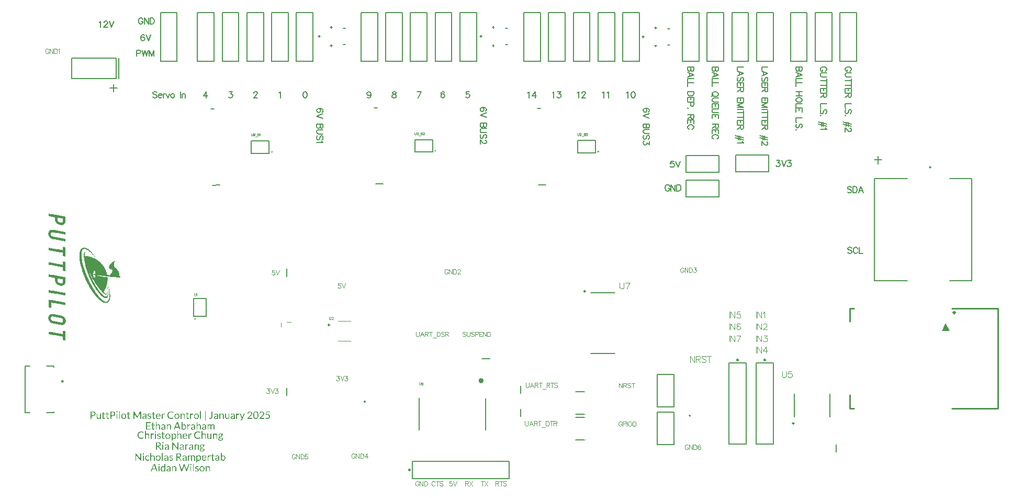
<source format=gbr>
G04*
G04 #@! TF.GenerationSoftware,Altium Limited,Altium Designer,25.1.2 (22)*
G04*
G04 Layer_Color=65535*
%FSLAX44Y44*%
%MOMM*%
G71*
G04*
G04 #@! TF.SameCoordinates,EAE4AFCB-A03C-4493-83DD-10631851BCDC*
G04*
G04*
G04 #@! TF.FilePolarity,Positive*
G04*
G01*
G75*
%ADD10C,0.2540*%
%ADD11C,0.2500*%
%ADD12C,0.3000*%
%ADD13C,0.4100*%
%ADD14C,0.2000*%
%ADD15C,0.1000*%
%ADD16C,0.2200*%
%ADD17C,0.1270*%
%ADD18C,0.1250*%
%ADD19C,0.1500*%
%ADD20C,0.0640*%
G36*
X158378Y343824D02*
Y339129D01*
X157204D01*
Y339521D01*
X154856D01*
Y339912D01*
X154074D01*
Y345389D01*
X152509D01*
Y345781D01*
X150161D01*
Y346172D01*
X148205D01*
Y346563D01*
X145857D01*
Y346954D01*
X143901D01*
Y347346D01*
X141554D01*
Y347737D01*
X139598D01*
Y348128D01*
X137250D01*
Y348519D01*
X134902D01*
Y348911D01*
X132555D01*
Y349302D01*
X131381D01*
Y349693D01*
X130990D01*
Y353214D01*
X133729D01*
Y352823D01*
X136076D01*
Y352432D01*
X138033D01*
Y352041D01*
X140380D01*
Y351649D01*
X142336D01*
Y351258D01*
X144684D01*
Y350867D01*
X147031D01*
Y350476D01*
X148988D01*
Y350084D01*
X151335D01*
Y349693D01*
X153682D01*
Y349302D01*
X154074D01*
Y354779D01*
X155639D01*
Y354388D01*
X157986D01*
Y353997D01*
X158378D01*
Y344216D01*
Y343824D01*
D02*
G37*
G36*
Y368864D02*
Y367691D01*
X157986D01*
Y366908D01*
X157595D01*
Y366126D01*
X157204D01*
Y365734D01*
X156812D01*
Y365343D01*
X156030D01*
Y364952D01*
X155247D01*
Y364561D01*
X154074D01*
Y364169D01*
X151335D01*
Y364561D01*
X148988D01*
Y364952D01*
X148596D01*
X146640D01*
Y365343D01*
X144684D01*
Y365734D01*
X142336D01*
Y366126D01*
X140380D01*
Y366517D01*
X138033D01*
Y366908D01*
X136468D01*
Y367299D01*
X135685D01*
Y367691D01*
X134902D01*
Y368082D01*
X134511D01*
Y368473D01*
X133729D01*
Y368864D01*
X133337D01*
Y369256D01*
X132946D01*
Y370038D01*
X132555D01*
Y370429D01*
X132164D01*
Y370821D01*
X131772D01*
Y371603D01*
X131381D01*
Y372777D01*
X130990D01*
Y374342D01*
X130599D01*
Y376689D01*
X130990D01*
Y378254D01*
X131381D01*
Y379037D01*
X131772D01*
Y379819D01*
X132164D01*
Y380211D01*
X132555D01*
Y380602D01*
X132946D01*
Y380993D01*
X133729D01*
Y381384D01*
X134511D01*
Y381776D01*
X139598D01*
Y381384D01*
X141945D01*
Y380993D01*
X144292D01*
Y380602D01*
X146249D01*
Y380211D01*
X148596D01*
Y379819D01*
X150553D01*
Y379428D01*
X152509D01*
Y379037D01*
X153291D01*
Y378646D01*
X154074D01*
Y378254D01*
X154856D01*
Y377863D01*
X155247D01*
Y377472D01*
X156030D01*
Y377081D01*
X156421D01*
Y376689D01*
X156812D01*
Y375907D01*
X157204D01*
Y375516D01*
X157595D01*
Y374733D01*
X157986D01*
Y373951D01*
X158378D01*
Y372386D01*
X158769D01*
Y368864D01*
X158378D01*
D02*
G37*
G36*
X140771Y403294D02*
X143119D01*
Y402903D01*
X145466D01*
Y402512D01*
X147814D01*
Y402121D01*
X149770D01*
Y401729D01*
X152118D01*
Y401338D01*
X154465D01*
Y400947D01*
X156812D01*
Y400556D01*
X158378D01*
Y396252D01*
X157595D01*
Y396643D01*
X155247D01*
Y397034D01*
X153291D01*
Y397426D01*
X150944D01*
Y397817D01*
X148988D01*
Y398208D01*
X146640D01*
Y398599D01*
X144292D01*
Y398991D01*
X142336D01*
Y399382D01*
X139989D01*
Y399773D01*
X137641D01*
Y400164D01*
X135294D01*
Y391948D01*
X133337D01*
Y392339D01*
X131381D01*
Y392731D01*
X130990D01*
Y404859D01*
X131381D01*
Y405251D01*
X132164D01*
Y404859D01*
X134511D01*
Y404468D01*
X136859D01*
Y404077D01*
X138815D01*
Y403686D01*
X140771D01*
Y403294D01*
D02*
G37*
G36*
X134511Y420118D02*
X136076D01*
Y419727D01*
X138033D01*
Y419336D01*
X140380D01*
Y418944D01*
X142727D01*
Y418553D01*
X145075D01*
Y418162D01*
X147031D01*
Y417771D01*
X149379D01*
Y417379D01*
X151726D01*
Y416988D01*
X153682D01*
Y416597D01*
X156030D01*
Y416206D01*
X158378D01*
Y411902D01*
X157204D01*
Y412293D01*
X155247D01*
Y412684D01*
X152900D01*
Y413076D01*
X150553D01*
Y413467D01*
X148205D01*
Y413858D01*
X146249D01*
Y414249D01*
X143901D01*
Y414641D01*
X141554D01*
Y415032D01*
X139598D01*
Y415423D01*
X137250D01*
Y415814D01*
X134902D01*
Y416206D01*
X132946D01*
Y416597D01*
X131381D01*
Y416988D01*
X130990D01*
Y420509D01*
X133729D01*
Y420118D01*
X134120D01*
X134511D01*
D02*
G37*
G36*
X157986Y433029D02*
Y431464D01*
X157595D01*
Y430682D01*
X157204D01*
Y429899D01*
X156812D01*
Y429508D01*
X156421D01*
Y429117D01*
X156030D01*
Y428726D01*
X155247D01*
Y428334D01*
X154465D01*
Y427943D01*
X153291D01*
Y427552D01*
X150161D01*
Y427943D01*
X148205D01*
Y428334D01*
X147423D01*
Y428726D01*
X146640D01*
Y429117D01*
X145857D01*
Y429508D01*
X145075D01*
Y429899D01*
X144684D01*
Y430291D01*
X144292D01*
Y430682D01*
X143901D01*
Y431073D01*
X143510D01*
Y431464D01*
X143119D01*
Y432247D01*
X142727D01*
Y432638D01*
X142336D01*
Y433421D01*
X141945D01*
Y434594D01*
X141554D01*
Y436159D01*
X141163D01*
Y440463D01*
X139598D01*
Y440854D01*
X137250D01*
Y441246D01*
X135294D01*
Y441637D01*
X132946D01*
Y442028D01*
X131381D01*
Y442419D01*
X130990D01*
Y445941D01*
X131381D01*
Y446332D01*
X131772D01*
Y445941D01*
X134120D01*
Y445549D01*
X136076D01*
Y445158D01*
X138033D01*
Y444767D01*
X140380D01*
Y444376D01*
X142727D01*
Y443984D01*
X145075D01*
Y443593D01*
X147031D01*
Y443202D01*
X149379D01*
Y442811D01*
X151335D01*
Y442419D01*
X153682D01*
Y442028D01*
X156030D01*
Y441637D01*
X157986D01*
Y441246D01*
X158378D01*
Y433029D01*
X157986D01*
D02*
G37*
G36*
X139206Y460026D02*
X138815D01*
Y460417D01*
X136859D01*
Y460808D01*
X134511D01*
Y461199D01*
X132164D01*
Y461591D01*
X130990D01*
Y465503D01*
X133337D01*
Y465112D01*
X135294D01*
Y464721D01*
X137641D01*
Y464329D01*
X139598D01*
Y463938D01*
X141945D01*
Y463547D01*
X144292D01*
Y463156D01*
X146640D01*
Y462764D01*
X148596D01*
Y462373D01*
X150944D01*
Y461982D01*
X152900D01*
Y461591D01*
X154074D01*
Y467068D01*
X155247D01*
Y466677D01*
X157595D01*
Y466286D01*
X158378D01*
Y451418D01*
X156812D01*
Y451809D01*
X154465D01*
Y452201D01*
X154074D01*
Y457678D01*
X152118D01*
Y458069D01*
X149770D01*
Y458461D01*
X147814D01*
Y458852D01*
X145466D01*
Y459243D01*
X143119D01*
Y459634D01*
X141163D01*
Y460026D01*
X139598D01*
X139206D01*
D02*
G37*
G36*
X158378Y486631D02*
Y474893D01*
X156421D01*
Y475284D01*
X154465D01*
Y475676D01*
X154074D01*
Y481153D01*
X151726D01*
Y481544D01*
X149379D01*
Y481936D01*
X147423D01*
Y482327D01*
X145075D01*
Y482718D01*
X142727D01*
Y483109D01*
X140771D01*
Y483501D01*
X138424D01*
Y483892D01*
X136468D01*
Y484283D01*
X134120D01*
Y484674D01*
X132164D01*
Y485066D01*
X130990D01*
Y488978D01*
X132946D01*
Y488587D01*
X135294D01*
Y488196D01*
X137250D01*
Y487804D01*
X139598D01*
Y487413D01*
X141945D01*
Y487022D01*
X143901D01*
Y486631D01*
X146249D01*
Y486239D01*
X148596D01*
Y485848D01*
X150553D01*
Y485457D01*
X152900D01*
Y485066D01*
X154074D01*
Y490543D01*
X155247D01*
Y490152D01*
X157204D01*
Y489761D01*
X158378D01*
Y487022D01*
Y486631D01*
D02*
G37*
G36*
X138815Y502672D02*
X138424D01*
Y503063D01*
X136859D01*
Y503454D01*
X136076D01*
Y503846D01*
X135294D01*
Y504237D01*
X134511D01*
Y504628D01*
X134120D01*
Y505019D01*
X133729D01*
Y505411D01*
X133337D01*
Y505802D01*
X132946D01*
Y506193D01*
X132555D01*
Y506584D01*
X132164D01*
Y506976D01*
X131772D01*
Y507758D01*
X131381D01*
Y508932D01*
X130990D01*
Y510497D01*
X130599D01*
Y512844D01*
X130990D01*
Y514409D01*
X131381D01*
Y515192D01*
X131772D01*
Y515974D01*
X132164D01*
Y516366D01*
X132555D01*
Y516757D01*
X132946D01*
Y517148D01*
X133337D01*
Y517539D01*
X134120D01*
Y517931D01*
X136076D01*
Y518322D01*
X137641D01*
Y517931D01*
X139989D01*
Y517539D01*
X142336D01*
Y517148D01*
X144292D01*
Y516757D01*
X146640D01*
Y516366D01*
X148596D01*
Y515974D01*
X150944D01*
Y515583D01*
X153291D01*
Y515192D01*
X155247D01*
Y514801D01*
X157595D01*
Y514409D01*
X158378D01*
Y510497D01*
X156812D01*
Y510888D01*
X154465D01*
Y511279D01*
X152118D01*
Y511671D01*
X150161D01*
Y512062D01*
X147814D01*
Y512453D01*
X145466D01*
Y512844D01*
X143119D01*
Y513236D01*
X141163D01*
Y513627D01*
X138815D01*
Y514018D01*
X136076D01*
Y513627D01*
X135685D01*
Y513236D01*
X135294D01*
Y512453D01*
X134902D01*
Y509323D01*
X135294D01*
Y508541D01*
X135685D01*
Y508149D01*
X136076D01*
Y507758D01*
X136468D01*
Y507367D01*
X137641D01*
Y506976D01*
X139598D01*
Y506584D01*
X141554D01*
Y506193D01*
X143901D01*
Y505802D01*
X145857D01*
Y505411D01*
X148205D01*
Y505019D01*
X150553D01*
Y504628D01*
X152900D01*
Y504237D01*
X154856D01*
Y503846D01*
X157204D01*
Y503454D01*
X158378D01*
Y499542D01*
X156030D01*
Y499933D01*
X153682D01*
Y500324D01*
X151726D01*
Y500716D01*
X149379D01*
Y501107D01*
X147031D01*
Y501498D01*
X145075D01*
Y501889D01*
X142727D01*
Y502281D01*
X140380D01*
Y502672D01*
X139206D01*
X138815D01*
D02*
G37*
G36*
X157986Y530842D02*
Y529668D01*
X157595D01*
Y528886D01*
X157204D01*
Y528103D01*
X156812D01*
Y527712D01*
X156421D01*
Y527321D01*
X156030D01*
Y526929D01*
X155639D01*
Y526538D01*
X154856D01*
Y526147D01*
X153682D01*
Y525756D01*
X149770D01*
Y526147D01*
X148205D01*
Y526538D01*
X147031D01*
Y526929D01*
X146249D01*
Y527321D01*
X145466D01*
Y527712D01*
X145075D01*
Y528103D01*
X144684D01*
Y528494D01*
X144292D01*
Y528886D01*
X143901D01*
Y529277D01*
X143510D01*
Y529668D01*
X143119D01*
Y530059D01*
X142727D01*
Y530842D01*
X142336D01*
Y531624D01*
X141945D01*
Y532407D01*
X141554D01*
Y534363D01*
X141163D01*
Y538667D01*
X138815D01*
Y539058D01*
X136859D01*
Y539449D01*
X134511D01*
Y539841D01*
X132555D01*
Y540232D01*
X130990D01*
Y544144D01*
X133337D01*
Y543753D01*
X135685D01*
Y543362D01*
X138033D01*
Y542971D01*
X139989D01*
Y542579D01*
X142336D01*
Y542188D01*
X144684D01*
Y541797D01*
X147031D01*
Y541406D01*
X148988D01*
Y541014D01*
X151335D01*
Y540623D01*
X153291D01*
Y540232D01*
X155247D01*
X155639D01*
Y539841D01*
X157595D01*
Y539449D01*
X158378D01*
Y530842D01*
X157986D01*
D02*
G37*
G36*
X189741Y489060D02*
X191306D01*
Y488669D01*
X192480D01*
Y488278D01*
X193263D01*
Y487886D01*
X193654D01*
Y487495D01*
X194436D01*
Y487104D01*
X195219D01*
Y486712D01*
X195610D01*
Y486321D01*
X196001D01*
Y485930D01*
X196392D01*
Y485539D01*
X196784D01*
Y485148D01*
X197566D01*
Y484756D01*
X197957D01*
Y484365D01*
X198349D01*
Y483974D01*
X198740D01*
Y483582D01*
X199131D01*
Y483191D01*
X199522D01*
Y482800D01*
X199914D01*
Y482409D01*
X200305D01*
Y482018D01*
X200696D01*
Y481235D01*
X201087D01*
Y480844D01*
X201479D01*
Y480452D01*
X201870D01*
Y480061D01*
X202261D01*
Y479670D01*
X202652D01*
Y478887D01*
X203044D01*
Y478496D01*
X203435D01*
Y477714D01*
X203826D01*
Y477323D01*
X204217D01*
Y476931D01*
X204609D01*
Y476149D01*
X205000D01*
Y475757D01*
X205391D01*
Y474975D01*
X205783D01*
Y474584D01*
X206174D01*
Y474193D01*
X205783D01*
Y474584D01*
X205391D01*
Y474975D01*
X205000D01*
Y475366D01*
X204609D01*
Y476149D01*
X204217D01*
Y476540D01*
X203826D01*
Y476931D01*
X203435D01*
Y477323D01*
X203044D01*
Y477714D01*
X202652D01*
Y478105D01*
X202261D01*
Y478496D01*
X201870D01*
Y478887D01*
X201479D01*
Y479279D01*
X201087D01*
Y479670D01*
X200696D01*
Y480061D01*
X200305D01*
Y480452D01*
X199914D01*
Y480844D01*
X199522D01*
Y481235D01*
X199131D01*
Y481626D01*
X198740D01*
Y482018D01*
X198349D01*
Y482409D01*
X197957D01*
Y482800D01*
X197175D01*
Y483191D01*
X196784D01*
Y483582D01*
X196392D01*
Y483974D01*
X196001D01*
Y484365D01*
X195219D01*
Y484756D01*
X194436D01*
Y485148D01*
X194045D01*
Y485539D01*
X193263D01*
Y485930D01*
X192480D01*
Y486321D01*
X191698D01*
Y486712D01*
X190524D01*
Y487104D01*
X187785D01*
Y486712D01*
X187003D01*
Y486321D01*
X186220D01*
Y485930D01*
X185829D01*
Y485539D01*
X185438D01*
Y484756D01*
X185046D01*
Y483582D01*
X184655D01*
Y482018D01*
X184264D01*
Y472627D01*
X184655D01*
Y470280D01*
X185046D01*
Y467933D01*
X185438D01*
Y465976D01*
X185829D01*
Y464411D01*
X186220D01*
Y462846D01*
X186611D01*
Y461281D01*
X187003D01*
Y459716D01*
X187394D01*
Y458543D01*
X187785D01*
Y457369D01*
X188176D01*
Y456195D01*
X188568D01*
Y455021D01*
X188959D01*
Y453848D01*
X189350D01*
Y452674D01*
X189741D01*
Y451500D01*
X190133D01*
Y450326D01*
X190524D01*
Y449152D01*
X190915D01*
Y448370D01*
X191306D01*
Y447196D01*
X191698D01*
Y446414D01*
X192089D01*
Y445631D01*
X192480D01*
Y444458D01*
X192871D01*
Y443675D01*
X193263D01*
Y442892D01*
X193654D01*
Y441719D01*
X194045D01*
Y440936D01*
X194436D01*
Y440154D01*
X194827D01*
Y438980D01*
X195219D01*
Y438198D01*
X195610D01*
Y437415D01*
X196001D01*
Y436632D01*
X196392D01*
Y435850D01*
X196784D01*
Y435067D01*
X197175D01*
Y434285D01*
X197566D01*
Y433503D01*
X197957D01*
Y432720D01*
X198349D01*
Y431937D01*
X198740D01*
Y431155D01*
X199131D01*
Y430373D01*
X199522D01*
Y429590D01*
X199914D01*
Y428807D01*
X200305D01*
Y428416D01*
X200696D01*
Y427634D01*
X201087D01*
Y426851D01*
X201479D01*
Y426069D01*
X201870D01*
Y425286D01*
X202261D01*
Y424895D01*
X202652D01*
Y424113D01*
X203044D01*
Y423330D01*
X203435D01*
Y422939D01*
X203826D01*
Y422156D01*
X204217D01*
Y421374D01*
X204609D01*
Y420983D01*
X205000D01*
Y420200D01*
X205391D01*
Y419809D01*
X205783D01*
Y419026D01*
X206174D01*
Y418244D01*
X206565D01*
Y417853D01*
X206956D01*
Y417461D01*
X207348D01*
Y416679D01*
X207739D01*
Y415896D01*
X208130D01*
Y415505D01*
X208521D01*
Y415114D01*
X208913D01*
Y414331D01*
X209304D01*
Y413940D01*
X209695D01*
Y413549D01*
X210086D01*
Y412766D01*
X210478D01*
Y412375D01*
X210869D01*
Y411984D01*
X211260D01*
Y411201D01*
X211651D01*
Y410810D01*
X212043D01*
Y410419D01*
X212434D01*
Y410028D01*
X212825D01*
Y409636D01*
X213216D01*
Y408854D01*
X213608D01*
Y408462D01*
X213999D01*
Y408071D01*
X214390D01*
Y407680D01*
X214781D01*
Y407289D01*
X215173D01*
Y406898D01*
X215564D01*
Y406506D01*
X215955D01*
Y406115D01*
X216346D01*
Y405724D01*
X216737D01*
Y405332D01*
X217129D01*
Y404941D01*
X217911D01*
Y404550D01*
X218302D01*
Y404159D01*
X218694D01*
Y403768D01*
X219476D01*
Y403376D01*
X219867D01*
Y402985D01*
X220650D01*
Y402594D01*
X221432D01*
Y402202D01*
X222606D01*
Y401811D01*
X225345D01*
Y402202D01*
X226127D01*
Y402594D01*
X226910D01*
Y402985D01*
X227301D01*
Y403768D01*
X227693D01*
Y404159D01*
X228084D01*
Y404941D01*
X228475D01*
Y406115D01*
X228866D01*
Y407680D01*
X229258D01*
Y410419D01*
X229649D01*
Y415505D01*
X229258D01*
Y419809D01*
X228866D01*
Y422547D01*
X228475D01*
Y424895D01*
X228084D01*
Y426460D01*
X228475D01*
Y426069D01*
Y425677D01*
Y424895D01*
X228866D01*
Y423330D01*
X229258D01*
Y421765D01*
X229649D01*
Y419809D01*
X230040D01*
Y417461D01*
X230431D01*
Y413940D01*
X230823D01*
Y408462D01*
X230431D01*
Y406115D01*
X230040D01*
Y404550D01*
X229649D01*
Y403768D01*
X229258D01*
Y402985D01*
X228866D01*
Y402202D01*
X228475D01*
Y401811D01*
X228084D01*
Y401420D01*
X227693D01*
Y401029D01*
X227301D01*
Y400638D01*
X226519D01*
Y400246D01*
X225736D01*
Y399855D01*
X221432D01*
Y400246D01*
X220259D01*
Y400638D01*
X219476D01*
Y401029D01*
X218694D01*
Y401420D01*
X217911D01*
Y401811D01*
X217129D01*
Y402202D01*
X216737D01*
Y402594D01*
X215955D01*
Y402985D01*
X215564D01*
Y403376D01*
X215173D01*
Y403768D01*
X214390D01*
Y404159D01*
X213999D01*
Y404550D01*
X213608D01*
Y404941D01*
X213216D01*
Y405332D01*
X212825D01*
Y405724D01*
X212434D01*
Y406115D01*
X211651D01*
Y406506D01*
X211260D01*
Y407289D01*
X210869D01*
Y407680D01*
X210478D01*
Y408071D01*
X210086D01*
Y408462D01*
X209695D01*
Y408854D01*
X209304D01*
Y409245D01*
X208913D01*
Y409636D01*
X208521D01*
Y410028D01*
X208130D01*
Y410419D01*
X207739D01*
Y410810D01*
X207348D01*
Y411201D01*
X206956D01*
Y411592D01*
X206565D01*
Y412375D01*
X206174D01*
Y412766D01*
X205783D01*
Y413158D01*
X205391D01*
Y413940D01*
X205000D01*
Y414331D01*
X204609D01*
Y414723D01*
X204217D01*
Y415114D01*
X203826D01*
Y415896D01*
X203435D01*
Y416287D01*
X203044D01*
Y417070D01*
X202652D01*
Y417461D01*
X202261D01*
Y417853D01*
X201870D01*
Y418635D01*
X201479D01*
Y419026D01*
X201087D01*
Y419809D01*
X200696D01*
Y420200D01*
X200305D01*
Y420983D01*
X199914D01*
Y421374D01*
X199522D01*
Y422156D01*
X199131D01*
Y422547D01*
X198740D01*
Y423330D01*
X198349D01*
Y424113D01*
X197957D01*
Y424504D01*
X197566D01*
Y425286D01*
X197175D01*
Y426069D01*
X196784D01*
Y426851D01*
X196392D01*
Y427243D01*
X196001D01*
Y428025D01*
X195610D01*
Y428807D01*
X195219D01*
Y429590D01*
X194827D01*
Y430373D01*
X194436D01*
Y431155D01*
X194045D01*
Y431937D01*
X193654D01*
Y432720D01*
X193263D01*
Y433503D01*
X192871D01*
Y434285D01*
X192480D01*
Y435067D01*
X192089D01*
Y435850D01*
X191698D01*
Y436632D01*
X191306D01*
Y437415D01*
X190915D01*
Y438198D01*
X190524D01*
Y439371D01*
X190133D01*
Y440154D01*
X189741D01*
Y441328D01*
X189350D01*
Y442110D01*
X188959D01*
Y443284D01*
X188568D01*
Y444066D01*
X188176D01*
Y445240D01*
X187785D01*
Y446022D01*
X187394D01*
Y447196D01*
X187003D01*
Y448370D01*
X186611D01*
Y449152D01*
X186220D01*
Y450326D01*
X185829D01*
Y451891D01*
X185438D01*
Y453065D01*
X185046D01*
Y454239D01*
X184655D01*
Y455412D01*
X184264D01*
Y456978D01*
X183873D01*
Y458151D01*
X183481D01*
Y459716D01*
X183090D01*
Y461673D01*
X182699D01*
Y463237D01*
X182307D01*
Y465194D01*
X181916D01*
Y467541D01*
X181525D01*
Y470671D01*
X181134D01*
Y480452D01*
X181525D01*
Y482800D01*
X181916D01*
Y483974D01*
X182307D01*
Y485148D01*
X182699D01*
Y485930D01*
X183090D01*
Y486321D01*
X183481D01*
Y487104D01*
X183873D01*
Y487495D01*
X184264D01*
Y487886D01*
X184655D01*
Y488278D01*
X185438D01*
Y488669D01*
X186220D01*
Y489060D01*
X187394D01*
Y489451D01*
X189741D01*
Y489060D01*
D02*
G37*
G36*
X197566Y447979D02*
D01*
D01*
D01*
D01*
D02*
G37*
G36*
X190915Y482800D02*
X190524D01*
Y482409D01*
X190133D01*
Y481235D01*
X189741D01*
Y475757D01*
X191306D01*
Y475366D01*
X195219D01*
Y474975D01*
X197175D01*
Y474584D01*
X198740D01*
Y474193D01*
X199914D01*
Y473801D01*
X201087D01*
Y473410D01*
X202261D01*
Y473019D01*
X203435D01*
Y472627D01*
X204217D01*
Y472236D01*
X205000D01*
Y471845D01*
X205783D01*
Y471454D01*
X206565D01*
Y471063D01*
X207348D01*
Y470671D01*
X208130D01*
Y470280D01*
X208521D01*
Y469889D01*
X209304D01*
Y469497D01*
X209695D01*
Y469106D01*
X210478D01*
Y468715D01*
X210869D01*
Y468324D01*
X211260D01*
Y467933D01*
X212043D01*
Y467541D01*
X212434D01*
Y467150D01*
X212825D01*
Y466759D01*
X213608D01*
Y466367D01*
X213999D01*
Y465976D01*
X214390D01*
Y465585D01*
X214781D01*
Y465194D01*
X215173D01*
Y464803D01*
X215564D01*
Y464411D01*
X215955D01*
Y464020D01*
X216346D01*
Y463629D01*
X216737D01*
Y463237D01*
X217129D01*
Y462455D01*
X217520D01*
Y462064D01*
X217911D01*
Y461673D01*
X218302D01*
Y461281D01*
X218694D01*
Y460499D01*
X219085D01*
Y460107D01*
X219476D01*
Y459716D01*
X219867D01*
Y458934D01*
X220259D01*
Y458543D01*
X220650D01*
Y457760D01*
X221041D01*
Y457369D01*
X221432D01*
Y456586D01*
X221824D01*
Y455804D01*
X222215D01*
Y455021D01*
X222606D01*
Y454239D01*
X222997D01*
Y453456D01*
X223389D01*
Y452674D01*
X223780D01*
Y451500D01*
X224171D01*
Y450326D01*
X224562D01*
Y449152D01*
X224954D01*
Y447588D01*
X225345D01*
Y446022D01*
X225736D01*
Y444849D01*
X228866D01*
Y444458D01*
X230040D01*
Y444849D01*
X230431D01*
Y445240D01*
X230823D01*
Y445631D01*
X231214D01*
Y446414D01*
X231605D01*
Y446805D01*
X231996D01*
Y447196D01*
X232388D01*
Y447588D01*
X232779D01*
Y447979D01*
X233170D01*
Y448761D01*
X233561D01*
Y449544D01*
X233953D01*
Y450718D01*
X234344D01*
Y453065D01*
X233953D01*
Y454630D01*
X233561D01*
Y453456D01*
X232779D01*
Y453848D01*
X231996D01*
Y454239D01*
X231214D01*
Y454630D01*
X230431D01*
Y455021D01*
X230040D01*
Y455412D01*
X229649D01*
Y455804D01*
X229258D01*
Y456978D01*
X228866D01*
Y458543D01*
X229258D01*
Y459716D01*
X229649D01*
Y460890D01*
X230040D01*
Y461673D01*
X230431D01*
Y462064D01*
X230823D01*
Y462455D01*
X231214D01*
Y462846D01*
X231605D01*
Y463237D01*
X231996D01*
Y463629D01*
X232388D01*
Y464020D01*
X232779D01*
Y464411D01*
X233170D01*
Y464803D01*
X233561D01*
Y465194D01*
X234344D01*
Y465585D01*
X234735D01*
Y465976D01*
X235518D01*
Y466367D01*
X235909D01*
Y466759D01*
X236691D01*
Y467150D01*
X237474D01*
Y467541D01*
X237865D01*
Y467933D01*
X239039D01*
Y467541D01*
X238647D01*
Y467150D01*
X238256D01*
Y466367D01*
X237865D01*
Y465585D01*
X237474D01*
Y464020D01*
X237083D01*
Y459716D01*
X237474D01*
Y458543D01*
X237865D01*
Y458151D01*
X238256D01*
Y457369D01*
X238647D01*
Y456978D01*
X239039D01*
Y456586D01*
X239430D01*
Y456195D01*
X239821D01*
Y455804D01*
X240212D01*
Y455412D01*
X240604D01*
Y455021D01*
X240995D01*
Y454630D01*
X241386D01*
Y454239D01*
X241777D01*
Y453848D01*
X242169D01*
Y453456D01*
X242560D01*
Y453065D01*
X242951D01*
Y452674D01*
X243342D01*
Y452282D01*
X243734D01*
Y451500D01*
X244125D01*
Y450718D01*
X244516D01*
Y449935D01*
X244907D01*
Y448370D01*
X245299D01*
Y443284D01*
X246472D01*
Y442892D01*
X246864D01*
Y440545D01*
X243734D01*
Y440936D01*
X240212D01*
Y441328D01*
X236691D01*
Y441719D01*
X233170D01*
Y442110D01*
X230040D01*
Y442501D01*
X226519D01*
Y442892D01*
X223389D01*
Y443284D01*
X219867D01*
Y443675D01*
X216346D01*
Y444066D01*
X212434D01*
Y444458D01*
X208521D01*
Y444066D01*
X210086D01*
Y443675D01*
X212043D01*
Y443284D01*
X214781D01*
Y442892D01*
X216737D01*
Y442501D01*
X219476D01*
Y442110D01*
X221824D01*
Y441719D01*
X224171D01*
Y441328D01*
X226127D01*
Y440545D01*
X226519D01*
Y435850D01*
X226127D01*
Y432329D01*
X225736D01*
Y430373D01*
X225345D01*
Y428807D01*
X224954D01*
Y427243D01*
X224562D01*
Y426069D01*
X224171D01*
Y424895D01*
X223780D01*
Y424113D01*
X223389D01*
Y423330D01*
X222997D01*
Y422156D01*
X222606D01*
Y421374D01*
X222215D01*
Y420591D01*
X221824D01*
Y419809D01*
X221432D01*
Y419417D01*
X221041D01*
Y418635D01*
X220650D01*
Y417853D01*
X220259D01*
Y417461D01*
X220650D01*
Y416679D01*
X221041D01*
Y416287D01*
X221432D01*
Y415896D01*
X221824D01*
Y415505D01*
X222215D01*
Y415114D01*
X222997D01*
Y414723D01*
X224562D01*
Y415896D01*
X224954D01*
Y417070D01*
X225345D01*
Y413940D01*
X224954D01*
Y413549D01*
X224562D01*
Y413158D01*
X222606D01*
Y413549D01*
X221824D01*
Y413940D01*
X221432D01*
Y414331D01*
X221041D01*
Y414723D01*
X220259D01*
Y415114D01*
X219867D01*
Y415505D01*
X219476D01*
Y415896D01*
X219085D01*
Y416287D01*
X218694D01*
Y416679D01*
X218302D01*
Y417070D01*
X217911D01*
Y417461D01*
X217520D01*
Y417853D01*
X217129D01*
Y418244D01*
X216737D01*
Y418635D01*
X216346D01*
Y419417D01*
X215955D01*
Y419809D01*
X215564D01*
Y420200D01*
X215173D01*
Y420591D01*
X214781D01*
Y420983D01*
X214390D01*
Y421374D01*
X213999D01*
Y421765D01*
X213608D01*
Y422156D01*
X213216D01*
Y422939D01*
X212825D01*
Y423330D01*
X212434D01*
Y423721D01*
X212043D01*
Y424504D01*
X211651D01*
Y424895D01*
X211260D01*
Y425286D01*
X210869D01*
Y426069D01*
X210478D01*
Y426460D01*
X210086D01*
Y426851D01*
X209695D01*
Y427634D01*
X209304D01*
Y428025D01*
X208913D01*
Y428807D01*
X208521D01*
Y429199D01*
X208130D01*
Y429981D01*
X207739D01*
Y430373D01*
X207348D01*
Y430764D01*
X206956D01*
Y431546D01*
X206565D01*
Y431937D01*
X206174D01*
Y432720D01*
X205783D01*
Y433503D01*
X205391D01*
Y433894D01*
X205000D01*
Y434676D01*
X204609D01*
Y435459D01*
X204217D01*
Y435850D01*
X203826D01*
Y436632D01*
X203435D01*
Y437415D01*
X203044D01*
Y437806D01*
X202652D01*
Y438589D01*
X202261D01*
Y439371D01*
X201870D01*
Y440154D01*
X201479D01*
Y440936D01*
X201087D01*
Y441719D01*
X200696D01*
Y442501D01*
X200305D01*
Y443284D01*
X199914D01*
Y443675D01*
X199522D01*
Y444458D01*
X199131D01*
Y445240D01*
X198740D01*
Y446414D01*
X198349D01*
Y447196D01*
X197957D01*
Y447979D01*
X197566D01*
Y448761D01*
X197175D01*
Y447979D01*
X197566D01*
Y446805D01*
X197957D01*
Y446022D01*
X198349D01*
Y444849D01*
X198740D01*
Y444066D01*
X199131D01*
Y443284D01*
X199522D01*
Y442110D01*
X199914D01*
Y441328D01*
X200305D01*
Y440545D01*
X200696D01*
Y439762D01*
X201087D01*
Y438980D01*
X201479D01*
Y438198D01*
X201870D01*
Y437415D01*
X202261D01*
Y436632D01*
X202652D01*
Y435850D01*
X203044D01*
Y435067D01*
X203435D01*
Y434285D01*
X203826D01*
Y433894D01*
X204217D01*
Y433111D01*
X204609D01*
Y432329D01*
X205000D01*
Y431546D01*
X205391D01*
Y430764D01*
X205783D01*
Y429981D01*
X206174D01*
Y429590D01*
X206565D01*
Y428807D01*
X206956D01*
Y428025D01*
X207348D01*
Y427243D01*
X207739D01*
Y426851D01*
X208130D01*
Y426069D01*
X208521D01*
Y425677D01*
X208913D01*
Y424895D01*
X209304D01*
Y424504D01*
X209695D01*
Y423721D01*
X210086D01*
Y423330D01*
X210478D01*
Y422547D01*
X210869D01*
Y422156D01*
X211260D01*
Y421374D01*
X211651D01*
Y420983D01*
X212043D01*
Y420591D01*
X212434D01*
Y419809D01*
X212825D01*
Y419417D01*
X213216D01*
Y419026D01*
X213608D01*
Y418244D01*
X213999D01*
Y417853D01*
X214390D01*
Y417461D01*
X214781D01*
Y417070D01*
X215173D01*
Y416679D01*
X215564D01*
Y416287D01*
X215955D01*
Y415896D01*
X216346D01*
Y415114D01*
X216737D01*
Y414723D01*
X217129D01*
Y414331D01*
X217520D01*
Y413940D01*
X217911D01*
Y413549D01*
X218302D01*
Y413158D01*
X218694D01*
Y412766D01*
X219085D01*
Y412375D01*
X219867D01*
Y411984D01*
X220259D01*
Y411592D01*
X220650D01*
Y411201D01*
X221041D01*
Y410810D01*
X221824D01*
Y410419D01*
X222606D01*
Y410028D01*
X224954D01*
Y410419D01*
X225736D01*
Y411201D01*
X226127D01*
Y411984D01*
X226519D01*
Y413549D01*
X226910D01*
Y419809D01*
X226519D01*
Y422939D01*
X226127D01*
Y423721D01*
Y424113D01*
Y424504D01*
X226519D01*
Y422939D01*
X226910D01*
Y420983D01*
X227301D01*
Y419026D01*
X227693D01*
Y411201D01*
X227301D01*
Y410028D01*
X226910D01*
Y409245D01*
X226519D01*
Y408854D01*
X226127D01*
Y408462D01*
X225736D01*
Y408071D01*
X225345D01*
Y407680D01*
X221824D01*
Y408071D01*
X220650D01*
Y408462D01*
X219867D01*
Y408854D01*
X219476D01*
Y409245D01*
X218694D01*
Y409636D01*
X218302D01*
Y410028D01*
X217911D01*
Y410419D01*
X217129D01*
Y410810D01*
X216737D01*
Y411201D01*
X216346D01*
Y411592D01*
X215955D01*
Y411984D01*
X215564D01*
Y412375D01*
X215173D01*
Y412766D01*
X214781D01*
Y413158D01*
X214390D01*
Y413940D01*
X213999D01*
Y414331D01*
X213608D01*
Y414723D01*
X213216D01*
Y415114D01*
X212825D01*
Y415896D01*
X212434D01*
Y416287D01*
X212043D01*
Y416679D01*
X211651D01*
Y417070D01*
X211260D01*
Y417461D01*
X210869D01*
Y418244D01*
X210478D01*
Y418635D01*
X210086D01*
Y419026D01*
X209695D01*
Y419809D01*
X209304D01*
Y420200D01*
X208913D01*
Y420591D01*
X208521D01*
Y421374D01*
X208130D01*
Y421765D01*
X207739D01*
Y422547D01*
X207348D01*
Y422939D01*
X206956D01*
Y423330D01*
X206565D01*
Y424113D01*
X206174D01*
Y424895D01*
X205783D01*
Y425286D01*
X205391D01*
Y426069D01*
X205000D01*
Y426460D01*
X204609D01*
Y427243D01*
X204217D01*
Y428025D01*
X203826D01*
Y428807D01*
X203435D01*
Y429199D01*
X203044D01*
Y429981D01*
X202652D01*
Y430764D01*
X202261D01*
Y431546D01*
X201870D01*
Y431937D01*
X201479D01*
Y432720D01*
X201087D01*
Y433503D01*
X200696D01*
Y434285D01*
X200305D01*
Y435067D01*
X199914D01*
Y435850D01*
X199522D01*
Y436632D01*
X199131D01*
Y437415D01*
X198740D01*
Y438198D01*
X198349D01*
Y438980D01*
X197957D01*
Y440154D01*
X197566D01*
Y440936D01*
X197175D01*
Y441719D01*
X196784D01*
Y442501D01*
X196392D01*
Y443675D01*
X196001D01*
Y444458D01*
X195610D01*
Y445631D01*
X195219D01*
Y446414D01*
X194827D01*
Y447588D01*
X194436D01*
Y448761D01*
X194045D01*
Y449935D01*
X193654D01*
Y450718D01*
X193263D01*
Y452282D01*
X192871D01*
Y453456D01*
X192480D01*
Y454630D01*
X192089D01*
Y455804D01*
X191698D01*
Y457369D01*
X191306D01*
Y458543D01*
X190915D01*
Y460107D01*
X190524D01*
Y461673D01*
X190133D01*
Y463629D01*
X189741D01*
Y465585D01*
X189350D01*
Y467541D01*
X188959D01*
Y470280D01*
X188568D01*
Y473410D01*
X188176D01*
Y480061D01*
X188568D01*
Y481235D01*
X188959D01*
Y482018D01*
X189350D01*
Y482409D01*
X189741D01*
Y482800D01*
X190133D01*
Y483191D01*
X190915D01*
Y482800D01*
D02*
G37*
G36*
X228084Y427243D02*
X227693D01*
Y427634D01*
X228084D01*
Y427243D01*
D02*
G37*
G36*
X1589090Y354800D02*
X1576390D01*
X1582740Y367500D01*
X1589090Y354800D01*
D02*
G37*
G36*
X241853Y224610D02*
X241983Y224592D01*
X242112Y224536D01*
X242131D01*
X242150Y224518D01*
X242242Y224481D01*
X242353Y224407D01*
X242464Y224314D01*
X242483Y224296D01*
X242557Y224221D01*
X242612Y224110D01*
X242687Y223962D01*
X242705Y223925D01*
X242742Y223851D01*
X242761Y223722D01*
X242779Y223555D01*
Y223536D01*
Y223518D01*
X242761Y223425D01*
X242742Y223296D01*
X242687Y223148D01*
X242668Y223111D01*
X242631Y223036D01*
X242557Y222925D01*
X242464Y222814D01*
X242446Y222796D01*
X242372Y222740D01*
X242261Y222666D01*
X242112Y222592D01*
X242075Y222574D01*
X242001Y222555D01*
X241872Y222536D01*
X241724Y222518D01*
X241687D01*
X241594Y222536D01*
X241464Y222555D01*
X241316Y222592D01*
X241279Y222610D01*
X241205Y222647D01*
X241094Y222722D01*
X240983Y222814D01*
X240964Y222833D01*
X240890Y222907D01*
X240816Y223018D01*
X240742Y223148D01*
X240724Y223185D01*
X240705Y223277D01*
X240687Y223407D01*
X240668Y223555D01*
Y223573D01*
Y223592D01*
X240687Y223685D01*
X240705Y223814D01*
X240742Y223962D01*
Y223981D01*
X240761Y223999D01*
X240816Y224092D01*
X240890Y224203D01*
X240983Y224314D01*
X241001Y224333D01*
X241075Y224407D01*
X241187Y224462D01*
X241316Y224536D01*
X241353Y224555D01*
X241446Y224592D01*
X241576Y224610D01*
X241724Y224629D01*
X241761D01*
X241853Y224610D01*
D02*
G37*
G36*
X329807Y224536D02*
X329937D01*
X330252Y224499D01*
X330603Y224444D01*
X330974Y224370D01*
X331362Y224277D01*
X331733Y224129D01*
X331751D01*
X331770Y224110D01*
X331825Y224092D01*
X331899Y224055D01*
X332085Y223962D01*
X332307Y223833D01*
X332566Y223666D01*
X332862Y223481D01*
X333159Y223259D01*
X333436Y222999D01*
X332918Y222277D01*
Y222259D01*
X332881Y222240D01*
X332788Y222148D01*
X332770D01*
X332733Y222129D01*
X332659Y222111D01*
X332566Y222092D01*
X332547D01*
X332492Y222111D01*
X332418Y222129D01*
X332325Y222166D01*
X332307Y222185D01*
X332251Y222222D01*
X332159Y222277D01*
X332048Y222351D01*
X332010Y222370D01*
X331936Y222425D01*
X331807Y222518D01*
X331659Y222610D01*
X331640D01*
X331622Y222629D01*
X331511Y222685D01*
X331344Y222759D01*
X331122Y222851D01*
X331103D01*
X331066Y222870D01*
X330992Y222888D01*
X330918Y222925D01*
X330807Y222962D01*
X330677Y222999D01*
X330400Y223055D01*
X330381D01*
X330326Y223073D01*
X330252Y223092D01*
X330140Y223111D01*
X329992D01*
X329844Y223129D01*
X329474Y223148D01*
X329307D01*
X329122Y223129D01*
X328900Y223111D01*
X328622Y223073D01*
X328326Y222999D01*
X328011Y222925D01*
X327715Y222814D01*
X327678Y222796D01*
X327585Y222759D01*
X327437Y222685D01*
X327252Y222574D01*
X327030Y222444D01*
X326807Y222277D01*
X326567Y222092D01*
X326344Y221870D01*
X326326Y221851D01*
X326252Y221759D01*
X326141Y221629D01*
X326011Y221462D01*
X325863Y221240D01*
X325715Y220981D01*
X325567Y220703D01*
X325437Y220389D01*
Y220370D01*
X325419Y220352D01*
X325382Y220240D01*
X325345Y220055D01*
X325289Y219814D01*
X325215Y219537D01*
X325178Y219203D01*
X325141Y218833D01*
X325122Y218444D01*
Y218426D01*
Y218389D01*
Y218333D01*
Y218259D01*
X325141Y218037D01*
X325159Y217778D01*
X325196Y217463D01*
X325252Y217130D01*
X325326Y216778D01*
X325437Y216444D01*
Y216426D01*
X325456Y216408D01*
X325493Y216296D01*
X325567Y216130D01*
X325678Y215926D01*
X325807Y215704D01*
X325956Y215445D01*
X326122Y215204D01*
X326326Y214963D01*
X326344Y214945D01*
X326418Y214871D01*
X326548Y214760D01*
X326696Y214630D01*
X326900Y214482D01*
X327122Y214334D01*
X327363Y214186D01*
X327641Y214056D01*
X327678Y214037D01*
X327770Y214000D01*
X327918Y213963D01*
X328122Y213908D01*
X328381Y213834D01*
X328641Y213797D01*
X328955Y213760D01*
X329270Y213741D01*
X329585D01*
X329733Y213760D01*
X329900D01*
X330214Y213797D01*
X330233D01*
X330289Y213815D01*
X330363D01*
X330474Y213834D01*
X330733Y213908D01*
X331011Y213982D01*
X331029D01*
X331066Y214000D01*
X331140Y214037D01*
X331233Y214074D01*
X331455Y214186D01*
X331677Y214334D01*
X331696Y214352D01*
X331733Y214371D01*
X331788Y214408D01*
X331881Y214463D01*
X332085Y214630D01*
X332307Y214815D01*
X332325Y214834D01*
X332399Y214889D01*
X332492Y214926D01*
X332585Y214945D01*
X332603D01*
X332677Y214926D01*
X332751Y214908D01*
X332825Y214834D01*
X333473Y214130D01*
X333436Y214093D01*
X333344Y214000D01*
X333177Y213834D01*
X332973Y213648D01*
X332714Y213445D01*
X332399Y213223D01*
X332066Y213019D01*
X331677Y212815D01*
X331659D01*
X331622Y212797D01*
X331566Y212778D01*
X331492Y212741D01*
X331399Y212704D01*
X331270Y212667D01*
X331140Y212630D01*
X330974Y212593D01*
X330603Y212500D01*
X330177Y212426D01*
X329696Y212371D01*
X329159Y212352D01*
X328937D01*
X328826Y212371D01*
X328696D01*
X328381Y212408D01*
X328030Y212463D01*
X327641Y212537D01*
X327233Y212649D01*
X326826Y212797D01*
X326807D01*
X326789Y212815D01*
X326733Y212852D01*
X326659Y212871D01*
X326456Y212982D01*
X326215Y213111D01*
X325919Y213297D01*
X325622Y213500D01*
X325326Y213760D01*
X325030Y214037D01*
Y214056D01*
X324993Y214074D01*
X324900Y214186D01*
X324771Y214352D01*
X324604Y214574D01*
X324419Y214852D01*
X324234Y215185D01*
X324048Y215556D01*
X323882Y215963D01*
Y215982D01*
X323863Y216019D01*
X323845Y216074D01*
X323826Y216167D01*
X323789Y216259D01*
X323752Y216389D01*
X323678Y216704D01*
X323604Y217074D01*
X323530Y217481D01*
X323493Y217944D01*
X323474Y218444D01*
Y218463D01*
Y218500D01*
Y218574D01*
Y218666D01*
X323493Y218796D01*
Y218926D01*
X323530Y219259D01*
X323586Y219648D01*
X323660Y220055D01*
X323752Y220481D01*
X323900Y220907D01*
Y220926D01*
X323919Y220963D01*
X323956Y221018D01*
X323974Y221092D01*
X324085Y221314D01*
X324215Y221574D01*
X324400Y221870D01*
X324604Y222203D01*
X324863Y222518D01*
X325141Y222833D01*
X325159Y222851D01*
X325178Y222870D01*
X325289Y222962D01*
X325456Y223111D01*
X325678Y223296D01*
X325956Y223499D01*
X326270Y223703D01*
X326641Y223907D01*
X327030Y224092D01*
X327048D01*
X327085Y224110D01*
X327141Y224129D01*
X327233Y224166D01*
X327326Y224203D01*
X327455Y224240D01*
X327752Y224333D01*
X328122Y224407D01*
X328529Y224481D01*
X328992Y224536D01*
X329474Y224555D01*
X329696D01*
X329807Y224536D01*
D02*
G37*
G36*
X412076Y221037D02*
X412243Y221018D01*
X412428Y221000D01*
X412632Y220963D01*
X412854Y220889D01*
X413058Y220814D01*
X413076Y220796D01*
X413150Y220777D01*
X413243Y220722D01*
X413372Y220648D01*
X413502Y220555D01*
X413669Y220444D01*
X413817Y220315D01*
X413946Y220166D01*
X413965Y220148D01*
X414002Y220092D01*
X414076Y220000D01*
X414150Y219889D01*
X414224Y219722D01*
X414317Y219555D01*
X414409Y219370D01*
X414483Y219148D01*
Y219129D01*
X414520Y219037D01*
X414539Y218926D01*
X414576Y218759D01*
X414613Y218574D01*
X414632Y218352D01*
X414669Y218111D01*
Y217852D01*
Y212482D01*
X413169D01*
Y217852D01*
Y217870D01*
Y217889D01*
Y218000D01*
X413150Y218185D01*
X413113Y218389D01*
X413058Y218629D01*
X412984Y218870D01*
X412873Y219111D01*
X412724Y219333D01*
X412706Y219352D01*
X412650Y219426D01*
X412539Y219500D01*
X412410Y219611D01*
X412224Y219703D01*
X411984Y219796D01*
X411725Y219852D01*
X411410Y219870D01*
X411299D01*
X411169Y219852D01*
X411002Y219833D01*
X410817Y219778D01*
X410614Y219722D01*
X410391Y219629D01*
X410169Y219518D01*
X410151Y219500D01*
X410076Y219463D01*
X409965Y219389D01*
X409817Y219278D01*
X409651Y219148D01*
X409484Y218981D01*
X409299Y218796D01*
X409114Y218592D01*
Y212482D01*
X407632D01*
Y220926D01*
X408577D01*
X408688Y220889D01*
X408762Y220833D01*
X408817Y220777D01*
X408891Y220685D01*
X408928Y220574D01*
X409040Y219574D01*
X409058Y219611D01*
X409132Y219685D01*
X409243Y219814D01*
X409410Y219963D01*
X409577Y220129D01*
X409799Y220315D01*
X410021Y220481D01*
X410262Y220648D01*
X410299Y220666D01*
X410391Y220703D01*
X410521Y220777D01*
X410725Y220851D01*
X410947Y220926D01*
X411225Y221000D01*
X411521Y221037D01*
X411836Y221055D01*
X411947D01*
X412076Y221037D01*
D02*
G37*
G36*
X349064Y221037D02*
X349231Y221018D01*
X349416Y221000D01*
X349620Y220963D01*
X349842Y220889D01*
X350046Y220814D01*
X350064Y220796D01*
X350138Y220777D01*
X350231Y220722D01*
X350360Y220648D01*
X350490Y220555D01*
X350657Y220444D01*
X350805Y220315D01*
X350934Y220166D01*
X350953Y220148D01*
X350990Y220092D01*
X351064Y220000D01*
X351138Y219889D01*
X351212Y219722D01*
X351305Y219555D01*
X351397Y219370D01*
X351471Y219148D01*
Y219129D01*
X351508Y219037D01*
X351527Y218926D01*
X351564Y218759D01*
X351601Y218574D01*
X351620Y218352D01*
X351657Y218111D01*
Y217852D01*
Y212482D01*
X350157D01*
Y217852D01*
Y217870D01*
Y217889D01*
Y218000D01*
X350138Y218185D01*
X350101Y218389D01*
X350046Y218629D01*
X349972Y218870D01*
X349860Y219111D01*
X349712Y219333D01*
X349694Y219352D01*
X349638Y219426D01*
X349527Y219500D01*
X349398Y219611D01*
X349212Y219703D01*
X348972Y219796D01*
X348713Y219852D01*
X348398Y219870D01*
X348287D01*
X348157Y219852D01*
X347990Y219833D01*
X347805Y219778D01*
X347602Y219722D01*
X347379Y219629D01*
X347157Y219518D01*
X347139Y219500D01*
X347065Y219463D01*
X346953Y219389D01*
X346805Y219277D01*
X346639Y219148D01*
X346472Y218981D01*
X346287Y218796D01*
X346102Y218592D01*
Y212482D01*
X344620D01*
Y220926D01*
X345565D01*
X345676Y220889D01*
X345750Y220833D01*
X345805Y220777D01*
X345880Y220685D01*
X345916Y220574D01*
X346028Y219574D01*
X346046Y219611D01*
X346120Y219685D01*
X346231Y219814D01*
X346398Y219963D01*
X346565Y220129D01*
X346787Y220315D01*
X347009Y220481D01*
X347250Y220648D01*
X347287Y220666D01*
X347379Y220703D01*
X347509Y220777D01*
X347713Y220851D01*
X347935Y220926D01*
X348213Y221000D01*
X348509Y221037D01*
X348824Y221055D01*
X348935D01*
X349064Y221037D01*
D02*
G37*
G36*
X294625D02*
X294829Y221018D01*
X295051Y220981D01*
X295311Y220944D01*
X295570Y220870D01*
X295811Y220777D01*
X295848Y220759D01*
X295922Y220722D01*
X296051Y220666D01*
X296199Y220592D01*
X296385Y220481D01*
X296570Y220370D01*
X296773Y220222D01*
X296959Y220055D01*
X296625Y219518D01*
X296607Y219481D01*
X296551Y219426D01*
X296459Y219370D01*
X296329Y219333D01*
X296311D01*
X296236Y219352D01*
X296144Y219370D01*
X296033Y219426D01*
X296014Y219444D01*
X295922Y219481D01*
X295811Y219555D01*
X295644Y219629D01*
X295625D01*
X295607Y219648D01*
X295496Y219703D01*
X295329Y219759D01*
X295107Y219833D01*
X295088D01*
X295051Y219852D01*
X294977Y219870D01*
X294903Y219889D01*
X294792Y219907D01*
X294663Y219926D01*
X294348Y219944D01*
X294218D01*
X294126Y219926D01*
X293903Y219907D01*
X293681Y219833D01*
X293663D01*
X293626Y219814D01*
X293570Y219796D01*
X293514Y219759D01*
X293329Y219685D01*
X293163Y219574D01*
X293126Y219537D01*
X293052Y219463D01*
X292941Y219333D01*
X292848Y219185D01*
Y219166D01*
X292829Y219148D01*
X292792Y219037D01*
X292755Y218889D01*
X292737Y218703D01*
Y218685D01*
Y218648D01*
X292755Y218592D01*
Y218518D01*
X292811Y218352D01*
X292922Y218167D01*
X292959Y218130D01*
X293052Y218037D01*
X293200Y217926D01*
X293403Y217796D01*
X293422D01*
X293459Y217778D01*
X293533Y217741D01*
X293607Y217704D01*
X293829Y217593D01*
X294107Y217500D01*
X294126D01*
X294181Y217481D01*
X294255Y217463D01*
X294348Y217426D01*
X294477Y217389D01*
X294607Y217352D01*
X294903Y217259D01*
X294922D01*
X294977Y217241D01*
X295051Y217204D01*
X295163Y217167D01*
X295422Y217074D01*
X295718Y216963D01*
X295737D01*
X295792Y216926D01*
X295866Y216889D01*
X295959Y216852D01*
X296181Y216722D01*
X296422Y216537D01*
X296440Y216519D01*
X296477Y216500D01*
X296533Y216444D01*
X296607Y216370D01*
X296773Y216185D01*
X296922Y215926D01*
Y215907D01*
X296959Y215852D01*
X296977Y215778D01*
X297014Y215685D01*
X297051Y215556D01*
X297070Y215408D01*
X297107Y215056D01*
Y215037D01*
Y214963D01*
X297088Y214852D01*
Y214704D01*
X297051Y214537D01*
X297014Y214352D01*
X296959Y214167D01*
X296884Y213982D01*
Y213963D01*
X296847Y213908D01*
X296792Y213797D01*
X296736Y213685D01*
X296644Y213556D01*
X296533Y213408D01*
X296422Y213260D01*
X296273Y213111D01*
X296255Y213093D01*
X296199Y213056D01*
X296107Y212982D01*
X295996Y212908D01*
X295848Y212815D01*
X295681Y212723D01*
X295496Y212630D01*
X295274Y212556D01*
X295255D01*
X295163Y212519D01*
X295051Y212500D01*
X294885Y212463D01*
X294681Y212426D01*
X294459Y212389D01*
X294200Y212371D01*
X293922Y212352D01*
X293774D01*
X293607Y212371D01*
X293385Y212389D01*
X293144Y212426D01*
X292866Y212463D01*
X292589Y212537D01*
X292311Y212630D01*
X292274Y212649D01*
X292200Y212686D01*
X292052Y212741D01*
X291885Y212834D01*
X291700Y212945D01*
X291496Y213074D01*
X291292Y213204D01*
X291089Y213371D01*
X291441Y213945D01*
X291459Y213963D01*
X291496Y214000D01*
X291552Y214056D01*
X291607Y214111D01*
X291626Y214130D01*
X291681Y214148D01*
X291755Y214167D01*
X291866D01*
X291941Y214148D01*
X292052Y214111D01*
X292163Y214037D01*
X292200Y214019D01*
X292274Y213963D01*
X292404Y213889D01*
X292570Y213778D01*
X292589D01*
X292607Y213760D01*
X292663Y213741D01*
X292737Y213704D01*
X292922Y213630D01*
X293144Y213537D01*
X293163D01*
X293200Y213519D01*
X293274Y213500D01*
X293385Y213482D01*
X293496Y213463D01*
X293644Y213445D01*
X293811Y213426D01*
X294144D01*
X294255Y213445D01*
X294496Y213482D01*
X294737Y213537D01*
X294755D01*
X294792Y213556D01*
X294848Y213574D01*
X294922Y213612D01*
X295107Y213704D01*
X295274Y213834D01*
X295292D01*
X295311Y213871D01*
X295403Y213963D01*
X295514Y214093D01*
X295607Y214259D01*
Y214278D01*
X295625Y214297D01*
X295644Y214352D01*
X295662Y214426D01*
X295700Y214611D01*
X295718Y214815D01*
Y214834D01*
Y214871D01*
X295700Y214926D01*
Y215019D01*
X295625Y215185D01*
X295588Y215278D01*
X295514Y215371D01*
Y215389D01*
X295477Y215408D01*
X295385Y215519D01*
X295218Y215648D01*
X295014Y215778D01*
X294996D01*
X294959Y215815D01*
X294903Y215833D01*
X294811Y215870D01*
X294718Y215926D01*
X294589Y215963D01*
X294311Y216056D01*
X294292D01*
X294237Y216074D01*
X294163Y216111D01*
X294070Y216130D01*
X293940Y216185D01*
X293811Y216222D01*
X293514Y216315D01*
X293496D01*
X293440Y216333D01*
X293366Y216370D01*
X293255Y216408D01*
X293144Y216444D01*
X292996Y216500D01*
X292700Y216611D01*
X292681D01*
X292626Y216648D01*
X292552Y216685D01*
X292459Y216722D01*
X292237Y216870D01*
X291996Y217037D01*
X291978Y217055D01*
X291941Y217093D01*
X291885Y217148D01*
X291829Y217222D01*
X291663Y217407D01*
X291515Y217667D01*
Y217685D01*
X291478Y217741D01*
X291459Y217815D01*
X291422Y217926D01*
X291385Y218055D01*
X291367Y218222D01*
X291330Y218407D01*
Y218592D01*
Y218611D01*
Y218666D01*
X291348Y218778D01*
Y218889D01*
X291367Y219037D01*
X291404Y219185D01*
X291515Y219518D01*
X291533Y219537D01*
X291552Y219592D01*
X291607Y219685D01*
X291663Y219796D01*
X291848Y220055D01*
X292107Y220315D01*
X292126Y220333D01*
X292181Y220370D01*
X292255Y220426D01*
X292367Y220500D01*
X292515Y220592D01*
X292663Y220685D01*
X292848Y220777D01*
X293052Y220851D01*
X293070Y220870D01*
X293144Y220889D01*
X293274Y220926D01*
X293422Y220963D01*
X293607Y221000D01*
X293829Y221018D01*
X294070Y221055D01*
X294477D01*
X294625Y221037D01*
D02*
G37*
G36*
X438777Y221055D02*
X438981Y221037D01*
X439203Y220981D01*
X439222D01*
X439259Y220963D01*
X439296Y220944D01*
X439370Y220926D01*
X439536Y220851D01*
X439722Y220759D01*
X439536Y219648D01*
X439518Y219611D01*
X439481Y219555D01*
X439407Y219481D01*
X439351Y219463D01*
X439277Y219444D01*
X439259D01*
X439185Y219463D01*
X439073Y219481D01*
X438925Y219518D01*
X438907D01*
X438888Y219537D01*
X438833Y219555D01*
X438759Y219574D01*
X438648D01*
X438536Y219592D01*
X438407Y219611D01*
X438111D01*
X437962Y219592D01*
X437796Y219555D01*
X437574Y219500D01*
X437370Y219407D01*
X437148Y219296D01*
X436944Y219129D01*
X436926Y219111D01*
X436852Y219037D01*
X436759Y218944D01*
X436648Y218778D01*
X436500Y218592D01*
X436352Y218352D01*
X436222Y218074D01*
X436074Y217759D01*
Y212482D01*
X434593D01*
Y220926D01*
X435481D01*
X435574Y220907D01*
X435685Y220889D01*
X435778Y220814D01*
X435796Y220796D01*
X435833Y220740D01*
X435870Y220629D01*
X435907Y220481D01*
X436000Y219092D01*
Y219111D01*
X436018Y219129D01*
X436074Y219240D01*
X436166Y219407D01*
X436296Y219629D01*
X436463Y219852D01*
X436648Y220092D01*
X436852Y220333D01*
X437074Y220537D01*
X437111Y220555D01*
X437185Y220629D01*
X437333Y220703D01*
X437500Y220814D01*
X437722Y220907D01*
X437981Y221000D01*
X438259Y221055D01*
X438574Y221074D01*
X438703D01*
X438777Y221055D01*
D02*
G37*
G36*
X364285Y221055D02*
X364489Y221037D01*
X364711Y220981D01*
X364729D01*
X364766Y220963D01*
X364803Y220944D01*
X364878Y220926D01*
X365044Y220851D01*
X365229Y220759D01*
X365044Y219648D01*
X365026Y219611D01*
X364989Y219555D01*
X364915Y219481D01*
X364859Y219463D01*
X364785Y219444D01*
X364766D01*
X364692Y219463D01*
X364581Y219481D01*
X364433Y219518D01*
X364415D01*
X364396Y219537D01*
X364341Y219555D01*
X364267Y219574D01*
X364155D01*
X364044Y219592D01*
X363915Y219611D01*
X363618D01*
X363470Y219592D01*
X363304Y219555D01*
X363081Y219500D01*
X362878Y219407D01*
X362655Y219296D01*
X362452Y219129D01*
X362433Y219111D01*
X362359Y219037D01*
X362267Y218944D01*
X362156Y218778D01*
X362007Y218592D01*
X361859Y218352D01*
X361730Y218074D01*
X361581Y217759D01*
Y212482D01*
X360100D01*
Y220926D01*
X360989D01*
X361082Y220907D01*
X361193Y220889D01*
X361285Y220814D01*
X361304Y220796D01*
X361341Y220740D01*
X361378Y220629D01*
X361415Y220481D01*
X361507Y219092D01*
Y219111D01*
X361526Y219129D01*
X361581Y219240D01*
X361674Y219407D01*
X361804Y219629D01*
X361970Y219852D01*
X362156Y220092D01*
X362359Y220333D01*
X362581Y220537D01*
X362618Y220555D01*
X362692Y220629D01*
X362841Y220703D01*
X363007Y220814D01*
X363229Y220907D01*
X363489Y221000D01*
X363767Y221055D01*
X364081Y221074D01*
X364211D01*
X364285Y221055D01*
D02*
G37*
G36*
X318179D02*
X318382Y221037D01*
X318605Y220981D01*
X318623D01*
X318660Y220963D01*
X318697Y220944D01*
X318771Y220926D01*
X318938Y220851D01*
X319123Y220759D01*
X318938Y219648D01*
X318919Y219611D01*
X318882Y219555D01*
X318808Y219481D01*
X318753Y219463D01*
X318679Y219444D01*
X318660D01*
X318586Y219463D01*
X318475Y219481D01*
X318327Y219518D01*
X318308D01*
X318290Y219537D01*
X318234Y219555D01*
X318160Y219574D01*
X318049D01*
X317938Y219592D01*
X317808Y219611D01*
X317512D01*
X317364Y219592D01*
X317197Y219555D01*
X316975Y219500D01*
X316771Y219407D01*
X316549Y219296D01*
X316346Y219129D01*
X316327Y219111D01*
X316253Y219037D01*
X316160Y218944D01*
X316049Y218778D01*
X315901Y218592D01*
X315753Y218352D01*
X315623Y218074D01*
X315475Y217759D01*
Y212482D01*
X313994D01*
Y220926D01*
X314883D01*
X314975Y220907D01*
X315086Y220889D01*
X315179Y220814D01*
X315198Y220796D01*
X315235Y220740D01*
X315271Y220629D01*
X315309Y220481D01*
X315401Y219092D01*
Y219111D01*
X315420Y219129D01*
X315475Y219240D01*
X315568Y219407D01*
X315697Y219629D01*
X315864Y219852D01*
X316049Y220092D01*
X316253Y220333D01*
X316475Y220537D01*
X316512Y220555D01*
X316586Y220629D01*
X316734Y220703D01*
X316901Y220814D01*
X317123Y220907D01*
X317382Y221000D01*
X317660Y221055D01*
X317975Y221074D01*
X318105D01*
X318179Y221055D01*
D02*
G37*
G36*
X280683Y212482D02*
X279257D01*
Y221240D01*
Y221277D01*
Y221351D01*
Y221481D01*
Y221611D01*
Y221629D01*
Y221648D01*
X279275Y221740D01*
Y221870D01*
X279294Y222036D01*
X275202Y214556D01*
Y214537D01*
X275165Y214500D01*
X275054Y214371D01*
X274868Y214241D01*
X274757Y214204D01*
X274628Y214186D01*
X274331D01*
X274257Y214204D01*
X274183Y214241D01*
X274091Y214278D01*
X273998Y214334D01*
X273905Y214426D01*
X273813Y214556D01*
X269628Y222055D01*
Y222036D01*
Y222018D01*
X269647Y221925D01*
Y221777D01*
Y221629D01*
Y221592D01*
X269665Y221500D01*
Y221388D01*
Y221240D01*
Y212482D01*
X268258D01*
Y224425D01*
X269573D01*
X269684Y224407D01*
X269776Y224370D01*
X269795D01*
X269850Y224333D01*
X269924Y224258D01*
X269998Y224147D01*
X274128Y216796D01*
X274146Y216759D01*
X274202Y216667D01*
X274257Y216537D01*
X274331Y216370D01*
Y216352D01*
X274350Y216333D01*
X274387Y216241D01*
X274442Y216093D01*
X274498Y215926D01*
Y215945D01*
X274517Y215963D01*
X274554Y216056D01*
X274609Y216204D01*
X274683Y216352D01*
Y216370D01*
X274702Y216389D01*
X274739Y216500D01*
X274813Y216630D01*
X274887Y216796D01*
X278923Y224147D01*
X278942Y224184D01*
X278997Y224240D01*
X279072Y224314D01*
X279146Y224370D01*
X279164Y224388D01*
X279238Y224407D01*
X279349Y224425D01*
X280683D01*
Y212482D01*
D02*
G37*
G36*
X443795Y210001D02*
X443777Y209982D01*
X443740Y209908D01*
X443684Y209816D01*
X443610Y209741D01*
X443592Y209723D01*
X443517Y209686D01*
X443406Y209649D01*
X443258Y209630D01*
X442166D01*
X443703Y212926D01*
X440221Y220926D01*
X441536D01*
X441610Y220907D01*
X441703Y220889D01*
X441796Y220814D01*
X441814Y220796D01*
X441851Y220759D01*
X441907Y220685D01*
X441962Y220611D01*
X444221Y215222D01*
X444240Y215185D01*
X444258Y215111D01*
X444314Y214982D01*
X444351Y214852D01*
X444369Y214815D01*
X444388Y214741D01*
X444406Y214611D01*
X444443Y214482D01*
X444462Y214519D01*
X444480Y214593D01*
X444517Y214722D01*
X444554Y214852D01*
X444573Y214889D01*
X444591Y214963D01*
X444628Y215093D01*
X444684Y215241D01*
X446888Y220611D01*
X446906Y220629D01*
X446925Y220685D01*
X446980Y220759D01*
X447054Y220833D01*
X447073Y220851D01*
X447128Y220889D01*
X447221Y220907D01*
X447313Y220926D01*
X448498D01*
X443795Y210001D01*
D02*
G37*
G36*
X396504Y216593D02*
Y216574D01*
Y216556D01*
Y216500D01*
Y216426D01*
X396485Y216241D01*
X396467Y216000D01*
X396448Y215722D01*
X396411Y215408D01*
X396337Y215111D01*
X396263Y214797D01*
X396245Y214760D01*
X396226Y214667D01*
X396171Y214519D01*
X396078Y214334D01*
X395985Y214130D01*
X395856Y213908D01*
X395708Y213685D01*
X395541Y213463D01*
X395522Y213445D01*
X395448Y213371D01*
X395356Y213278D01*
X395208Y213167D01*
X395041Y213019D01*
X394837Y212889D01*
X394615Y212760D01*
X394356Y212630D01*
X394319Y212612D01*
X394226Y212593D01*
X394078Y212537D01*
X393893Y212500D01*
X393652Y212445D01*
X393374Y212389D01*
X393078Y212371D01*
X392745Y212352D01*
X392615D01*
X392449Y212371D01*
X392245Y212389D01*
X391986Y212408D01*
X391708Y212445D01*
X391393Y212500D01*
X391078Y212575D01*
Y212593D01*
Y212612D01*
Y212723D01*
Y212871D01*
X391097Y213056D01*
Y213074D01*
Y213093D01*
X391115Y213204D01*
X391134Y213352D01*
X391153Y213519D01*
Y213537D01*
X391171Y213612D01*
X391208Y213685D01*
X391264Y213760D01*
X391282Y213778D01*
X391338Y213815D01*
X391412Y213834D01*
X391523Y213852D01*
X391634D01*
X391745Y213815D01*
X391912Y213778D01*
X391930D01*
X391967Y213760D01*
X392023D01*
X392097Y213741D01*
X392189Y213723D01*
X392319D01*
X392597Y213704D01*
X392689D01*
X392800Y213723D01*
X392930D01*
X393078Y213741D01*
X393245Y213778D01*
X393578Y213871D01*
X393597D01*
X393652Y213908D01*
X393726Y213945D01*
X393838Y214000D01*
X394060Y214148D01*
X394300Y214371D01*
X394319Y214389D01*
X394356Y214426D01*
X394412Y214519D01*
X394467Y214611D01*
X394541Y214741D01*
X394615Y214889D01*
X394689Y215074D01*
X394745Y215259D01*
Y215278D01*
X394763Y215352D01*
X394800Y215482D01*
X394837Y215630D01*
X394856Y215833D01*
X394893Y216056D01*
X394911Y216296D01*
Y216574D01*
Y224425D01*
X396504D01*
Y216593D01*
D02*
G37*
G36*
X489013Y223777D02*
Y223759D01*
Y223722D01*
X488994Y223666D01*
Y223592D01*
X488920Y223407D01*
X488883Y223314D01*
X488809Y223240D01*
X488772Y223203D01*
X488717Y223185D01*
X488643Y223148D01*
X488550Y223111D01*
X488439Y223092D01*
X488291Y223055D01*
X484384D01*
X483828Y219907D01*
X483847D01*
X483865Y219926D01*
X483921D01*
X483995Y219944D01*
X484161Y219981D01*
X484402Y220018D01*
X484661Y220055D01*
X484958Y220092D01*
X485254Y220129D01*
X485717D01*
X485883Y220111D01*
X486106Y220092D01*
X486365Y220055D01*
X486643Y220018D01*
X486920Y219944D01*
X487198Y219852D01*
X487235Y219833D01*
X487328Y219796D01*
X487457Y219741D01*
X487624Y219648D01*
X487809Y219537D01*
X488013Y219407D01*
X488217Y219259D01*
X488402Y219074D01*
X488420Y219055D01*
X488476Y218981D01*
X488568Y218889D01*
X488680Y218759D01*
X488791Y218574D01*
X488902Y218389D01*
X489031Y218167D01*
X489124Y217926D01*
X489142Y217889D01*
X489161Y217815D01*
X489198Y217685D01*
X489254Y217500D01*
X489291Y217296D01*
X489328Y217056D01*
X489346Y216778D01*
X489365Y216500D01*
Y216482D01*
Y216463D01*
Y216408D01*
Y216333D01*
X489346Y216167D01*
X489328Y215926D01*
X489291Y215667D01*
X489216Y215371D01*
X489142Y215074D01*
X489031Y214778D01*
X489013Y214741D01*
X488976Y214648D01*
X488902Y214500D01*
X488791Y214334D01*
X488661Y214130D01*
X488513Y213908D01*
X488328Y213686D01*
X488124Y213463D01*
X488106Y213445D01*
X488031Y213371D01*
X487902Y213278D01*
X487735Y213167D01*
X487532Y213019D01*
X487309Y212889D01*
X487050Y212760D01*
X486754Y212630D01*
X486717Y212612D01*
X486624Y212593D01*
X486457Y212537D01*
X486254Y212500D01*
X485995Y212445D01*
X485717Y212389D01*
X485402Y212371D01*
X485069Y212352D01*
X484884D01*
X484754Y212371D01*
X484606D01*
X484421Y212408D01*
X484069Y212463D01*
X484050D01*
X483995Y212482D01*
X483902Y212500D01*
X483773Y212537D01*
X483643Y212575D01*
X483476Y212612D01*
X483162Y212723D01*
X483143D01*
X483088Y212760D01*
X483013Y212797D01*
X482921Y212852D01*
X482662Y212982D01*
X482384Y213130D01*
X482365Y213149D01*
X482328Y213167D01*
X482254Y213223D01*
X482180Y213278D01*
X481977Y213426D01*
X481754Y213593D01*
X482199Y214241D01*
Y214260D01*
X482236Y214278D01*
X482310Y214352D01*
X482439Y214426D01*
X482514Y214463D01*
X482643D01*
X482717Y214445D01*
X482828Y214408D01*
X482976Y214334D01*
X482995D01*
X483013Y214315D01*
X483125Y214241D01*
X483291Y214149D01*
X483495Y214037D01*
X483513D01*
X483550Y214019D01*
X483606Y213982D01*
X483699Y213945D01*
X483791Y213889D01*
X483921Y213834D01*
X484198Y213741D01*
X484217D01*
X484272Y213723D01*
X484365Y213704D01*
X484476Y213686D01*
X484606Y213667D01*
X484772Y213648D01*
X484958Y213630D01*
X485272D01*
X485383Y213648D01*
X485532D01*
X485698Y213667D01*
X485883Y213704D01*
X486272Y213815D01*
X486291Y213834D01*
X486365Y213852D01*
X486457Y213908D01*
X486569Y213963D01*
X486846Y214149D01*
X487124Y214389D01*
X487143Y214408D01*
X487180Y214463D01*
X487254Y214537D01*
X487328Y214648D01*
X487420Y214778D01*
X487513Y214926D01*
X487606Y215093D01*
X487680Y215278D01*
Y215296D01*
X487717Y215371D01*
X487735Y215482D01*
X487772Y215611D01*
X487809Y215796D01*
X487828Y215982D01*
X487865Y216204D01*
Y216444D01*
Y216463D01*
Y216537D01*
Y216648D01*
X487846Y216778D01*
X487828Y216926D01*
X487791Y217093D01*
X487698Y217444D01*
Y217463D01*
X487680Y217519D01*
X487643Y217611D01*
X487587Y217704D01*
X487439Y217944D01*
X487217Y218204D01*
X487198Y218222D01*
X487161Y218259D01*
X487087Y218315D01*
X486995Y218389D01*
X486865Y218481D01*
X486717Y218555D01*
X486569Y218629D01*
X486383Y218704D01*
X486365D01*
X486291Y218741D01*
X486198Y218759D01*
X486069Y218796D01*
X485902Y218833D01*
X485698Y218852D01*
X485495Y218889D01*
X485087D01*
X484958Y218870D01*
X484828D01*
X484661Y218852D01*
X484310Y218796D01*
X484291D01*
X484235Y218778D01*
X484124Y218759D01*
X484013Y218741D01*
X483847Y218704D01*
X483680Y218666D01*
X483310Y218555D01*
X482384Y218833D01*
X483347Y224425D01*
X489013D01*
Y223777D01*
D02*
G37*
G36*
X423723Y212482D02*
X422779D01*
X422668Y212519D01*
X422594Y212556D01*
X422538Y212612D01*
X422464Y212686D01*
X422427Y212778D01*
X422316Y213686D01*
X422298Y213667D01*
X422223Y213593D01*
X422112Y213482D01*
X421946Y213352D01*
X421760Y213186D01*
X421557Y213037D01*
X421335Y212871D01*
X421075Y212723D01*
X421038Y212704D01*
X420964Y212667D01*
X420816Y212612D01*
X420631Y212537D01*
X420409Y212463D01*
X420131Y212408D01*
X419835Y212371D01*
X419520Y212352D01*
X419409D01*
X419279Y212371D01*
X419113Y212389D01*
X418927Y212408D01*
X418724Y212445D01*
X418502Y212500D01*
X418298Y212575D01*
X418279Y212593D01*
X418205Y212612D01*
X418113Y212667D01*
X417983Y212741D01*
X417854Y212834D01*
X417705Y212926D01*
X417409Y213204D01*
X417391Y213223D01*
X417354Y213278D01*
X417280Y213371D01*
X417205Y213500D01*
X417131Y213648D01*
X417039Y213815D01*
X416946Y214000D01*
X416872Y214223D01*
Y214241D01*
X416835Y214334D01*
X416817Y214445D01*
X416780Y214611D01*
X416743Y214797D01*
X416724Y215019D01*
X416687Y215278D01*
Y215537D01*
Y220926D01*
X418187D01*
Y215537D01*
Y215519D01*
Y215500D01*
Y215371D01*
X418205Y215204D01*
X418242Y215000D01*
X418298Y214760D01*
X418372Y214500D01*
X418465Y214278D01*
X418613Y214056D01*
X418631Y214037D01*
X418705Y213982D01*
X418798Y213889D01*
X418946Y213797D01*
X419131Y213704D01*
X419372Y213612D01*
X419631Y213556D01*
X419946Y213537D01*
X420057D01*
X420187Y213556D01*
X420335Y213575D01*
X420538Y213612D01*
X420742Y213667D01*
X420946Y213741D01*
X421168Y213834D01*
X421186Y213852D01*
X421260Y213889D01*
X421390Y213963D01*
X421520Y214056D01*
X421686Y214167D01*
X421872Y214315D01*
X422057Y214482D01*
X422242Y214685D01*
Y220926D01*
X423723D01*
Y212482D01*
D02*
G37*
G36*
X215745Y212482D02*
X214800D01*
X214689Y212519D01*
X214615Y212556D01*
X214560Y212612D01*
X214486Y212686D01*
X214449Y212778D01*
X214338Y213685D01*
X214319Y213667D01*
X214245Y213593D01*
X214134Y213482D01*
X213967Y213352D01*
X213782Y213186D01*
X213578Y213037D01*
X213356Y212871D01*
X213097Y212723D01*
X213060Y212704D01*
X212986Y212667D01*
X212838Y212612D01*
X212652Y212537D01*
X212430Y212463D01*
X212153Y212408D01*
X211856Y212371D01*
X211542Y212352D01*
X211430D01*
X211301Y212371D01*
X211134Y212389D01*
X210949Y212408D01*
X210745Y212445D01*
X210523Y212500D01*
X210319Y212575D01*
X210301Y212593D01*
X210227Y212612D01*
X210134Y212667D01*
X210005Y212741D01*
X209875Y212834D01*
X209727Y212926D01*
X209431Y213204D01*
X209412Y213223D01*
X209375Y213278D01*
X209301Y213371D01*
X209227Y213500D01*
X209153Y213648D01*
X209060Y213815D01*
X208968Y214000D01*
X208894Y214223D01*
Y214241D01*
X208857Y214334D01*
X208838Y214445D01*
X208801Y214611D01*
X208764Y214797D01*
X208745Y215019D01*
X208708Y215278D01*
Y215537D01*
Y220926D01*
X210208D01*
Y215537D01*
Y215519D01*
Y215500D01*
Y215371D01*
X210227Y215204D01*
X210264Y215000D01*
X210319Y214760D01*
X210394Y214500D01*
X210486Y214278D01*
X210634Y214056D01*
X210653Y214037D01*
X210727Y213982D01*
X210819Y213889D01*
X210968Y213797D01*
X211153Y213704D01*
X211393Y213611D01*
X211653Y213556D01*
X211967Y213537D01*
X212078D01*
X212208Y213556D01*
X212356Y213574D01*
X212560Y213611D01*
X212764Y213667D01*
X212967Y213741D01*
X213190Y213834D01*
X213208Y213852D01*
X213282Y213889D01*
X213412Y213963D01*
X213541Y214056D01*
X213708Y214167D01*
X213893Y214315D01*
X214078Y214482D01*
X214263Y214685D01*
Y220926D01*
X215745D01*
Y212482D01*
D02*
G37*
G36*
X476477Y224536D02*
X476662Y224518D01*
X476884Y224499D01*
X477107Y224462D01*
X477366Y224388D01*
X477607Y224314D01*
X477644Y224296D01*
X477718Y224277D01*
X477847Y224221D01*
X477995Y224147D01*
X478181Y224055D01*
X478366Y223944D01*
X478569Y223814D01*
X478755Y223666D01*
X478773Y223647D01*
X478829Y223592D01*
X478921Y223499D01*
X479032Y223370D01*
X479143Y223222D01*
X479273Y223036D01*
X479384Y222833D01*
X479495Y222611D01*
X479514Y222592D01*
X479532Y222500D01*
X479588Y222370D01*
X479643Y222203D01*
X479680Y221999D01*
X479736Y221759D01*
X479754Y221500D01*
X479773Y221222D01*
Y221185D01*
Y221111D01*
X479754Y220981D01*
Y220814D01*
X479717Y220629D01*
X479680Y220426D01*
X479643Y220203D01*
X479569Y219981D01*
Y219963D01*
X479532Y219889D01*
X479495Y219778D01*
X479440Y219629D01*
X479366Y219463D01*
X479273Y219278D01*
X479032Y218889D01*
X479014Y218870D01*
X478977Y218796D01*
X478903Y218704D01*
X478810Y218574D01*
X478699Y218407D01*
X478569Y218241D01*
X478255Y217870D01*
X478236Y217852D01*
X478181Y217796D01*
X478088Y217685D01*
X477977Y217574D01*
X477829Y217426D01*
X477662Y217259D01*
X477310Y216889D01*
X474162Y213667D01*
X474181D01*
X474218Y213686D01*
X474292Y213704D01*
X474366Y213723D01*
X474588Y213778D01*
X474829Y213815D01*
X474848D01*
X474885Y213834D01*
X474959D01*
X475051Y213852D01*
X475255Y213871D01*
X475496Y213889D01*
X479532D01*
X479643Y213871D01*
X479754Y213834D01*
X479884Y213741D01*
X479903Y213723D01*
X479958Y213648D01*
X480014Y213519D01*
X480032Y213371D01*
Y212482D01*
X472052D01*
Y212982D01*
Y213000D01*
Y213074D01*
X472070Y213186D01*
X472107Y213297D01*
X472126Y213334D01*
X472163Y213408D01*
X472237Y213500D01*
X472329Y213612D01*
X476144Y217463D01*
X476162Y217481D01*
X476218Y217537D01*
X476310Y217648D01*
X476440Y217759D01*
X476570Y217907D01*
X476718Y218055D01*
X477014Y218389D01*
X477033Y218407D01*
X477088Y218463D01*
X477144Y218555D01*
X477236Y218666D01*
X477347Y218796D01*
X477458Y218944D01*
X477681Y219278D01*
X477699Y219296D01*
X477736Y219352D01*
X477773Y219444D01*
X477847Y219555D01*
X477903Y219703D01*
X477977Y219852D01*
X478106Y220185D01*
Y220203D01*
X478125Y220259D01*
X478162Y220352D01*
X478199Y220481D01*
X478218Y220629D01*
X478255Y220796D01*
X478273Y221185D01*
Y221203D01*
Y221277D01*
Y221370D01*
X478255Y221500D01*
X478199Y221796D01*
X478106Y222092D01*
Y222111D01*
X478069Y222166D01*
X478032Y222240D01*
X477995Y222333D01*
X477847Y222555D01*
X477644Y222759D01*
X477625Y222777D01*
X477588Y222796D01*
X477533Y222851D01*
X477440Y222907D01*
X477236Y223036D01*
X476959Y223148D01*
X476940D01*
X476884Y223166D01*
X476810Y223185D01*
X476699Y223222D01*
X476588Y223240D01*
X476440Y223259D01*
X476107Y223277D01*
X475940D01*
X475829Y223259D01*
X475570Y223222D01*
X475274Y223129D01*
X475255D01*
X475218Y223111D01*
X475144Y223074D01*
X475051Y223036D01*
X474829Y222925D01*
X474607Y222759D01*
X474588Y222740D01*
X474551Y222722D01*
X474496Y222666D01*
X474440Y222592D01*
X474274Y222407D01*
X474107Y222185D01*
Y222166D01*
X474070Y222129D01*
X474033Y222074D01*
X473996Y221981D01*
X473903Y221759D01*
X473811Y221481D01*
Y221462D01*
X473792Y221444D01*
X473774Y221351D01*
X473700Y221240D01*
X473607Y221129D01*
X473588Y221111D01*
X473514Y221092D01*
X473403Y221055D01*
X473274Y221037D01*
X473070D01*
X472292Y221166D01*
Y221185D01*
Y221203D01*
X472311Y221314D01*
X472348Y221462D01*
X472403Y221666D01*
X472459Y221888D01*
X472551Y222129D01*
X472644Y222388D01*
X472755Y222629D01*
X472774Y222666D01*
X472811Y222740D01*
X472885Y222851D01*
X472977Y222999D01*
X473107Y223166D01*
X473255Y223333D01*
X473403Y223518D01*
X473588Y223685D01*
X473607Y223703D01*
X473681Y223759D01*
X473792Y223833D01*
X473940Y223925D01*
X474107Y224036D01*
X474311Y224147D01*
X474533Y224240D01*
X474773Y224333D01*
X474811Y224351D01*
X474885Y224370D01*
X475033Y224407D01*
X475199Y224444D01*
X475422Y224481D01*
X475662Y224518D01*
X475922Y224555D01*
X476329D01*
X476477Y224536D01*
D02*
G37*
G36*
X457146D02*
X457331Y224518D01*
X457553Y224499D01*
X457775Y224462D01*
X458035Y224388D01*
X458275Y224314D01*
X458312Y224296D01*
X458386Y224277D01*
X458516Y224221D01*
X458664Y224147D01*
X458849Y224055D01*
X459034Y223944D01*
X459238Y223814D01*
X459423Y223666D01*
X459442Y223647D01*
X459497Y223592D01*
X459590Y223499D01*
X459701Y223370D01*
X459812Y223222D01*
X459942Y223036D01*
X460053Y222833D01*
X460164Y222611D01*
X460182Y222592D01*
X460201Y222500D01*
X460257Y222370D01*
X460312Y222203D01*
X460349Y221999D01*
X460405Y221759D01*
X460423Y221500D01*
X460442Y221222D01*
Y221185D01*
Y221111D01*
X460423Y220981D01*
Y220814D01*
X460386Y220629D01*
X460349Y220426D01*
X460312Y220203D01*
X460238Y219981D01*
Y219963D01*
X460201Y219889D01*
X460164Y219778D01*
X460108Y219629D01*
X460034Y219463D01*
X459942Y219278D01*
X459701Y218889D01*
X459683Y218870D01*
X459646Y218796D01*
X459571Y218704D01*
X459479Y218574D01*
X459368Y218407D01*
X459238Y218241D01*
X458923Y217870D01*
X458905Y217852D01*
X458849Y217796D01*
X458757Y217685D01*
X458646Y217574D01*
X458497Y217426D01*
X458331Y217259D01*
X457979Y216889D01*
X454831Y213667D01*
X454850D01*
X454887Y213686D01*
X454961Y213704D01*
X455035Y213723D01*
X455257Y213778D01*
X455498Y213815D01*
X455516D01*
X455553Y213834D01*
X455627D01*
X455720Y213852D01*
X455924Y213871D01*
X456164Y213889D01*
X460201D01*
X460312Y213871D01*
X460423Y213834D01*
X460553Y213741D01*
X460571Y213723D01*
X460627Y213648D01*
X460682Y213519D01*
X460701Y213371D01*
Y212482D01*
X452720D01*
Y212982D01*
Y213000D01*
Y213074D01*
X452739Y213186D01*
X452776Y213297D01*
X452794Y213334D01*
X452831Y213408D01*
X452905Y213500D01*
X452998Y213612D01*
X456812Y217463D01*
X456831Y217481D01*
X456886Y217537D01*
X456979Y217648D01*
X457109Y217759D01*
X457238Y217907D01*
X457386Y218055D01*
X457683Y218389D01*
X457701Y218407D01*
X457757Y218463D01*
X457812Y218555D01*
X457905Y218666D01*
X458016Y218796D01*
X458127Y218944D01*
X458349Y219278D01*
X458368Y219296D01*
X458405Y219352D01*
X458442Y219444D01*
X458516Y219555D01*
X458572Y219703D01*
X458646Y219852D01*
X458775Y220185D01*
Y220203D01*
X458794Y220259D01*
X458831Y220352D01*
X458868Y220481D01*
X458886Y220629D01*
X458923Y220796D01*
X458942Y221185D01*
Y221203D01*
Y221277D01*
Y221370D01*
X458923Y221500D01*
X458868Y221796D01*
X458775Y222092D01*
Y222111D01*
X458738Y222166D01*
X458701Y222240D01*
X458664Y222333D01*
X458516Y222555D01*
X458312Y222759D01*
X458294Y222777D01*
X458257Y222796D01*
X458201Y222851D01*
X458109Y222907D01*
X457905Y223036D01*
X457627Y223148D01*
X457609D01*
X457553Y223166D01*
X457479Y223185D01*
X457368Y223222D01*
X457257Y223240D01*
X457109Y223259D01*
X456775Y223277D01*
X456609D01*
X456498Y223259D01*
X456238Y223222D01*
X455942Y223129D01*
X455924D01*
X455887Y223111D01*
X455812Y223074D01*
X455720Y223036D01*
X455498Y222925D01*
X455275Y222759D01*
X455257Y222740D01*
X455220Y222722D01*
X455164Y222666D01*
X455109Y222592D01*
X454942Y222407D01*
X454776Y222185D01*
Y222166D01*
X454739Y222129D01*
X454701Y222074D01*
X454664Y221981D01*
X454572Y221759D01*
X454479Y221481D01*
Y221462D01*
X454461Y221444D01*
X454442Y221351D01*
X454368Y221240D01*
X454276Y221129D01*
X454257Y221111D01*
X454183Y221092D01*
X454072Y221055D01*
X453942Y221037D01*
X453739D01*
X452961Y221166D01*
Y221185D01*
Y221203D01*
X452980Y221314D01*
X453017Y221462D01*
X453072Y221666D01*
X453128Y221888D01*
X453220Y222129D01*
X453313Y222388D01*
X453424Y222629D01*
X453442Y222666D01*
X453479Y222740D01*
X453554Y222851D01*
X453646Y222999D01*
X453776Y223166D01*
X453924Y223333D01*
X454072Y223518D01*
X454257Y223685D01*
X454276Y223703D01*
X454350Y223759D01*
X454461Y223833D01*
X454609Y223925D01*
X454776Y224036D01*
X454979Y224147D01*
X455201Y224240D01*
X455442Y224333D01*
X455479Y224351D01*
X455553Y224370D01*
X455701Y224407D01*
X455868Y224444D01*
X456090Y224481D01*
X456331Y224518D01*
X456590Y224555D01*
X456998D01*
X457146Y224536D01*
D02*
G37*
G36*
X429667Y221055D02*
X429834Y221037D01*
X430019Y221018D01*
X430241Y220981D01*
X430445Y220907D01*
X430667Y220833D01*
X430686Y220814D01*
X430760Y220796D01*
X430871Y220740D01*
X431000Y220666D01*
X431130Y220574D01*
X431297Y220444D01*
X431445Y220315D01*
X431593Y220166D01*
X431611Y220148D01*
X431648Y220092D01*
X431722Y220000D01*
X431796Y219889D01*
X431889Y219741D01*
X431982Y219574D01*
X432074Y219389D01*
X432148Y219167D01*
X432167Y219148D01*
X432185Y219055D01*
X432222Y218944D01*
X432259Y218778D01*
X432296Y218592D01*
X432315Y218370D01*
X432352Y218130D01*
Y217870D01*
Y212482D01*
X431574D01*
X431445Y212500D01*
X431334Y212537D01*
X431315Y212556D01*
X431259Y212593D01*
X431204Y212686D01*
X431167Y212815D01*
X431000Y213593D01*
X430982Y213575D01*
X430945Y213537D01*
X430871Y213482D01*
X430797Y213408D01*
X430593Y213241D01*
X430352Y213056D01*
X430334Y213037D01*
X430297Y213019D01*
X430241Y212982D01*
X430149Y212926D01*
X429945Y212797D01*
X429686Y212667D01*
X429667D01*
X429630Y212649D01*
X429556Y212612D01*
X429463Y212575D01*
X429352Y212537D01*
X429223Y212500D01*
X428926Y212426D01*
X428908D01*
X428852Y212408D01*
X428778D01*
X428667Y212389D01*
X428538Y212371D01*
X428389D01*
X428056Y212352D01*
X427890D01*
X427760Y212371D01*
X427612Y212389D01*
X427464Y212408D01*
X427130Y212482D01*
X427112D01*
X427056Y212500D01*
X426982Y212537D01*
X426871Y212575D01*
X426630Y212704D01*
X426390Y212889D01*
X426371Y212908D01*
X426334Y212945D01*
X426278Y213000D01*
X426204Y213074D01*
X426130Y213186D01*
X426038Y213297D01*
X425890Y213593D01*
Y213612D01*
X425853Y213667D01*
X425834Y213760D01*
X425797Y213871D01*
X425760Y214019D01*
X425742Y214204D01*
X425704Y214389D01*
Y214593D01*
Y214611D01*
Y214685D01*
X425723Y214778D01*
X425742Y214908D01*
X425779Y215056D01*
X425816Y215204D01*
X425890Y215389D01*
X425982Y215556D01*
X426001Y215574D01*
X426038Y215630D01*
X426112Y215722D01*
X426204Y215833D01*
X426316Y215963D01*
X426482Y216093D01*
X426649Y216241D01*
X426871Y216371D01*
X426908Y216389D01*
X426982Y216426D01*
X427112Y216500D01*
X427297Y216593D01*
X427538Y216685D01*
X427797Y216778D01*
X428112Y216870D01*
X428464Y216963D01*
X428482D01*
X428519Y216982D01*
X428575D01*
X428649Y217000D01*
X428741Y217019D01*
X428852Y217037D01*
X429149Y217093D01*
X429500Y217130D01*
X429908Y217167D01*
X430371Y217185D01*
X430889Y217204D01*
Y217852D01*
Y217870D01*
Y217889D01*
Y217944D01*
Y218018D01*
X430871Y218204D01*
X430834Y218407D01*
X430778Y218666D01*
X430704Y218907D01*
X430611Y219148D01*
X430463Y219352D01*
X430445Y219370D01*
X430389Y219426D01*
X430297Y219518D01*
X430149Y219611D01*
X429982Y219703D01*
X429760Y219796D01*
X429519Y219852D01*
X429223Y219870D01*
X429038D01*
X428908Y219852D01*
X428612Y219814D01*
X428315Y219722D01*
X428297D01*
X428260Y219703D01*
X428186Y219666D01*
X428093Y219629D01*
X427890Y219537D01*
X427667Y219407D01*
X427649D01*
X427630Y219389D01*
X427519Y219315D01*
X427371Y219203D01*
X427204Y219092D01*
X427167Y219074D01*
X427093Y219037D01*
X426964Y218981D01*
X426815Y218963D01*
X426797D01*
X426723Y218981D01*
X426649Y219000D01*
X426556Y219037D01*
X426538Y219055D01*
X426501Y219092D01*
X426427Y219167D01*
X426371Y219240D01*
X426112Y219722D01*
X426149Y219759D01*
X426241Y219833D01*
X426371Y219944D01*
X426556Y220092D01*
X426797Y220259D01*
X427038Y220426D01*
X427315Y220592D01*
X427612Y220722D01*
X427630D01*
X427649Y220740D01*
X427760Y220777D01*
X427926Y220833D01*
X428149Y220907D01*
X428408Y220963D01*
X428723Y221018D01*
X429056Y221055D01*
X429408Y221074D01*
X429519D01*
X429667Y221055D01*
D02*
G37*
G36*
X402707Y221055D02*
X402874Y221037D01*
X403059Y221018D01*
X403281Y220981D01*
X403485Y220907D01*
X403707Y220833D01*
X403725Y220814D01*
X403799Y220796D01*
X403910Y220740D01*
X404040Y220666D01*
X404170Y220574D01*
X404336Y220444D01*
X404484Y220315D01*
X404633Y220166D01*
X404651Y220148D01*
X404688Y220092D01*
X404762Y220000D01*
X404836Y219889D01*
X404929Y219741D01*
X405022Y219574D01*
X405114Y219389D01*
X405188Y219166D01*
X405207Y219148D01*
X405225Y219055D01*
X405262Y218944D01*
X405299Y218778D01*
X405336Y218592D01*
X405355Y218370D01*
X405392Y218130D01*
Y217870D01*
Y212482D01*
X404614D01*
X404484Y212500D01*
X404373Y212537D01*
X404355Y212556D01*
X404299Y212593D01*
X404244Y212686D01*
X404207Y212815D01*
X404040Y213593D01*
X404022Y213574D01*
X403985Y213537D01*
X403910Y213482D01*
X403836Y213408D01*
X403633Y213241D01*
X403392Y213056D01*
X403373Y213037D01*
X403336Y213019D01*
X403281Y212982D01*
X403188Y212926D01*
X402985Y212797D01*
X402725Y212667D01*
X402707D01*
X402670Y212649D01*
X402596Y212612D01*
X402503Y212575D01*
X402392Y212537D01*
X402262Y212500D01*
X401966Y212426D01*
X401948D01*
X401892Y212408D01*
X401818D01*
X401707Y212389D01*
X401577Y212371D01*
X401429D01*
X401096Y212352D01*
X400929D01*
X400800Y212371D01*
X400652Y212389D01*
X400503Y212408D01*
X400170Y212482D01*
X400152D01*
X400096Y212500D01*
X400022Y212537D01*
X399911Y212575D01*
X399670Y212704D01*
X399430Y212889D01*
X399411Y212908D01*
X399374Y212945D01*
X399318Y213000D01*
X399244Y213074D01*
X399170Y213186D01*
X399078Y213297D01*
X398929Y213593D01*
Y213612D01*
X398893Y213667D01*
X398874Y213760D01*
X398837Y213871D01*
X398800Y214019D01*
X398781Y214204D01*
X398744Y214389D01*
Y214593D01*
Y214611D01*
Y214685D01*
X398763Y214778D01*
X398781Y214908D01*
X398818Y215056D01*
X398856Y215204D01*
X398929Y215389D01*
X399022Y215556D01*
X399041Y215574D01*
X399078Y215630D01*
X399152Y215722D01*
X399244Y215833D01*
X399355Y215963D01*
X399522Y216093D01*
X399689Y216241D01*
X399911Y216370D01*
X399948Y216389D01*
X400022Y216426D01*
X400152Y216500D01*
X400337Y216593D01*
X400578Y216685D01*
X400837Y216778D01*
X401152Y216870D01*
X401503Y216963D01*
X401522D01*
X401559Y216982D01*
X401614D01*
X401688Y217000D01*
X401781Y217019D01*
X401892Y217037D01*
X402188Y217093D01*
X402540Y217130D01*
X402948Y217167D01*
X403410Y217185D01*
X403929Y217204D01*
Y217852D01*
Y217870D01*
Y217889D01*
Y217944D01*
Y218018D01*
X403910Y218204D01*
X403873Y218407D01*
X403818Y218666D01*
X403744Y218907D01*
X403651Y219148D01*
X403503Y219352D01*
X403485Y219370D01*
X403429Y219426D01*
X403336Y219518D01*
X403188Y219611D01*
X403022Y219703D01*
X402799Y219796D01*
X402559Y219852D01*
X402262Y219870D01*
X402077D01*
X401948Y219852D01*
X401651Y219814D01*
X401355Y219722D01*
X401337D01*
X401300Y219703D01*
X401226Y219666D01*
X401133Y219629D01*
X400929Y219537D01*
X400707Y219407D01*
X400689D01*
X400670Y219389D01*
X400559Y219315D01*
X400411Y219203D01*
X400244Y219092D01*
X400207Y219074D01*
X400133Y219037D01*
X400004Y218981D01*
X399855Y218963D01*
X399837D01*
X399763Y218981D01*
X399689Y219000D01*
X399596Y219037D01*
X399578Y219055D01*
X399541Y219092D01*
X399467Y219166D01*
X399411Y219240D01*
X399152Y219722D01*
X399189Y219759D01*
X399281Y219833D01*
X399411Y219944D01*
X399596Y220092D01*
X399837Y220259D01*
X400078Y220426D01*
X400355Y220592D01*
X400652Y220722D01*
X400670D01*
X400689Y220740D01*
X400800Y220777D01*
X400966Y220833D01*
X401189Y220907D01*
X401448Y220963D01*
X401763Y221018D01*
X402096Y221055D01*
X402448Y221074D01*
X402559D01*
X402707Y221055D01*
D02*
G37*
G36*
X377728Y212482D02*
X376247D01*
Y224758D01*
X377728D01*
Y212482D01*
D02*
G37*
G36*
X286867Y221055D02*
X287034Y221037D01*
X287219Y221018D01*
X287441Y220981D01*
X287645Y220907D01*
X287867Y220833D01*
X287885Y220814D01*
X287959Y220796D01*
X288071Y220740D01*
X288200Y220666D01*
X288330Y220574D01*
X288496Y220444D01*
X288645Y220315D01*
X288793Y220166D01*
X288811Y220148D01*
X288848Y220092D01*
X288922Y220000D01*
X288997Y219889D01*
X289089Y219741D01*
X289182Y219574D01*
X289274Y219389D01*
X289348Y219166D01*
X289367Y219148D01*
X289385Y219055D01*
X289422Y218944D01*
X289459Y218778D01*
X289496Y218592D01*
X289515Y218370D01*
X289552Y218130D01*
Y217870D01*
Y212482D01*
X288774D01*
X288645Y212500D01*
X288534Y212537D01*
X288515Y212556D01*
X288459Y212593D01*
X288404Y212686D01*
X288367Y212815D01*
X288200Y213593D01*
X288182Y213574D01*
X288145Y213537D01*
X288071Y213482D01*
X287997Y213408D01*
X287793Y213241D01*
X287552Y213056D01*
X287534Y213037D01*
X287497Y213019D01*
X287441Y212982D01*
X287348Y212926D01*
X287145Y212797D01*
X286886Y212667D01*
X286867D01*
X286830Y212649D01*
X286756Y212612D01*
X286663Y212575D01*
X286552Y212537D01*
X286423Y212500D01*
X286126Y212426D01*
X286108D01*
X286052Y212408D01*
X285978D01*
X285867Y212389D01*
X285738Y212371D01*
X285589D01*
X285256Y212352D01*
X285089D01*
X284960Y212371D01*
X284812Y212389D01*
X284664Y212408D01*
X284330Y212482D01*
X284312D01*
X284256Y212500D01*
X284182Y212537D01*
X284071Y212575D01*
X283830Y212704D01*
X283590Y212889D01*
X283571Y212908D01*
X283534Y212945D01*
X283479Y213000D01*
X283405Y213074D01*
X283330Y213186D01*
X283238Y213297D01*
X283090Y213593D01*
Y213612D01*
X283053Y213667D01*
X283034Y213760D01*
X282997Y213871D01*
X282960Y214019D01*
X282941Y214204D01*
X282904Y214389D01*
Y214593D01*
Y214611D01*
Y214685D01*
X282923Y214778D01*
X282941Y214908D01*
X282979Y215056D01*
X283016Y215204D01*
X283090Y215389D01*
X283182Y215556D01*
X283201Y215574D01*
X283238Y215630D01*
X283312Y215722D01*
X283405Y215833D01*
X283516Y215963D01*
X283682Y216093D01*
X283849Y216241D01*
X284071Y216370D01*
X284108Y216389D01*
X284182Y216426D01*
X284312Y216500D01*
X284497Y216593D01*
X284738Y216685D01*
X284997Y216778D01*
X285312Y216870D01*
X285664Y216963D01*
X285682D01*
X285719Y216982D01*
X285775D01*
X285849Y217000D01*
X285941Y217019D01*
X286052Y217037D01*
X286349Y217093D01*
X286700Y217130D01*
X287108Y217167D01*
X287571Y217185D01*
X288089Y217204D01*
Y217852D01*
Y217870D01*
Y217889D01*
Y217944D01*
Y218018D01*
X288071Y218204D01*
X288034Y218407D01*
X287978Y218666D01*
X287904Y218907D01*
X287811Y219148D01*
X287663Y219352D01*
X287645Y219370D01*
X287589Y219426D01*
X287497Y219518D01*
X287348Y219611D01*
X287182Y219703D01*
X286960Y219796D01*
X286719Y219852D01*
X286423Y219870D01*
X286238D01*
X286108Y219852D01*
X285812Y219814D01*
X285515Y219722D01*
X285497D01*
X285460Y219703D01*
X285386Y219666D01*
X285293Y219629D01*
X285089Y219537D01*
X284867Y219407D01*
X284849D01*
X284830Y219389D01*
X284719Y219315D01*
X284571Y219203D01*
X284404Y219092D01*
X284367Y219074D01*
X284293Y219037D01*
X284164Y218981D01*
X284016Y218963D01*
X283997D01*
X283923Y218981D01*
X283849Y219000D01*
X283756Y219037D01*
X283738Y219055D01*
X283701Y219092D01*
X283627Y219166D01*
X283571Y219240D01*
X283312Y219722D01*
X283349Y219759D01*
X283442Y219833D01*
X283571Y219944D01*
X283756Y220092D01*
X283997Y220259D01*
X284238Y220426D01*
X284515Y220592D01*
X284812Y220722D01*
X284830D01*
X284849Y220740D01*
X284960Y220777D01*
X285126Y220833D01*
X285349Y220907D01*
X285608Y220963D01*
X285923Y221018D01*
X286256Y221055D01*
X286608Y221074D01*
X286719D01*
X286867Y221055D01*
D02*
G37*
G36*
X246705Y212482D02*
X245223D01*
Y224758D01*
X246705D01*
Y212482D01*
D02*
G37*
G36*
X242446D02*
X240964D01*
Y220926D01*
X242446D01*
Y212482D01*
D02*
G37*
G36*
X234946Y224407D02*
X235206Y224388D01*
X235520Y224351D01*
X235835Y224314D01*
X236187Y224240D01*
X236502Y224147D01*
X236520D01*
X236539Y224129D01*
X236650Y224092D01*
X236798Y224036D01*
X237002Y223962D01*
X237224Y223851D01*
X237446Y223722D01*
X237668Y223573D01*
X237891Y223407D01*
X237909Y223388D01*
X237983Y223314D01*
X238076Y223221D01*
X238205Y223073D01*
X238335Y222907D01*
X238465Y222703D01*
X238594Y222481D01*
X238705Y222240D01*
X238724Y222203D01*
X238742Y222129D01*
X238798Y221981D01*
X238853Y221796D01*
X238891Y221574D01*
X238946Y221314D01*
X238965Y221018D01*
X238983Y220722D01*
Y220685D01*
Y220574D01*
X238965Y220425D01*
X238946Y220203D01*
X238909Y219981D01*
X238853Y219722D01*
X238780Y219444D01*
X238687Y219185D01*
X238668Y219148D01*
X238631Y219074D01*
X238576Y218944D01*
X238483Y218778D01*
X238354Y218592D01*
X238205Y218389D01*
X238039Y218204D01*
X237835Y218000D01*
X237817Y217981D01*
X237743Y217926D01*
X237613Y217833D01*
X237446Y217722D01*
X237261Y217593D01*
X237020Y217463D01*
X236743Y217333D01*
X236446Y217222D01*
X236409Y217204D01*
X236298Y217185D01*
X236132Y217130D01*
X235891Y217093D01*
X235613Y217037D01*
X235298Y216982D01*
X234928Y216963D01*
X234539Y216944D01*
X232632D01*
Y212482D01*
X231021D01*
Y224425D01*
X234724D01*
X234946Y224407D01*
D02*
G37*
G36*
X203061D02*
X203320Y224388D01*
X203635Y224351D01*
X203950Y224314D01*
X204301Y224240D01*
X204616Y224147D01*
X204635D01*
X204653Y224129D01*
X204764Y224092D01*
X204913Y224036D01*
X205116Y223962D01*
X205338Y223851D01*
X205561Y223722D01*
X205783Y223573D01*
X206005Y223407D01*
X206024Y223388D01*
X206098Y223314D01*
X206190Y223221D01*
X206320Y223073D01*
X206450Y222907D01*
X206579Y222703D01*
X206709Y222481D01*
X206820Y222240D01*
X206838Y222203D01*
X206857Y222129D01*
X206912Y221981D01*
X206968Y221796D01*
X207005Y221574D01*
X207061Y221314D01*
X207079Y221018D01*
X207098Y220722D01*
Y220685D01*
Y220574D01*
X207079Y220425D01*
X207061Y220203D01*
X207024Y219981D01*
X206968Y219722D01*
X206894Y219444D01*
X206801Y219185D01*
X206783Y219148D01*
X206746Y219074D01*
X206690Y218944D01*
X206598Y218778D01*
X206468Y218592D01*
X206320Y218389D01*
X206153Y218204D01*
X205949Y218000D01*
X205931Y217981D01*
X205857Y217926D01*
X205727Y217833D01*
X205561Y217722D01*
X205375Y217593D01*
X205135Y217463D01*
X204857Y217333D01*
X204561Y217222D01*
X204524Y217204D01*
X204413Y217185D01*
X204246Y217130D01*
X204005Y217093D01*
X203727Y217037D01*
X203413Y216982D01*
X203042Y216963D01*
X202654Y216944D01*
X200746D01*
Y212482D01*
X199135D01*
Y224425D01*
X202839D01*
X203061Y224407D01*
D02*
G37*
G36*
X370581Y221037D02*
X370803Y221018D01*
X371062Y220981D01*
X371340Y220926D01*
X371636Y220851D01*
X371914Y220740D01*
X371951Y220722D01*
X372043Y220685D01*
X372173Y220611D01*
X372358Y220518D01*
X372543Y220389D01*
X372766Y220240D01*
X372969Y220055D01*
X373173Y219852D01*
X373191Y219833D01*
X373265Y219759D01*
X373358Y219629D01*
X373469Y219481D01*
X373599Y219277D01*
X373728Y219037D01*
X373858Y218778D01*
X373969Y218481D01*
X373988Y218444D01*
X374025Y218333D01*
X374062Y218185D01*
X374117Y217963D01*
X374173Y217704D01*
X374228Y217389D01*
X374247Y217055D01*
X374265Y216704D01*
Y216685D01*
Y216667D01*
Y216611D01*
Y216537D01*
X374247Y216352D01*
X374228Y216111D01*
X374191Y215815D01*
X374136Y215519D01*
X374062Y215204D01*
X373969Y214889D01*
X373951Y214852D01*
X373914Y214760D01*
X373858Y214611D01*
X373765Y214426D01*
X373654Y214204D01*
X373525Y213982D01*
X373358Y213741D01*
X373173Y213519D01*
X373154Y213500D01*
X373080Y213426D01*
X372969Y213334D01*
X372821Y213204D01*
X372636Y213074D01*
X372432Y212926D01*
X372173Y212797D01*
X371914Y212667D01*
X371877Y212649D01*
X371784Y212630D01*
X371636Y212575D01*
X371432Y212519D01*
X371173Y212463D01*
X370895Y212426D01*
X370581Y212389D01*
X370247Y212371D01*
X370099D01*
X369914Y212389D01*
X369692Y212408D01*
X369433Y212445D01*
X369155Y212500D01*
X368859Y212575D01*
X368562Y212667D01*
X368525Y212686D01*
X368433Y212723D01*
X368303Y212797D01*
X368136Y212889D01*
X367933Y213000D01*
X367710Y213148D01*
X367507Y213315D01*
X367303Y213519D01*
X367285Y213537D01*
X367211Y213630D01*
X367118Y213741D01*
X367007Y213908D01*
X366877Y214111D01*
X366748Y214334D01*
X366618Y214611D01*
X366488Y214889D01*
Y214908D01*
X366470Y214926D01*
X366451Y215037D01*
X366396Y215204D01*
X366359Y215426D01*
X366303Y215685D01*
X366248Y216000D01*
X366229Y216333D01*
X366211Y216704D01*
Y216722D01*
Y216741D01*
Y216796D01*
Y216870D01*
X366229Y217055D01*
X366248Y217296D01*
X366285Y217574D01*
X366322Y217870D01*
X366396Y218185D01*
X366488Y218481D01*
Y218500D01*
X366507Y218518D01*
X366544Y218611D01*
X366618Y218778D01*
X366711Y218963D01*
X366822Y219166D01*
X366951Y219407D01*
X367118Y219629D01*
X367303Y219852D01*
X367322Y219870D01*
X367396Y219944D01*
X367507Y220055D01*
X367655Y220185D01*
X367840Y220315D01*
X368062Y220463D01*
X368303Y220611D01*
X368562Y220740D01*
X368599Y220759D01*
X368692Y220796D01*
X368859Y220833D01*
X369062Y220907D01*
X369303Y220963D01*
X369599Y221000D01*
X369914Y221037D01*
X370247Y221055D01*
X370395D01*
X370581Y221037D01*
D02*
G37*
G36*
X339121D02*
X339343Y221018D01*
X339602Y220981D01*
X339880Y220926D01*
X340176Y220851D01*
X340454Y220740D01*
X340491Y220722D01*
X340584Y220685D01*
X340713Y220611D01*
X340899Y220518D01*
X341084Y220389D01*
X341306Y220240D01*
X341510Y220055D01*
X341713Y219852D01*
X341732Y219833D01*
X341806Y219759D01*
X341898Y219629D01*
X342010Y219481D01*
X342139Y219277D01*
X342269Y219037D01*
X342398Y218778D01*
X342509Y218481D01*
X342528Y218444D01*
X342565Y218333D01*
X342602Y218185D01*
X342658Y217963D01*
X342713Y217704D01*
X342769Y217389D01*
X342787Y217055D01*
X342806Y216704D01*
Y216685D01*
Y216667D01*
Y216611D01*
Y216537D01*
X342787Y216352D01*
X342769Y216111D01*
X342732Y215815D01*
X342676Y215519D01*
X342602Y215204D01*
X342509Y214889D01*
X342491Y214852D01*
X342454Y214760D01*
X342398Y214611D01*
X342306Y214426D01*
X342195Y214204D01*
X342065Y213982D01*
X341898Y213741D01*
X341713Y213519D01*
X341695Y213500D01*
X341621Y213426D01*
X341510Y213334D01*
X341361Y213204D01*
X341176Y213074D01*
X340973Y212926D01*
X340713Y212797D01*
X340454Y212667D01*
X340417Y212649D01*
X340325Y212630D01*
X340176Y212575D01*
X339973Y212519D01*
X339713Y212463D01*
X339436Y212426D01*
X339121Y212389D01*
X338788Y212371D01*
X338639D01*
X338454Y212389D01*
X338232Y212408D01*
X337973Y212445D01*
X337695Y212500D01*
X337399Y212575D01*
X337103Y212667D01*
X337066Y212686D01*
X336973Y212723D01*
X336843Y212797D01*
X336677Y212889D01*
X336473Y213000D01*
X336251Y213148D01*
X336047Y213315D01*
X335844Y213519D01*
X335825Y213537D01*
X335751Y213630D01*
X335658Y213741D01*
X335547Y213908D01*
X335418Y214111D01*
X335288Y214334D01*
X335158Y214611D01*
X335029Y214889D01*
Y214908D01*
X335010Y214926D01*
X334992Y215037D01*
X334936Y215204D01*
X334899Y215426D01*
X334844Y215685D01*
X334788Y216000D01*
X334770Y216333D01*
X334751Y216704D01*
Y216722D01*
Y216741D01*
Y216796D01*
Y216870D01*
X334770Y217055D01*
X334788Y217296D01*
X334825Y217574D01*
X334862Y217870D01*
X334936Y218185D01*
X335029Y218481D01*
Y218500D01*
X335047Y218518D01*
X335084Y218611D01*
X335158Y218778D01*
X335251Y218963D01*
X335362Y219166D01*
X335492Y219407D01*
X335658Y219629D01*
X335844Y219852D01*
X335862Y219870D01*
X335936Y219944D01*
X336047Y220055D01*
X336195Y220185D01*
X336381Y220315D01*
X336603Y220463D01*
X336843Y220611D01*
X337103Y220740D01*
X337140Y220759D01*
X337232Y220796D01*
X337399Y220833D01*
X337603Y220907D01*
X337843Y220963D01*
X338139Y221000D01*
X338454Y221037D01*
X338788Y221055D01*
X338936D01*
X339121Y221037D01*
D02*
G37*
G36*
X308883D02*
X309069Y221018D01*
X309272Y221000D01*
X309513Y220944D01*
X309754Y220889D01*
X309994Y220796D01*
X310031Y220777D01*
X310105Y220740D01*
X310217Y220685D01*
X310383Y220611D01*
X310550Y220500D01*
X310735Y220370D01*
X310920Y220222D01*
X311105Y220055D01*
X311124Y220037D01*
X311179Y219963D01*
X311272Y219870D01*
X311364Y219722D01*
X311494Y219555D01*
X311605Y219352D01*
X311716Y219129D01*
X311827Y218870D01*
X311846Y218833D01*
X311864Y218741D01*
X311920Y218592D01*
X311976Y218407D01*
X312013Y218167D01*
X312068Y217907D01*
X312087Y217611D01*
X312105Y217278D01*
Y217259D01*
Y217222D01*
Y217167D01*
Y217093D01*
X312068Y216926D01*
X312050Y216870D01*
X312031Y216815D01*
X312013Y216796D01*
X311976Y216759D01*
X311883Y216722D01*
X311735Y216704D01*
X306124D01*
Y216667D01*
Y216574D01*
X306143Y216408D01*
X306161Y216222D01*
X306180Y216000D01*
X306235Y215759D01*
X306273Y215519D01*
X306346Y215296D01*
X306365Y215278D01*
X306384Y215204D01*
X306421Y215093D01*
X306495Y214945D01*
X306569Y214797D01*
X306661Y214630D01*
X306884Y214297D01*
X306902Y214278D01*
X306939Y214241D01*
X307013Y214167D01*
X307124Y214074D01*
X307235Y213982D01*
X307383Y213889D01*
X307717Y213704D01*
X307735D01*
X307809Y213667D01*
X307902Y213648D01*
X308050Y213612D01*
X308198Y213574D01*
X308383Y213556D01*
X308809Y213519D01*
X309013D01*
X309142Y213537D01*
X309291Y213556D01*
X309457Y213574D01*
X309772Y213648D01*
X309791D01*
X309846Y213667D01*
X309920Y213704D01*
X310013Y213741D01*
X310235Y213815D01*
X310457Y213926D01*
X310476D01*
X310513Y213945D01*
X310624Y214019D01*
X310791Y214111D01*
X310939Y214204D01*
X310957D01*
X310976Y214223D01*
X311068Y214278D01*
X311179Y214315D01*
X311290Y214334D01*
X311327D01*
X311402Y214315D01*
X311494Y214278D01*
X311568Y214204D01*
X311994Y213648D01*
X311976Y213630D01*
X311938Y213593D01*
X311883Y213537D01*
X311809Y213445D01*
X311605Y213260D01*
X311327Y213074D01*
X311309Y213056D01*
X311272Y213037D01*
X311179Y212982D01*
X311087Y212926D01*
X310976Y212871D01*
X310828Y212797D01*
X310513Y212667D01*
X310494D01*
X310439Y212649D01*
X310346Y212612D01*
X310235Y212593D01*
X310105Y212556D01*
X309939Y212519D01*
X309606Y212445D01*
X309587D01*
X309531Y212426D01*
X309439D01*
X309309Y212408D01*
X309180Y212389D01*
X309013D01*
X308680Y212371D01*
X308531D01*
X308365Y212389D01*
X308161Y212408D01*
X307902Y212445D01*
X307643Y212482D01*
X307346Y212556D01*
X307069Y212649D01*
X307032Y212667D01*
X306939Y212704D01*
X306809Y212778D01*
X306624Y212871D01*
X306439Y213000D01*
X306217Y213148D01*
X305995Y213315D01*
X305791Y213519D01*
X305772Y213537D01*
X305698Y213630D01*
X305606Y213741D01*
X305495Y213908D01*
X305347Y214111D01*
X305217Y214352D01*
X305087Y214630D01*
X304958Y214926D01*
Y214945D01*
X304939Y214963D01*
X304921Y215074D01*
X304865Y215259D01*
X304810Y215482D01*
X304754Y215778D01*
X304717Y216111D01*
X304680Y216481D01*
X304662Y216870D01*
Y216889D01*
Y216907D01*
Y217019D01*
X304680Y217185D01*
X304699Y217407D01*
X304717Y217648D01*
X304773Y217926D01*
X304828Y218204D01*
X304921Y218500D01*
X304939Y218537D01*
X304976Y218629D01*
X305032Y218778D01*
X305124Y218963D01*
X305236Y219166D01*
X305365Y219389D01*
X305513Y219611D01*
X305698Y219833D01*
X305717Y219852D01*
X305791Y219926D01*
X305902Y220037D01*
X306050Y220166D01*
X306235Y220296D01*
X306439Y220444D01*
X306680Y220592D01*
X306939Y220722D01*
X306976Y220740D01*
X307069Y220777D01*
X307217Y220833D01*
X307421Y220889D01*
X307680Y220944D01*
X307957Y221000D01*
X308272Y221037D01*
X308606Y221055D01*
X308735D01*
X308883Y221037D01*
D02*
G37*
G36*
X253074Y221037D02*
X253297Y221018D01*
X253556Y220981D01*
X253834Y220926D01*
X254130Y220851D01*
X254408Y220740D01*
X254445Y220722D01*
X254537Y220685D01*
X254667Y220611D01*
X254852Y220518D01*
X255037Y220389D01*
X255259Y220240D01*
X255463Y220055D01*
X255667Y219851D01*
X255685Y219833D01*
X255759Y219759D01*
X255852Y219629D01*
X255963Y219481D01*
X256092Y219277D01*
X256222Y219037D01*
X256352Y218778D01*
X256463Y218481D01*
X256481Y218444D01*
X256518Y218333D01*
X256555Y218185D01*
X256611Y217963D01*
X256667Y217704D01*
X256722Y217389D01*
X256741Y217055D01*
X256759Y216704D01*
Y216685D01*
Y216667D01*
Y216611D01*
Y216537D01*
X256741Y216352D01*
X256722Y216111D01*
X256685Y215815D01*
X256630Y215519D01*
X256555Y215204D01*
X256463Y214889D01*
X256444Y214852D01*
X256407Y214760D01*
X256352Y214611D01*
X256259Y214426D01*
X256148Y214204D01*
X256018Y213982D01*
X255852Y213741D01*
X255667Y213519D01*
X255648Y213500D01*
X255574Y213426D01*
X255463Y213334D01*
X255315Y213204D01*
X255130Y213074D01*
X254926Y212926D01*
X254667Y212797D01*
X254408Y212667D01*
X254370Y212649D01*
X254278Y212630D01*
X254130Y212575D01*
X253926Y212519D01*
X253667Y212463D01*
X253389Y212426D01*
X253074Y212389D01*
X252741Y212371D01*
X252593D01*
X252408Y212389D01*
X252185Y212408D01*
X251926Y212445D01*
X251649Y212500D01*
X251352Y212575D01*
X251056Y212667D01*
X251019Y212686D01*
X250926Y212723D01*
X250797Y212797D01*
X250630Y212889D01*
X250426Y213000D01*
X250204Y213148D01*
X250000Y213315D01*
X249797Y213519D01*
X249778Y213537D01*
X249704Y213630D01*
X249612Y213741D01*
X249501Y213908D01*
X249371Y214111D01*
X249241Y214334D01*
X249112Y214611D01*
X248982Y214889D01*
Y214908D01*
X248964Y214926D01*
X248945Y215037D01*
X248890Y215204D01*
X248853Y215426D01*
X248797Y215685D01*
X248741Y216000D01*
X248723Y216333D01*
X248704Y216704D01*
Y216722D01*
Y216741D01*
Y216796D01*
Y216870D01*
X248723Y217055D01*
X248741Y217296D01*
X248778Y217574D01*
X248815Y217870D01*
X248890Y218185D01*
X248982Y218481D01*
Y218500D01*
X249001Y218518D01*
X249038Y218611D01*
X249112Y218778D01*
X249204Y218963D01*
X249315Y219166D01*
X249445Y219407D01*
X249612Y219629D01*
X249797Y219851D01*
X249815Y219870D01*
X249889Y219944D01*
X250000Y220055D01*
X250149Y220185D01*
X250334Y220314D01*
X250556Y220463D01*
X250797Y220611D01*
X251056Y220740D01*
X251093Y220759D01*
X251186Y220796D01*
X251352Y220833D01*
X251556Y220907D01*
X251797Y220963D01*
X252093Y221000D01*
X252408Y221037D01*
X252741Y221055D01*
X252889D01*
X253074Y221037D01*
D02*
G37*
G36*
X466682Y224536D02*
X466904Y224518D01*
X467163Y224462D01*
X467459Y224407D01*
X467756Y224314D01*
X468052Y224184D01*
X468070D01*
X468089Y224166D01*
X468182Y224110D01*
X468330Y224036D01*
X468515Y223907D01*
X468737Y223740D01*
X468959Y223555D01*
X469200Y223314D01*
X469422Y223055D01*
X469441Y223018D01*
X469515Y222925D01*
X469626Y222759D01*
X469756Y222537D01*
X469904Y222259D01*
X470070Y221925D01*
X470218Y221555D01*
X470348Y221148D01*
Y221129D01*
X470367Y221092D01*
X470385Y221037D01*
X470404Y220944D01*
X470422Y220833D01*
X470459Y220703D01*
X470496Y220555D01*
X470533Y220389D01*
X470589Y219981D01*
X470644Y219518D01*
X470681Y219000D01*
X470700Y218444D01*
Y218426D01*
Y218370D01*
Y218296D01*
Y218185D01*
X470681Y218037D01*
Y217889D01*
X470663Y217704D01*
Y217519D01*
X470607Y217093D01*
X470552Y216630D01*
X470459Y216167D01*
X470348Y215722D01*
Y215704D01*
X470330Y215667D01*
X470311Y215611D01*
X470293Y215537D01*
X470218Y215315D01*
X470107Y215056D01*
X469978Y214760D01*
X469811Y214426D01*
X469626Y214111D01*
X469422Y213815D01*
X469404Y213778D01*
X469330Y213686D01*
X469200Y213556D01*
X469033Y213408D01*
X468830Y213223D01*
X468607Y213037D01*
X468348Y212852D01*
X468052Y212704D01*
X468015Y212686D01*
X467922Y212649D01*
X467756Y212593D01*
X467533Y212537D01*
X467293Y212463D01*
X466997Y212408D01*
X466682Y212371D01*
X466348Y212352D01*
X466200D01*
X466015Y212371D01*
X465793Y212389D01*
X465534Y212445D01*
X465256Y212500D01*
X464941Y212593D01*
X464645Y212704D01*
X464608Y212723D01*
X464515Y212778D01*
X464367Y212852D01*
X464182Y212982D01*
X463978Y213130D01*
X463738Y213334D01*
X463497Y213556D01*
X463275Y213815D01*
X463256Y213852D01*
X463182Y213945D01*
X463071Y214111D01*
X462941Y214334D01*
X462793Y214611D01*
X462645Y214945D01*
X462497Y215315D01*
X462367Y215722D01*
Y215741D01*
X462349Y215778D01*
X462330Y215833D01*
X462312Y215926D01*
X462293Y216037D01*
X462256Y216167D01*
X462238Y216315D01*
X462201Y216500D01*
X462145Y216889D01*
X462090Y217352D01*
X462053Y217870D01*
X462034Y218444D01*
Y218463D01*
Y218518D01*
Y218592D01*
Y218704D01*
X462053Y218833D01*
Y219000D01*
X462071Y219167D01*
Y219370D01*
X462108Y219796D01*
X462182Y220240D01*
X462256Y220703D01*
X462367Y221148D01*
Y221166D01*
X462386Y221203D01*
X462404Y221259D01*
X462423Y221333D01*
X462497Y221555D01*
X462608Y221814D01*
X462738Y222111D01*
X462886Y222444D01*
X463071Y222759D01*
X463275Y223055D01*
X463293Y223092D01*
X463386Y223185D01*
X463497Y223314D01*
X463664Y223481D01*
X463867Y223666D01*
X464108Y223851D01*
X464367Y224036D01*
X464645Y224184D01*
X464664D01*
X464682Y224203D01*
X464793Y224240D01*
X464941Y224296D01*
X465163Y224370D01*
X465404Y224444D01*
X465700Y224499D01*
X466015Y224536D01*
X466348Y224555D01*
X466497D01*
X466682Y224536D01*
D02*
G37*
G36*
X355841Y220759D02*
X358267D01*
Y219685D01*
X355841D01*
Y214611D01*
Y214593D01*
Y214519D01*
X355860Y214426D01*
X355878Y214315D01*
X355952Y214056D01*
X356008Y213926D01*
X356101Y213815D01*
X356119Y213797D01*
X356156Y213778D01*
X356212Y213741D01*
X356286Y213704D01*
X356378Y213648D01*
X356489Y213612D01*
X356619Y213593D01*
X356767Y213574D01*
X356915D01*
X357045Y213593D01*
X357175Y213630D01*
X357212Y213648D01*
X357267Y213667D01*
X357378Y213704D01*
X357471Y213760D01*
X357489Y213778D01*
X357545Y213797D01*
X357619Y213852D01*
X357674Y213889D01*
X357693Y213908D01*
X357730Y213926D01*
X357786Y213945D01*
X357841Y213963D01*
X357860D01*
X357915Y213945D01*
X357971Y213908D01*
X358045Y213815D01*
X358489Y213111D01*
X358471Y213093D01*
X358415Y213056D01*
X358341Y212982D01*
X358230Y212908D01*
X358082Y212815D01*
X357934Y212723D01*
X357749Y212630D01*
X357545Y212556D01*
X357526D01*
X357452Y212519D01*
X357341Y212500D01*
X357212Y212463D01*
X357045Y212426D01*
X356841Y212389D01*
X356656Y212371D01*
X356434Y212352D01*
X356341D01*
X356267Y212371D01*
X356082Y212389D01*
X355860Y212426D01*
X355619Y212482D01*
X355360Y212593D01*
X355119Y212723D01*
X354897Y212908D01*
X354879Y212926D01*
X354823Y213019D01*
X354730Y213148D01*
X354638Y213315D01*
X354527Y213537D01*
X354453Y213815D01*
X354379Y214148D01*
X354360Y214519D01*
Y219685D01*
X353323D01*
X353268Y219703D01*
X353194Y219722D01*
X353120Y219759D01*
X353101Y219778D01*
X353082Y219814D01*
X353045Y219889D01*
X353027Y220000D01*
Y220574D01*
X354416Y220759D01*
X354749Y223370D01*
Y223388D01*
X354767Y223444D01*
X354804Y223518D01*
X354860Y223573D01*
X354879Y223592D01*
X354934Y223629D01*
X355008Y223647D01*
X355101Y223666D01*
X355841D01*
Y220759D01*
D02*
G37*
G36*
X300995D02*
X303421D01*
Y219685D01*
X300995D01*
Y214611D01*
Y214593D01*
Y214519D01*
X301014Y214426D01*
X301032Y214315D01*
X301106Y214056D01*
X301162Y213926D01*
X301255Y213815D01*
X301273Y213797D01*
X301310Y213778D01*
X301366Y213741D01*
X301440Y213704D01*
X301532Y213648D01*
X301643Y213612D01*
X301773Y213593D01*
X301921Y213574D01*
X302069D01*
X302199Y213593D01*
X302328Y213630D01*
X302365Y213648D01*
X302421Y213667D01*
X302532Y213704D01*
X302625Y213760D01*
X302643Y213778D01*
X302699Y213797D01*
X302773Y213852D01*
X302828Y213889D01*
X302847Y213908D01*
X302884Y213926D01*
X302939Y213945D01*
X302995Y213963D01*
X303013D01*
X303069Y213945D01*
X303125Y213908D01*
X303199Y213815D01*
X303643Y213111D01*
X303625Y213093D01*
X303569Y213056D01*
X303495Y212982D01*
X303384Y212908D01*
X303236Y212815D01*
X303088Y212723D01*
X302902Y212630D01*
X302699Y212556D01*
X302680D01*
X302606Y212519D01*
X302495Y212500D01*
X302365Y212463D01*
X302199Y212426D01*
X301995Y212389D01*
X301810Y212371D01*
X301588Y212352D01*
X301495D01*
X301421Y212371D01*
X301236Y212389D01*
X301014Y212426D01*
X300773Y212482D01*
X300514Y212593D01*
X300273Y212723D01*
X300051Y212908D01*
X300032Y212926D01*
X299977Y213019D01*
X299884Y213148D01*
X299792Y213315D01*
X299681Y213537D01*
X299606Y213815D01*
X299532Y214148D01*
X299514Y214519D01*
Y219685D01*
X298477D01*
X298421Y219703D01*
X298347Y219722D01*
X298273Y219759D01*
X298255Y219778D01*
X298236Y219814D01*
X298199Y219889D01*
X298181Y220000D01*
Y220574D01*
X299569Y220759D01*
X299903Y223370D01*
Y223388D01*
X299921Y223444D01*
X299958Y223518D01*
X300014Y223573D01*
X300032Y223592D01*
X300088Y223629D01*
X300162Y223647D01*
X300255Y223666D01*
X300995D01*
Y220759D01*
D02*
G37*
G36*
X260536Y220759D02*
X262962Y220759D01*
Y219685D01*
X260536Y219685D01*
Y214611D01*
Y214593D01*
Y214519D01*
X260555Y214426D01*
X260574Y214315D01*
X260648Y214056D01*
X260703Y213926D01*
X260796Y213815D01*
X260814Y213797D01*
X260851Y213778D01*
X260907Y213741D01*
X260981Y213704D01*
X261073Y213648D01*
X261185Y213611D01*
X261314Y213593D01*
X261462Y213574D01*
X261610D01*
X261740Y213593D01*
X261870Y213630D01*
X261907Y213648D01*
X261962Y213667D01*
X262073Y213704D01*
X262166Y213760D01*
X262184Y213778D01*
X262240Y213797D01*
X262314Y213852D01*
X262370Y213889D01*
X262388Y213908D01*
X262425Y213926D01*
X262481Y213945D01*
X262536Y213963D01*
X262555D01*
X262610Y213945D01*
X262666Y213908D01*
X262740Y213815D01*
X263184Y213111D01*
X263166Y213093D01*
X263110Y213056D01*
X263036Y212982D01*
X262925Y212908D01*
X262777Y212815D01*
X262629Y212723D01*
X262444Y212630D01*
X262240Y212556D01*
X262222D01*
X262147Y212519D01*
X262036Y212500D01*
X261907Y212463D01*
X261740Y212426D01*
X261536Y212389D01*
X261351Y212371D01*
X261129Y212352D01*
X261036D01*
X260962Y212371D01*
X260777Y212389D01*
X260555Y212426D01*
X260314Y212482D01*
X260055Y212593D01*
X259814Y212723D01*
X259592Y212908D01*
X259574Y212926D01*
X259518Y213019D01*
X259426Y213148D01*
X259333Y213315D01*
X259222Y213537D01*
X259148Y213815D01*
X259074Y214148D01*
X259055Y214519D01*
Y219685D01*
X258018D01*
X257963Y219703D01*
X257889Y219722D01*
X257815Y219759D01*
X257796Y219778D01*
X257778Y219814D01*
X257740Y219889D01*
X257722Y220000D01*
Y220574D01*
X259111Y220759D01*
X259444Y223370D01*
Y223388D01*
X259463Y223444D01*
X259499Y223518D01*
X259555Y223573D01*
X259574Y223592D01*
X259629Y223629D01*
X259703Y223647D01*
X259796Y223666D01*
X260536D01*
Y220759D01*
D02*
G37*
G36*
X226355D02*
X228780D01*
Y219685D01*
X226355D01*
Y214611D01*
Y214593D01*
Y214519D01*
X226373Y214426D01*
X226392Y214315D01*
X226466Y214056D01*
X226521Y213926D01*
X226614Y213815D01*
X226633Y213797D01*
X226670Y213778D01*
X226725Y213741D01*
X226799Y213704D01*
X226892Y213648D01*
X227003Y213611D01*
X227132Y213593D01*
X227281Y213574D01*
X227429D01*
X227558Y213593D01*
X227688Y213630D01*
X227725Y213648D01*
X227781Y213667D01*
X227892Y213704D01*
X227984Y213760D01*
X228003Y213778D01*
X228058Y213797D01*
X228132Y213852D01*
X228188Y213889D01*
X228207Y213908D01*
X228244Y213926D01*
X228299Y213945D01*
X228355Y213963D01*
X228373D01*
X228429Y213945D01*
X228484Y213908D01*
X228558Y213815D01*
X229003Y213111D01*
X228984Y213093D01*
X228929Y213056D01*
X228855Y212982D01*
X228743Y212908D01*
X228595Y212815D01*
X228447Y212723D01*
X228262Y212630D01*
X228058Y212556D01*
X228040D01*
X227966Y212519D01*
X227855Y212500D01*
X227725Y212463D01*
X227558Y212426D01*
X227355Y212389D01*
X227169Y212371D01*
X226947Y212352D01*
X226855D01*
X226781Y212371D01*
X226595Y212389D01*
X226373Y212426D01*
X226133Y212482D01*
X225873Y212593D01*
X225633Y212723D01*
X225410Y212908D01*
X225392Y212926D01*
X225336Y213019D01*
X225244Y213148D01*
X225151Y213315D01*
X225040Y213537D01*
X224966Y213815D01*
X224892Y214148D01*
X224874Y214519D01*
Y219685D01*
X223837D01*
X223781Y219703D01*
X223707Y219722D01*
X223633Y219759D01*
X223614Y219778D01*
X223596Y219814D01*
X223559Y219889D01*
X223540Y220000D01*
Y220574D01*
X224929Y220759D01*
X225262Y223370D01*
Y223388D01*
X225281Y223444D01*
X225318Y223518D01*
X225373Y223573D01*
X225392Y223592D01*
X225448Y223629D01*
X225522Y223647D01*
X225614Y223666D01*
X226355D01*
Y220759D01*
D02*
G37*
G36*
X220133D02*
X222559D01*
Y219685D01*
X220133D01*
Y214611D01*
Y214593D01*
Y214519D01*
X220152Y214426D01*
X220170Y214315D01*
X220244Y214056D01*
X220300Y213926D01*
X220392Y213815D01*
X220411Y213797D01*
X220448Y213778D01*
X220504Y213741D01*
X220578Y213704D01*
X220670Y213648D01*
X220781Y213611D01*
X220911Y213593D01*
X221059Y213574D01*
X221207D01*
X221337Y213593D01*
X221466Y213630D01*
X221504Y213648D01*
X221559Y213667D01*
X221670Y213704D01*
X221763Y213760D01*
X221781Y213778D01*
X221837Y213797D01*
X221911Y213852D01*
X221966Y213889D01*
X221985Y213908D01*
X222022Y213926D01*
X222078Y213945D01*
X222133Y213963D01*
X222152D01*
X222207Y213945D01*
X222263Y213908D01*
X222337Y213815D01*
X222781Y213111D01*
X222763Y213093D01*
X222707Y213056D01*
X222633Y212982D01*
X222522Y212908D01*
X222374Y212815D01*
X222226Y212723D01*
X222040Y212630D01*
X221837Y212556D01*
X221818D01*
X221744Y212519D01*
X221633Y212500D01*
X221504Y212463D01*
X221337Y212426D01*
X221133Y212389D01*
X220948Y212371D01*
X220726Y212352D01*
X220633D01*
X220559Y212371D01*
X220374Y212389D01*
X220152Y212426D01*
X219911Y212482D01*
X219652Y212593D01*
X219411Y212723D01*
X219189Y212908D01*
X219170Y212926D01*
X219115Y213019D01*
X219022Y213148D01*
X218930Y213315D01*
X218819Y213537D01*
X218745Y213815D01*
X218670Y214148D01*
X218652Y214519D01*
Y219685D01*
X217615D01*
X217559Y219703D01*
X217485Y219722D01*
X217411Y219759D01*
X217393Y219778D01*
X217374Y219814D01*
X217337Y219889D01*
X217319Y220000D01*
Y220574D01*
X218708Y220759D01*
X219041Y223370D01*
Y223388D01*
X219059Y223444D01*
X219096Y223518D01*
X219152Y223573D01*
X219170Y223592D01*
X219226Y223629D01*
X219300Y223647D01*
X219393Y223666D01*
X220133D01*
Y220759D01*
D02*
G37*
G36*
X385412Y209630D02*
X384264D01*
Y225258D01*
X385412D01*
Y209630D01*
D02*
G37*
G36*
X326659Y203520D02*
X326826Y203501D01*
X327011Y203483D01*
X327215Y203446D01*
X327437Y203372D01*
X327641Y203298D01*
X327659Y203279D01*
X327733Y203261D01*
X327826Y203205D01*
X327955Y203131D01*
X328085Y203039D01*
X328252Y202927D01*
X328400Y202798D01*
X328529Y202650D01*
X328548Y202631D01*
X328585Y202576D01*
X328659Y202483D01*
X328733Y202372D01*
X328807Y202205D01*
X328900Y202039D01*
X328992Y201853D01*
X329066Y201631D01*
Y201613D01*
X329103Y201520D01*
X329122Y201409D01*
X329159Y201242D01*
X329196Y201057D01*
X329215Y200835D01*
X329252Y200594D01*
Y200335D01*
Y194965D01*
X327752D01*
Y200335D01*
Y200354D01*
Y200372D01*
Y200483D01*
X327733Y200668D01*
X327696Y200872D01*
X327641Y201113D01*
X327567Y201353D01*
X327455Y201594D01*
X327307Y201816D01*
X327289Y201835D01*
X327233Y201909D01*
X327122Y201983D01*
X326992Y202094D01*
X326807Y202187D01*
X326567Y202279D01*
X326307Y202335D01*
X325993Y202353D01*
X325882D01*
X325752Y202335D01*
X325585Y202316D01*
X325400Y202261D01*
X325196Y202205D01*
X324974Y202113D01*
X324752Y202002D01*
X324734Y201983D01*
X324659Y201946D01*
X324548Y201872D01*
X324400Y201761D01*
X324234Y201631D01*
X324067Y201465D01*
X323882Y201279D01*
X323697Y201076D01*
Y194965D01*
X322215D01*
Y203409D01*
X323160D01*
X323271Y203372D01*
X323345Y203316D01*
X323400Y203261D01*
X323474Y203168D01*
X323511Y203057D01*
X323623Y202057D01*
X323641Y202094D01*
X323715Y202168D01*
X323826Y202298D01*
X323993Y202446D01*
X324160Y202613D01*
X324382Y202798D01*
X324604Y202964D01*
X324845Y203131D01*
X324882Y203150D01*
X324974Y203187D01*
X325104Y203261D01*
X325308Y203335D01*
X325530Y203409D01*
X325807Y203483D01*
X326104Y203520D01*
X326418Y203538D01*
X326530D01*
X326659Y203520D01*
D02*
G37*
G36*
X397078D02*
X397244D01*
X397411Y203483D01*
X397615Y203446D01*
X397818Y203390D01*
X398022Y203316D01*
X398041D01*
X398115Y203279D01*
X398207Y203224D01*
X398318Y203168D01*
X398467Y203076D01*
X398615Y202964D01*
X398763Y202835D01*
X398893Y202687D01*
X398911Y202668D01*
X398948Y202613D01*
X399022Y202520D01*
X399096Y202409D01*
X399189Y202261D01*
X399281Y202094D01*
X399374Y201909D01*
X399448Y201687D01*
X399467Y201668D01*
X399485Y201576D01*
X399522Y201465D01*
X399559Y201298D01*
X399596Y201094D01*
X399615Y200872D01*
X399652Y200613D01*
Y200335D01*
Y194965D01*
X398170D01*
Y200335D01*
Y200354D01*
Y200372D01*
Y200428D01*
Y200502D01*
X398152Y200668D01*
X398115Y200891D01*
X398059Y201131D01*
X397985Y201390D01*
X397874Y201631D01*
X397726Y201835D01*
X397707Y201853D01*
X397652Y201909D01*
X397541Y202002D01*
X397411Y202094D01*
X397244Y202187D01*
X397022Y202279D01*
X396782Y202335D01*
X396485Y202353D01*
X396356D01*
X396263Y202335D01*
X396041Y202298D01*
X395782Y202224D01*
X395763D01*
X395726Y202205D01*
X395671Y202168D01*
X395578Y202131D01*
X395393Y202002D01*
X395189Y201835D01*
X395171Y201816D01*
X395152Y201798D01*
X395097Y201742D01*
X395060Y201668D01*
X394930Y201465D01*
X394800Y201205D01*
Y201187D01*
X394782Y201131D01*
X394763Y201057D01*
X394745Y200965D01*
X394708Y200835D01*
X394689Y200687D01*
X394671Y200335D01*
Y194965D01*
X393171D01*
Y200335D01*
Y200354D01*
Y200372D01*
Y200428D01*
Y200502D01*
X393152Y200687D01*
X393115Y200909D01*
X393078Y201150D01*
X393004Y201409D01*
X392893Y201650D01*
X392763Y201853D01*
X392745Y201872D01*
X392689Y201928D01*
X392597Y202020D01*
X392467Y202113D01*
X392301Y202187D01*
X392097Y202279D01*
X391856Y202335D01*
X391578Y202353D01*
X391486D01*
X391375Y202335D01*
X391245Y202316D01*
X391078Y202279D01*
X390912Y202205D01*
X390727Y202131D01*
X390541Y202020D01*
X390523Y202002D01*
X390467Y201964D01*
X390375Y201891D01*
X390264Y201798D01*
X390134Y201668D01*
X389986Y201520D01*
X389838Y201353D01*
X389690Y201150D01*
Y194965D01*
X388208D01*
Y203409D01*
X389153D01*
X389264Y203372D01*
X389338Y203316D01*
X389394Y203261D01*
X389468Y203168D01*
X389505Y203057D01*
X389597Y202113D01*
X389616Y202131D01*
X389690Y202224D01*
X389782Y202335D01*
X389912Y202465D01*
X390060Y202631D01*
X390245Y202798D01*
X390449Y202964D01*
X390653Y203131D01*
X390671Y203150D01*
X390764Y203187D01*
X390875Y203261D01*
X391041Y203335D01*
X391227Y203409D01*
X391467Y203483D01*
X391727Y203520D01*
X392004Y203538D01*
X392152D01*
X392301Y203520D01*
X392504Y203483D01*
X392708Y203409D01*
X392949Y203316D01*
X393171Y203187D01*
X393374Y203020D01*
X393393Y203001D01*
X393467Y202927D01*
X393560Y202816D01*
X393671Y202668D01*
X393800Y202465D01*
X393930Y202242D01*
X394041Y201964D01*
X394152Y201668D01*
Y201687D01*
X394189Y201742D01*
X394226Y201835D01*
X394263Y201946D01*
X394412Y202224D01*
X394597Y202502D01*
X394615Y202520D01*
X394652Y202557D01*
X394708Y202631D01*
X394782Y202705D01*
X395004Y202890D01*
X395245Y203076D01*
X395263Y203094D01*
X395300Y203113D01*
X395374Y203150D01*
X395485Y203205D01*
X395726Y203335D01*
X396004Y203427D01*
X396022D01*
X396078Y203446D01*
X396152Y203464D01*
X396263Y203483D01*
X396393Y203501D01*
X396522Y203520D01*
X396837Y203538D01*
X396948D01*
X397078Y203520D01*
D02*
G37*
G36*
X359526Y203538D02*
X359730Y203520D01*
X359952Y203464D01*
X359971D01*
X360008Y203446D01*
X360045Y203427D01*
X360119Y203409D01*
X360285Y203335D01*
X360471Y203242D01*
X360285Y202131D01*
X360267Y202094D01*
X360230Y202039D01*
X360156Y201964D01*
X360100Y201946D01*
X360026Y201928D01*
X360008D01*
X359934Y201946D01*
X359823Y201964D01*
X359674Y202002D01*
X359656D01*
X359637Y202020D01*
X359582Y202039D01*
X359508Y202057D01*
X359397D01*
X359286Y202076D01*
X359156Y202094D01*
X358860D01*
X358712Y202076D01*
X358545Y202039D01*
X358323Y201983D01*
X358119Y201891D01*
X357897Y201779D01*
X357693Y201613D01*
X357674Y201594D01*
X357601Y201520D01*
X357508Y201427D01*
X357397Y201261D01*
X357249Y201076D01*
X357100Y200835D01*
X356971Y200557D01*
X356823Y200243D01*
Y194965D01*
X355341D01*
Y203409D01*
X356230D01*
X356323Y203390D01*
X356434Y203372D01*
X356526Y203298D01*
X356545Y203279D01*
X356582Y203224D01*
X356619Y203113D01*
X356656Y202964D01*
X356749Y201576D01*
Y201594D01*
X356767Y201613D01*
X356823Y201724D01*
X356915Y201891D01*
X357045Y202113D01*
X357212Y202335D01*
X357397Y202576D01*
X357601Y202816D01*
X357823Y203020D01*
X357860Y203039D01*
X357934Y203113D01*
X358082Y203187D01*
X358249Y203298D01*
X358471Y203390D01*
X358730Y203483D01*
X359008Y203538D01*
X359323Y203557D01*
X359452D01*
X359526Y203538D01*
D02*
G37*
G36*
X383283D02*
X383450Y203520D01*
X383635Y203501D01*
X383857Y203464D01*
X384061Y203390D01*
X384283Y203316D01*
X384301Y203298D01*
X384375Y203279D01*
X384487Y203224D01*
X384616Y203150D01*
X384746Y203057D01*
X384912Y202927D01*
X385061Y202798D01*
X385209Y202650D01*
X385227Y202631D01*
X385264Y202576D01*
X385338Y202483D01*
X385412Y202372D01*
X385505Y202224D01*
X385598Y202057D01*
X385690Y201872D01*
X385764Y201650D01*
X385783Y201631D01*
X385801Y201539D01*
X385838Y201427D01*
X385875Y201261D01*
X385912Y201076D01*
X385931Y200854D01*
X385968Y200613D01*
Y200354D01*
Y194965D01*
X385190D01*
X385061Y194984D01*
X384949Y195021D01*
X384931Y195039D01*
X384875Y195076D01*
X384820Y195169D01*
X384783Y195299D01*
X384616Y196076D01*
X384598Y196058D01*
X384561Y196021D01*
X384487Y195965D01*
X384412Y195891D01*
X384209Y195724D01*
X383968Y195539D01*
X383950Y195521D01*
X383913Y195502D01*
X383857Y195465D01*
X383764Y195410D01*
X383561Y195280D01*
X383302Y195150D01*
X383283D01*
X383246Y195132D01*
X383172Y195095D01*
X383079Y195058D01*
X382968Y195021D01*
X382839Y194984D01*
X382542Y194910D01*
X382524D01*
X382468Y194891D01*
X382394D01*
X382283Y194873D01*
X382154Y194854D01*
X382005D01*
X381672Y194836D01*
X381505D01*
X381376Y194854D01*
X381228Y194873D01*
X381079Y194891D01*
X380746Y194965D01*
X380728D01*
X380672Y194984D01*
X380598Y195021D01*
X380487Y195058D01*
X380246Y195187D01*
X380006Y195373D01*
X379987Y195391D01*
X379950Y195428D01*
X379894Y195484D01*
X379820Y195558D01*
X379746Y195669D01*
X379654Y195780D01*
X379506Y196076D01*
Y196095D01*
X379469Y196150D01*
X379450Y196243D01*
X379413Y196354D01*
X379376Y196502D01*
X379357Y196687D01*
X379320Y196873D01*
Y197076D01*
Y197095D01*
Y197169D01*
X379339Y197261D01*
X379357Y197391D01*
X379394Y197539D01*
X379431Y197687D01*
X379506Y197872D01*
X379598Y198039D01*
X379617Y198057D01*
X379654Y198113D01*
X379728Y198206D01*
X379820Y198317D01*
X379931Y198446D01*
X380098Y198576D01*
X380265Y198724D01*
X380487Y198854D01*
X380524Y198872D01*
X380598Y198909D01*
X380728Y198983D01*
X380913Y199076D01*
X381154Y199168D01*
X381413Y199261D01*
X381728Y199354D01*
X382079Y199446D01*
X382098D01*
X382135Y199465D01*
X382191D01*
X382265Y199483D01*
X382357Y199502D01*
X382468Y199520D01*
X382765Y199576D01*
X383116Y199613D01*
X383524Y199650D01*
X383987Y199669D01*
X384505Y199687D01*
Y200335D01*
Y200354D01*
Y200372D01*
Y200428D01*
Y200502D01*
X384487Y200687D01*
X384450Y200891D01*
X384394Y201150D01*
X384320Y201390D01*
X384227Y201631D01*
X384079Y201835D01*
X384061Y201853D01*
X384005Y201909D01*
X383913Y202002D01*
X383764Y202094D01*
X383598Y202187D01*
X383376Y202279D01*
X383135Y202335D01*
X382839Y202353D01*
X382653D01*
X382524Y202335D01*
X382228Y202298D01*
X381931Y202205D01*
X381913D01*
X381876Y202187D01*
X381802Y202150D01*
X381709Y202113D01*
X381505Y202020D01*
X381283Y201891D01*
X381265D01*
X381246Y201872D01*
X381135Y201798D01*
X380987Y201687D01*
X380820Y201576D01*
X380783Y201557D01*
X380709Y201520D01*
X380580Y201465D01*
X380431Y201446D01*
X380413D01*
X380339Y201465D01*
X380265Y201483D01*
X380172Y201520D01*
X380154Y201539D01*
X380117Y201576D01*
X380043Y201650D01*
X379987Y201724D01*
X379728Y202205D01*
X379765Y202242D01*
X379857Y202316D01*
X379987Y202427D01*
X380172Y202576D01*
X380413Y202742D01*
X380654Y202909D01*
X380931Y203076D01*
X381228Y203205D01*
X381246D01*
X381265Y203224D01*
X381376Y203261D01*
X381542Y203316D01*
X381765Y203390D01*
X382024Y203446D01*
X382339Y203501D01*
X382672Y203538D01*
X383024Y203557D01*
X383135D01*
X383283Y203538D01*
D02*
G37*
G36*
X371988Y202150D02*
X372006Y202187D01*
X372080Y202261D01*
X372192Y202372D01*
X372340Y202520D01*
X372525Y202668D01*
X372729Y202835D01*
X372951Y203001D01*
X373191Y203150D01*
X373228Y203168D01*
X373303Y203205D01*
X373451Y203279D01*
X373636Y203353D01*
X373858Y203409D01*
X374117Y203483D01*
X374395Y203520D01*
X374710Y203538D01*
X374821D01*
X374950Y203520D01*
X375117Y203501D01*
X375302Y203483D01*
X375506Y203446D01*
X375728Y203372D01*
X375932Y203298D01*
X375950Y203279D01*
X376025Y203261D01*
X376117Y203205D01*
X376247Y203131D01*
X376376Y203039D01*
X376543Y202927D01*
X376691Y202798D01*
X376821Y202650D01*
X376839Y202631D01*
X376876Y202576D01*
X376950Y202483D01*
X377024Y202372D01*
X377099Y202205D01*
X377191Y202039D01*
X377284Y201853D01*
X377358Y201631D01*
Y201613D01*
X377395Y201520D01*
X377413Y201409D01*
X377450Y201242D01*
X377487Y201057D01*
X377506Y200835D01*
X377543Y200594D01*
Y200335D01*
Y194965D01*
X376043D01*
Y200335D01*
Y200354D01*
Y200372D01*
Y200483D01*
X376025Y200668D01*
X375988Y200872D01*
X375932Y201113D01*
X375858Y201353D01*
X375747Y201594D01*
X375599Y201816D01*
X375580Y201835D01*
X375524Y201909D01*
X375413Y201983D01*
X375284Y202094D01*
X375099Y202187D01*
X374858Y202279D01*
X374599Y202335D01*
X374284Y202353D01*
X374173D01*
X374043Y202335D01*
X373877Y202316D01*
X373691Y202261D01*
X373488Y202205D01*
X373265Y202113D01*
X373043Y202002D01*
X373025Y201983D01*
X372951Y201946D01*
X372840Y201872D01*
X372691Y201761D01*
X372525Y201631D01*
X372358Y201465D01*
X372173Y201279D01*
X371988Y201076D01*
Y194965D01*
X370507D01*
Y207242D01*
X371988D01*
Y202150D01*
D02*
G37*
G36*
X365581Y203538D02*
X365748Y203520D01*
X365933Y203501D01*
X366155Y203464D01*
X366359Y203390D01*
X366581Y203316D01*
X366600Y203298D01*
X366674Y203279D01*
X366785Y203224D01*
X366914Y203150D01*
X367044Y203057D01*
X367211Y202927D01*
X367359Y202798D01*
X367507Y202650D01*
X367525Y202631D01*
X367562Y202576D01*
X367636Y202483D01*
X367710Y202372D01*
X367803Y202224D01*
X367896Y202057D01*
X367988Y201872D01*
X368062Y201650D01*
X368081Y201631D01*
X368099Y201539D01*
X368136Y201427D01*
X368173Y201261D01*
X368210Y201076D01*
X368229Y200854D01*
X368266Y200613D01*
Y200354D01*
Y194965D01*
X367488D01*
X367359Y194984D01*
X367248Y195021D01*
X367229Y195039D01*
X367174Y195076D01*
X367118Y195169D01*
X367081Y195299D01*
X366914Y196076D01*
X366896Y196058D01*
X366859Y196021D01*
X366785Y195965D01*
X366711Y195891D01*
X366507Y195724D01*
X366266Y195539D01*
X366248Y195521D01*
X366211Y195502D01*
X366155Y195465D01*
X366063Y195410D01*
X365859Y195280D01*
X365600Y195150D01*
X365581D01*
X365544Y195132D01*
X365470Y195095D01*
X365378Y195058D01*
X365266Y195021D01*
X365137Y194984D01*
X364841Y194910D01*
X364822D01*
X364766Y194891D01*
X364692D01*
X364581Y194873D01*
X364452Y194854D01*
X364304D01*
X363970Y194836D01*
X363803D01*
X363674Y194854D01*
X363526Y194873D01*
X363378Y194891D01*
X363044Y194965D01*
X363026D01*
X362970Y194984D01*
X362896Y195021D01*
X362785Y195058D01*
X362544Y195187D01*
X362304Y195373D01*
X362285Y195391D01*
X362248Y195428D01*
X362193Y195484D01*
X362118Y195558D01*
X362044Y195669D01*
X361952Y195780D01*
X361804Y196076D01*
Y196095D01*
X361767Y196150D01*
X361748Y196243D01*
X361711Y196354D01*
X361674Y196502D01*
X361656Y196687D01*
X361619Y196873D01*
Y197076D01*
Y197095D01*
Y197169D01*
X361637Y197261D01*
X361656Y197391D01*
X361693Y197539D01*
X361730Y197687D01*
X361804Y197872D01*
X361896Y198039D01*
X361915Y198057D01*
X361952Y198113D01*
X362026Y198206D01*
X362118Y198317D01*
X362230Y198446D01*
X362396Y198576D01*
X362563Y198724D01*
X362785Y198854D01*
X362822Y198872D01*
X362896Y198909D01*
X363026Y198983D01*
X363211Y199076D01*
X363452Y199168D01*
X363711Y199261D01*
X364026Y199354D01*
X364378Y199446D01*
X364396D01*
X364433Y199465D01*
X364489D01*
X364563Y199483D01*
X364655Y199502D01*
X364766Y199520D01*
X365063Y199576D01*
X365415Y199613D01*
X365822Y199650D01*
X366285Y199669D01*
X366803Y199687D01*
Y200335D01*
Y200354D01*
Y200372D01*
Y200428D01*
Y200502D01*
X366785Y200687D01*
X366748Y200891D01*
X366692Y201150D01*
X366618Y201390D01*
X366525Y201631D01*
X366377Y201835D01*
X366359Y201853D01*
X366303Y201909D01*
X366211Y202002D01*
X366063Y202094D01*
X365896Y202187D01*
X365674Y202279D01*
X365433Y202335D01*
X365137Y202353D01*
X364952D01*
X364822Y202335D01*
X364526Y202298D01*
X364229Y202205D01*
X364211D01*
X364174Y202187D01*
X364100Y202150D01*
X364007Y202113D01*
X363803Y202020D01*
X363581Y201891D01*
X363563D01*
X363544Y201872D01*
X363433Y201798D01*
X363285Y201687D01*
X363118Y201576D01*
X363081Y201557D01*
X363007Y201520D01*
X362878Y201465D01*
X362730Y201446D01*
X362711D01*
X362637Y201465D01*
X362563Y201483D01*
X362470Y201520D01*
X362452Y201539D01*
X362415Y201576D01*
X362341Y201650D01*
X362285Y201724D01*
X362026Y202205D01*
X362063Y202242D01*
X362156Y202316D01*
X362285Y202427D01*
X362470Y202576D01*
X362711Y202742D01*
X362952Y202909D01*
X363229Y203076D01*
X363526Y203205D01*
X363544D01*
X363563Y203224D01*
X363674Y203261D01*
X363841Y203316D01*
X364063Y203390D01*
X364322Y203446D01*
X364637Y203501D01*
X364970Y203538D01*
X365322Y203557D01*
X365433D01*
X365581Y203538D01*
D02*
G37*
G36*
X344750Y194965D02*
X343472D01*
X343380Y194984D01*
X343269Y195002D01*
X343158Y195058D01*
X343139Y195076D01*
X343083Y195132D01*
X343009Y195224D01*
X342954Y195336D01*
X341843Y198224D01*
X336492D01*
X335362Y195336D01*
X335344Y195317D01*
X335325Y195243D01*
X335251Y195169D01*
X335158Y195076D01*
X335140Y195058D01*
X335066Y195021D01*
X334955Y194984D01*
X334825Y194965D01*
X333566D01*
X338343Y206890D01*
X339991D01*
X344750Y194965D01*
D02*
G37*
G36*
X317290Y203538D02*
X317456Y203520D01*
X317642Y203501D01*
X317864Y203464D01*
X318067Y203390D01*
X318290Y203316D01*
X318308Y203298D01*
X318382Y203279D01*
X318493Y203224D01*
X318623Y203150D01*
X318753Y203057D01*
X318919Y202927D01*
X319067Y202798D01*
X319216Y202650D01*
X319234Y202631D01*
X319271Y202576D01*
X319345Y202483D01*
X319419Y202372D01*
X319512Y202224D01*
X319604Y202057D01*
X319697Y201872D01*
X319771Y201650D01*
X319790Y201631D01*
X319808Y201539D01*
X319845Y201427D01*
X319882Y201261D01*
X319919Y201076D01*
X319938Y200854D01*
X319975Y200613D01*
Y200354D01*
Y194965D01*
X319197D01*
X319067Y194984D01*
X318956Y195021D01*
X318938Y195039D01*
X318882Y195076D01*
X318827Y195169D01*
X318790Y195299D01*
X318623Y196076D01*
X318605Y196058D01*
X318568Y196021D01*
X318493Y195965D01*
X318419Y195891D01*
X318216Y195724D01*
X317975Y195539D01*
X317956Y195521D01*
X317919Y195502D01*
X317864Y195465D01*
X317771Y195410D01*
X317568Y195280D01*
X317308Y195150D01*
X317290D01*
X317253Y195132D01*
X317179Y195095D01*
X317086Y195058D01*
X316975Y195021D01*
X316845Y194984D01*
X316549Y194910D01*
X316531D01*
X316475Y194891D01*
X316401D01*
X316290Y194873D01*
X316160Y194854D01*
X316012D01*
X315679Y194836D01*
X315512D01*
X315383Y194854D01*
X315235Y194873D01*
X315086Y194891D01*
X314753Y194965D01*
X314734D01*
X314679Y194984D01*
X314605Y195021D01*
X314494Y195058D01*
X314253Y195187D01*
X314012Y195373D01*
X313994Y195391D01*
X313957Y195428D01*
X313901Y195484D01*
X313827Y195558D01*
X313753Y195669D01*
X313661Y195780D01*
X313512Y196076D01*
Y196095D01*
X313475Y196150D01*
X313457Y196243D01*
X313420Y196354D01*
X313383Y196502D01*
X313364Y196687D01*
X313327Y196873D01*
Y197076D01*
Y197095D01*
Y197169D01*
X313346Y197261D01*
X313364Y197391D01*
X313401Y197539D01*
X313438Y197687D01*
X313512Y197872D01*
X313605Y198039D01*
X313624Y198057D01*
X313661Y198113D01*
X313735Y198206D01*
X313827Y198317D01*
X313938Y198446D01*
X314105Y198576D01*
X314272Y198724D01*
X314494Y198854D01*
X314531Y198872D01*
X314605Y198909D01*
X314734Y198983D01*
X314920Y199076D01*
X315160Y199168D01*
X315420Y199261D01*
X315734Y199354D01*
X316086Y199446D01*
X316105D01*
X316142Y199465D01*
X316197D01*
X316271Y199483D01*
X316364Y199502D01*
X316475Y199520D01*
X316771Y199576D01*
X317123Y199613D01*
X317531Y199650D01*
X317994Y199669D01*
X318512Y199687D01*
Y200335D01*
Y200354D01*
Y200372D01*
Y200428D01*
Y200502D01*
X318493Y200687D01*
X318456Y200891D01*
X318401Y201150D01*
X318327Y201390D01*
X318234Y201631D01*
X318086Y201835D01*
X318067Y201853D01*
X318012Y201909D01*
X317919Y202002D01*
X317771Y202094D01*
X317605Y202187D01*
X317382Y202279D01*
X317142Y202335D01*
X316845Y202353D01*
X316660D01*
X316531Y202335D01*
X316234Y202298D01*
X315938Y202205D01*
X315920D01*
X315883Y202187D01*
X315809Y202150D01*
X315716Y202113D01*
X315512Y202020D01*
X315290Y201891D01*
X315271D01*
X315253Y201872D01*
X315142Y201798D01*
X314994Y201687D01*
X314827Y201576D01*
X314790Y201557D01*
X314716Y201520D01*
X314586Y201465D01*
X314438Y201446D01*
X314420D01*
X314346Y201465D01*
X314272Y201483D01*
X314179Y201520D01*
X314160Y201539D01*
X314123Y201576D01*
X314049Y201650D01*
X313994Y201724D01*
X313735Y202205D01*
X313772Y202242D01*
X313864Y202316D01*
X313994Y202427D01*
X314179Y202576D01*
X314420Y202742D01*
X314660Y202909D01*
X314938Y203076D01*
X315235Y203205D01*
X315253D01*
X315271Y203224D01*
X315383Y203261D01*
X315549Y203316D01*
X315772Y203390D01*
X316031Y203446D01*
X316346Y203501D01*
X316679Y203538D01*
X317031Y203557D01*
X317142D01*
X317290Y203538D01*
D02*
G37*
G36*
X305995Y202150D02*
X306013Y202187D01*
X306087Y202261D01*
X306198Y202372D01*
X306346Y202520D01*
X306532Y202668D01*
X306735Y202835D01*
X306958Y203001D01*
X307198Y203150D01*
X307235Y203168D01*
X307309Y203205D01*
X307458Y203279D01*
X307643Y203353D01*
X307865Y203409D01*
X308124Y203483D01*
X308402Y203520D01*
X308717Y203538D01*
X308828D01*
X308957Y203520D01*
X309124Y203501D01*
X309309Y203483D01*
X309513Y203446D01*
X309735Y203372D01*
X309939Y203298D01*
X309957Y203279D01*
X310031Y203261D01*
X310124Y203205D01*
X310254Y203131D01*
X310383Y203039D01*
X310550Y202927D01*
X310698Y202798D01*
X310828Y202650D01*
X310846Y202631D01*
X310883Y202576D01*
X310957Y202483D01*
X311031Y202372D01*
X311105Y202205D01*
X311198Y202039D01*
X311290Y201853D01*
X311364Y201631D01*
Y201613D01*
X311402Y201520D01*
X311420Y201409D01*
X311457Y201242D01*
X311494Y201057D01*
X311513Y200835D01*
X311550Y200594D01*
Y200335D01*
Y194965D01*
X310050D01*
Y200335D01*
Y200354D01*
Y200372D01*
Y200483D01*
X310031Y200668D01*
X309994Y200872D01*
X309939Y201113D01*
X309865Y201353D01*
X309754Y201594D01*
X309606Y201816D01*
X309587Y201835D01*
X309531Y201909D01*
X309420Y201983D01*
X309291Y202094D01*
X309105Y202187D01*
X308865Y202279D01*
X308606Y202335D01*
X308291Y202353D01*
X308180D01*
X308050Y202335D01*
X307883Y202316D01*
X307698Y202261D01*
X307495Y202205D01*
X307272Y202113D01*
X307050Y202002D01*
X307032Y201983D01*
X306958Y201946D01*
X306847Y201872D01*
X306698Y201761D01*
X306532Y201631D01*
X306365Y201465D01*
X306180Y201279D01*
X305995Y201076D01*
Y194965D01*
X304513D01*
Y207242D01*
X305995D01*
Y202150D01*
D02*
G37*
G36*
X296199Y205594D02*
X290478D01*
Y201613D01*
X295107D01*
Y200354D01*
X290478D01*
Y196280D01*
X296199D01*
Y194965D01*
X288848D01*
Y206908D01*
X296199D01*
Y205594D01*
D02*
G37*
G36*
X347565Y202094D02*
X347583Y202131D01*
X347657Y202205D01*
X347768Y202316D01*
X347916Y202465D01*
X348102Y202631D01*
X348305Y202798D01*
X348527Y202983D01*
X348768Y203131D01*
X348805Y203150D01*
X348898Y203187D01*
X349027Y203261D01*
X349212Y203335D01*
X349453Y203409D01*
X349712Y203483D01*
X350009Y203520D01*
X350323Y203538D01*
X350453D01*
X350583Y203520D01*
X350768Y203501D01*
X350971Y203464D01*
X351194Y203427D01*
X351435Y203353D01*
X351657Y203261D01*
X351675Y203242D01*
X351749Y203205D01*
X351860Y203150D01*
X352009Y203057D01*
X352157Y202927D01*
X352323Y202798D01*
X352490Y202631D01*
X352657Y202427D01*
X352675Y202409D01*
X352731Y202335D01*
X352805Y202224D01*
X352897Y202057D01*
X353008Y201853D01*
X353120Y201631D01*
X353212Y201372D01*
X353305Y201076D01*
X353323Y201039D01*
X353342Y200928D01*
X353379Y200761D01*
X353416Y200539D01*
X353453Y200280D01*
X353490Y199965D01*
X353527Y199613D01*
Y199224D01*
Y199205D01*
Y199187D01*
Y199132D01*
Y199076D01*
X353508Y198891D01*
X353490Y198669D01*
X353471Y198391D01*
X353416Y198095D01*
X353360Y197798D01*
X353268Y197484D01*
X353249Y197446D01*
X353231Y197354D01*
X353175Y197206D01*
X353082Y197021D01*
X352990Y196798D01*
X352860Y196558D01*
X352712Y196317D01*
X352545Y196095D01*
X352527Y196076D01*
X352471Y196002D01*
X352360Y195891D01*
X352231Y195762D01*
X352064Y195613D01*
X351860Y195465D01*
X351638Y195317D01*
X351397Y195187D01*
X351360Y195169D01*
X351286Y195132D01*
X351138Y195076D01*
X350953Y195021D01*
X350731Y194965D01*
X350472Y194910D01*
X350194Y194873D01*
X349879Y194854D01*
X349749D01*
X349583Y194873D01*
X349398Y194891D01*
X349175Y194928D01*
X348953Y194984D01*
X348713Y195058D01*
X348490Y195169D01*
X348472Y195187D01*
X348398Y195224D01*
X348287Y195299D01*
X348157Y195391D01*
X347990Y195521D01*
X347824Y195669D01*
X347657Y195854D01*
X347490Y196058D01*
X347416Y195280D01*
Y195261D01*
X347398Y195224D01*
X347342Y195132D01*
X347305Y195058D01*
X347231Y195021D01*
X347157Y194984D01*
X347046Y194965D01*
X346083D01*
Y207242D01*
X347565D01*
Y202094D01*
D02*
G37*
G36*
X300255Y203242D02*
X302680D01*
Y202168D01*
X300255D01*
Y197095D01*
Y197076D01*
Y197002D01*
X300273Y196910D01*
X300292Y196798D01*
X300366Y196539D01*
X300421Y196409D01*
X300514Y196298D01*
X300532Y196280D01*
X300569Y196261D01*
X300625Y196224D01*
X300699Y196187D01*
X300791Y196132D01*
X300903Y196095D01*
X301032Y196076D01*
X301180Y196058D01*
X301329D01*
X301458Y196076D01*
X301588Y196113D01*
X301625Y196132D01*
X301680Y196150D01*
X301791Y196187D01*
X301884Y196243D01*
X301903Y196261D01*
X301958Y196280D01*
X302032Y196336D01*
X302088Y196373D01*
X302106Y196391D01*
X302143Y196409D01*
X302199Y196428D01*
X302254Y196447D01*
X302273D01*
X302328Y196428D01*
X302384Y196391D01*
X302458Y196298D01*
X302902Y195595D01*
X302884Y195576D01*
X302828Y195539D01*
X302754Y195465D01*
X302643Y195391D01*
X302495Y195299D01*
X302347Y195206D01*
X302162Y195113D01*
X301958Y195039D01*
X301940D01*
X301866Y195002D01*
X301754Y194984D01*
X301625Y194947D01*
X301458Y194910D01*
X301255Y194873D01*
X301069Y194854D01*
X300847Y194836D01*
X300755D01*
X300681Y194854D01*
X300495Y194873D01*
X300273Y194910D01*
X300032Y194965D01*
X299773Y195076D01*
X299532Y195206D01*
X299310Y195391D01*
X299292Y195410D01*
X299236Y195502D01*
X299144Y195632D01*
X299051Y195798D01*
X298940Y196021D01*
X298866Y196298D01*
X298792Y196632D01*
X298773Y197002D01*
Y202168D01*
X297736D01*
X297681Y202187D01*
X297607Y202205D01*
X297533Y202242D01*
X297514Y202261D01*
X297496Y202298D01*
X297459Y202372D01*
X297440Y202483D01*
Y203057D01*
X298829Y203242D01*
X299162Y205853D01*
Y205872D01*
X299181Y205927D01*
X299218Y206001D01*
X299273Y206057D01*
X299292Y206075D01*
X299347Y206112D01*
X299421Y206131D01*
X299514Y206149D01*
X300255D01*
Y203242D01*
D02*
G37*
G36*
X304060Y192299D02*
X304189Y192280D01*
X304319Y192225D01*
X304338D01*
X304356Y192206D01*
X304449Y192169D01*
X304560Y192095D01*
X304671Y192003D01*
X304689Y191984D01*
X304763Y191910D01*
X304819Y191799D01*
X304893Y191651D01*
X304911Y191614D01*
X304949Y191540D01*
X304967Y191410D01*
X304986Y191243D01*
Y191225D01*
Y191206D01*
X304967Y191114D01*
X304949Y190984D01*
X304893Y190836D01*
X304874Y190799D01*
X304837Y190725D01*
X304763Y190614D01*
X304671Y190503D01*
X304652Y190484D01*
X304578Y190429D01*
X304467Y190355D01*
X304319Y190280D01*
X304282Y190262D01*
X304208Y190243D01*
X304078Y190225D01*
X303930Y190207D01*
X303893D01*
X303801Y190225D01*
X303671Y190243D01*
X303523Y190280D01*
X303486Y190299D01*
X303412Y190336D01*
X303301Y190410D01*
X303190Y190503D01*
X303171Y190521D01*
X303097Y190595D01*
X303023Y190706D01*
X302949Y190836D01*
X302930Y190873D01*
X302912Y190966D01*
X302893Y191095D01*
X302875Y191243D01*
Y191262D01*
Y191280D01*
X302893Y191373D01*
X302912Y191503D01*
X302949Y191651D01*
Y191669D01*
X302967Y191688D01*
X303023Y191780D01*
X303097Y191891D01*
X303190Y192003D01*
X303208Y192021D01*
X303282Y192095D01*
X303393Y192151D01*
X303523Y192225D01*
X303560Y192243D01*
X303652Y192280D01*
X303782Y192299D01*
X303930Y192317D01*
X303967D01*
X304060Y192299D01*
D02*
G37*
G36*
X372997Y192225D02*
X373127D01*
X373441Y192188D01*
X373793Y192132D01*
X374164Y192058D01*
X374552Y191966D01*
X374923Y191817D01*
X374941D01*
X374960Y191799D01*
X375015Y191780D01*
X375089Y191743D01*
X375275Y191651D01*
X375497Y191521D01*
X375756Y191355D01*
X376052Y191169D01*
X376348Y190947D01*
X376626Y190688D01*
X376108Y189966D01*
Y189947D01*
X376071Y189929D01*
X375978Y189836D01*
X375960D01*
X375923Y189818D01*
X375849Y189799D01*
X375756Y189781D01*
X375737D01*
X375682Y189799D01*
X375608Y189818D01*
X375515Y189855D01*
X375497Y189873D01*
X375441Y189910D01*
X375349Y189966D01*
X375238Y190040D01*
X375201Y190058D01*
X375126Y190114D01*
X374997Y190207D01*
X374849Y190299D01*
X374830D01*
X374812Y190318D01*
X374701Y190373D01*
X374534Y190447D01*
X374312Y190540D01*
X374293D01*
X374256Y190558D01*
X374182Y190577D01*
X374108Y190614D01*
X373997Y190651D01*
X373867Y190688D01*
X373590Y190744D01*
X373571D01*
X373516Y190762D01*
X373441Y190781D01*
X373330Y190799D01*
X373182D01*
X373034Y190818D01*
X372664Y190836D01*
X372497D01*
X372312Y190818D01*
X372090Y190799D01*
X371812Y190762D01*
X371516Y190688D01*
X371201Y190614D01*
X370905Y190503D01*
X370868Y190484D01*
X370775Y190447D01*
X370627Y190373D01*
X370442Y190262D01*
X370220Y190132D01*
X369997Y189966D01*
X369757Y189781D01*
X369534Y189558D01*
X369516Y189540D01*
X369442Y189447D01*
X369331Y189318D01*
X369201Y189151D01*
X369053Y188929D01*
X368905Y188670D01*
X368757Y188392D01*
X368627Y188077D01*
Y188059D01*
X368609Y188040D01*
X368572Y187929D01*
X368535Y187744D01*
X368479Y187503D01*
X368405Y187225D01*
X368368Y186892D01*
X368331Y186522D01*
X368312Y186133D01*
Y186114D01*
Y186077D01*
Y186022D01*
Y185948D01*
X368331Y185725D01*
X368349Y185466D01*
X368386Y185151D01*
X368442Y184818D01*
X368516Y184466D01*
X368627Y184133D01*
Y184114D01*
X368646Y184096D01*
X368683Y183985D01*
X368757Y183818D01*
X368868Y183615D01*
X368997Y183392D01*
X369146Y183133D01*
X369312Y182892D01*
X369516Y182652D01*
X369534Y182633D01*
X369608Y182559D01*
X369738Y182448D01*
X369886Y182318D01*
X370090Y182170D01*
X370312Y182022D01*
X370553Y181874D01*
X370831Y181744D01*
X370868Y181726D01*
X370960Y181689D01*
X371108Y181652D01*
X371312Y181596D01*
X371571Y181522D01*
X371830Y181485D01*
X372145Y181448D01*
X372460Y181430D01*
X372775D01*
X372923Y181448D01*
X373090D01*
X373404Y181485D01*
X373423D01*
X373479Y181504D01*
X373553D01*
X373664Y181522D01*
X373923Y181596D01*
X374201Y181670D01*
X374219D01*
X374256Y181689D01*
X374330Y181726D01*
X374423Y181763D01*
X374645Y181874D01*
X374867Y182022D01*
X374886Y182041D01*
X374923Y182059D01*
X374978Y182096D01*
X375071Y182152D01*
X375275Y182318D01*
X375497Y182504D01*
X375515Y182522D01*
X375589Y182578D01*
X375682Y182615D01*
X375774Y182633D01*
X375793D01*
X375867Y182615D01*
X375941Y182596D01*
X376015Y182522D01*
X376663Y181819D01*
X376626Y181781D01*
X376534Y181689D01*
X376367Y181522D01*
X376163Y181337D01*
X375904Y181133D01*
X375589Y180911D01*
X375256Y180707D01*
X374867Y180504D01*
X374849D01*
X374812Y180485D01*
X374756Y180467D01*
X374682Y180430D01*
X374590Y180393D01*
X374460Y180356D01*
X374330Y180319D01*
X374164Y180282D01*
X373793Y180189D01*
X373367Y180115D01*
X372886Y180059D01*
X372349Y180041D01*
X372127D01*
X372016Y180059D01*
X371886D01*
X371571Y180096D01*
X371219Y180152D01*
X370831Y180226D01*
X370423Y180337D01*
X370016Y180485D01*
X369997D01*
X369979Y180504D01*
X369923Y180541D01*
X369849Y180559D01*
X369646Y180670D01*
X369405Y180800D01*
X369109Y180985D01*
X368812Y181189D01*
X368516Y181448D01*
X368220Y181726D01*
Y181744D01*
X368183Y181763D01*
X368090Y181874D01*
X367961Y182041D01*
X367794Y182263D01*
X367609Y182541D01*
X367424Y182874D01*
X367238Y183244D01*
X367072Y183652D01*
Y183670D01*
X367053Y183707D01*
X367035Y183763D01*
X367016Y183855D01*
X366979Y183948D01*
X366942Y184077D01*
X366868Y184392D01*
X366794Y184763D01*
X366720Y185170D01*
X366683Y185633D01*
X366664Y186133D01*
Y186151D01*
Y186188D01*
Y186262D01*
Y186355D01*
X366683Y186485D01*
Y186614D01*
X366720Y186948D01*
X366776Y187336D01*
X366850Y187744D01*
X366942Y188170D01*
X367090Y188596D01*
Y188614D01*
X367109Y188651D01*
X367146Y188707D01*
X367164Y188781D01*
X367275Y189003D01*
X367405Y189262D01*
X367590Y189558D01*
X367794Y189892D01*
X368053Y190207D01*
X368331Y190521D01*
X368349Y190540D01*
X368368Y190558D01*
X368479Y190651D01*
X368646Y190799D01*
X368868Y190984D01*
X369146Y191188D01*
X369460Y191392D01*
X369831Y191595D01*
X370220Y191780D01*
X370238D01*
X370275Y191799D01*
X370331Y191817D01*
X370423Y191854D01*
X370516Y191891D01*
X370645Y191929D01*
X370942Y192021D01*
X371312Y192095D01*
X371719Y192169D01*
X372182Y192225D01*
X372664Y192243D01*
X372886D01*
X372997Y192225D01*
D02*
G37*
G36*
X281469D02*
X281599D01*
X281914Y192188D01*
X282266Y192132D01*
X282636Y192058D01*
X283025Y191966D01*
X283395Y191817D01*
X283414D01*
X283432Y191799D01*
X283488Y191780D01*
X283562Y191743D01*
X283747Y191651D01*
X283969Y191521D01*
X284228Y191355D01*
X284525Y191169D01*
X284821Y190947D01*
X285099Y190688D01*
X284580Y189966D01*
Y189947D01*
X284543Y189929D01*
X284451Y189836D01*
X284432D01*
X284395Y189818D01*
X284321Y189799D01*
X284228Y189781D01*
X284210D01*
X284154Y189799D01*
X284080Y189818D01*
X283988Y189855D01*
X283969Y189873D01*
X283914Y189910D01*
X283821Y189966D01*
X283710Y190040D01*
X283673Y190058D01*
X283599Y190114D01*
X283469Y190207D01*
X283321Y190299D01*
X283303D01*
X283284Y190318D01*
X283173Y190373D01*
X283006Y190447D01*
X282784Y190540D01*
X282766D01*
X282729Y190558D01*
X282655Y190577D01*
X282581Y190614D01*
X282469Y190651D01*
X282340Y190688D01*
X282062Y190744D01*
X282043D01*
X281988Y190762D01*
X281914Y190781D01*
X281803Y190799D01*
X281655D01*
X281507Y190818D01*
X281136Y190836D01*
X280970D01*
X280784Y190818D01*
X280562Y190799D01*
X280284Y190762D01*
X279988Y190688D01*
X279673Y190614D01*
X279377Y190503D01*
X279340Y190484D01*
X279247Y190447D01*
X279099Y190373D01*
X278914Y190262D01*
X278692Y190132D01*
X278470Y189966D01*
X278229Y189781D01*
X278007Y189558D01*
X277988Y189540D01*
X277914Y189447D01*
X277803Y189318D01*
X277674Y189151D01*
X277526Y188929D01*
X277377Y188670D01*
X277229Y188392D01*
X277100Y188077D01*
Y188059D01*
X277081Y188040D01*
X277044Y187929D01*
X277007Y187744D01*
X276951Y187503D01*
X276877Y187225D01*
X276840Y186892D01*
X276803Y186522D01*
X276785Y186133D01*
Y186114D01*
Y186077D01*
Y186022D01*
Y185948D01*
X276803Y185725D01*
X276822Y185466D01*
X276859Y185151D01*
X276914Y184818D01*
X276989Y184466D01*
X277100Y184133D01*
Y184114D01*
X277118Y184096D01*
X277155Y183985D01*
X277229Y183818D01*
X277340Y183615D01*
X277470Y183392D01*
X277618Y183133D01*
X277785Y182892D01*
X277988Y182652D01*
X278007Y182633D01*
X278081Y182559D01*
X278211Y182448D01*
X278359Y182318D01*
X278562Y182170D01*
X278785Y182022D01*
X279025Y181874D01*
X279303Y181744D01*
X279340Y181726D01*
X279433Y181689D01*
X279581Y181652D01*
X279785Y181596D01*
X280044Y181522D01*
X280303Y181485D01*
X280618Y181448D01*
X280933Y181430D01*
X281247D01*
X281395Y181448D01*
X281562D01*
X281877Y181485D01*
X281895D01*
X281951Y181504D01*
X282025D01*
X282136Y181522D01*
X282395Y181596D01*
X282673Y181670D01*
X282692D01*
X282729Y181689D01*
X282803Y181726D01*
X282895Y181763D01*
X283118Y181874D01*
X283340Y182022D01*
X283358Y182041D01*
X283395Y182059D01*
X283451Y182096D01*
X283543Y182152D01*
X283747Y182318D01*
X283969Y182504D01*
X283988Y182522D01*
X284062Y182578D01*
X284154Y182615D01*
X284247Y182633D01*
X284265D01*
X284340Y182615D01*
X284414Y182596D01*
X284488Y182522D01*
X285136Y181819D01*
X285099Y181781D01*
X285006Y181689D01*
X284839Y181522D01*
X284636Y181337D01*
X284377Y181133D01*
X284062Y180911D01*
X283729Y180707D01*
X283340Y180504D01*
X283321D01*
X283284Y180485D01*
X283229Y180467D01*
X283155Y180430D01*
X283062Y180393D01*
X282932Y180356D01*
X282803Y180319D01*
X282636Y180282D01*
X282266Y180189D01*
X281840Y180115D01*
X281358Y180059D01*
X280821Y180041D01*
X280599D01*
X280488Y180059D01*
X280359D01*
X280044Y180096D01*
X279692Y180152D01*
X279303Y180226D01*
X278896Y180337D01*
X278488Y180485D01*
X278470D01*
X278451Y180504D01*
X278396Y180541D01*
X278322Y180559D01*
X278118Y180670D01*
X277877Y180800D01*
X277581Y180985D01*
X277285Y181189D01*
X276989Y181448D01*
X276692Y181726D01*
Y181744D01*
X276655Y181763D01*
X276563Y181874D01*
X276433Y182041D01*
X276266Y182263D01*
X276081Y182541D01*
X275896Y182874D01*
X275711Y183244D01*
X275544Y183652D01*
Y183670D01*
X275526Y183707D01*
X275507Y183763D01*
X275489Y183855D01*
X275452Y183948D01*
X275415Y184077D01*
X275340Y184392D01*
X275266Y184763D01*
X275192Y185170D01*
X275155Y185633D01*
X275137Y186133D01*
Y186151D01*
Y186188D01*
Y186262D01*
Y186355D01*
X275155Y186485D01*
Y186614D01*
X275192Y186948D01*
X275248Y187336D01*
X275322Y187744D01*
X275415Y188170D01*
X275563Y188596D01*
Y188614D01*
X275581Y188651D01*
X275618Y188707D01*
X275637Y188781D01*
X275748Y189003D01*
X275877Y189262D01*
X276063Y189558D01*
X276266Y189892D01*
X276526Y190207D01*
X276803Y190521D01*
X276822Y190540D01*
X276840Y190558D01*
X276951Y190651D01*
X277118Y190799D01*
X277340Y190984D01*
X277618Y191188D01*
X277933Y191392D01*
X278303Y191595D01*
X278692Y191780D01*
X278710D01*
X278748Y191799D01*
X278803Y191817D01*
X278896Y191854D01*
X278988Y191891D01*
X279118Y191929D01*
X279414Y192021D01*
X279785Y192095D01*
X280192Y192169D01*
X280655Y192225D01*
X281136Y192243D01*
X281358D01*
X281469Y192225D01*
D02*
G37*
G36*
X401513Y188725D02*
X401679Y188707D01*
X401864Y188688D01*
X402068Y188651D01*
X402290Y188577D01*
X402494Y188503D01*
X402513Y188484D01*
X402587Y188466D01*
X402679Y188410D01*
X402809Y188336D01*
X402938Y188244D01*
X403105Y188133D01*
X403253Y188003D01*
X403383Y187855D01*
X403401Y187836D01*
X403438Y187781D01*
X403512Y187688D01*
X403587Y187577D01*
X403661Y187411D01*
X403753Y187244D01*
X403846Y187059D01*
X403920Y186836D01*
Y186818D01*
X403957Y186725D01*
X403975Y186614D01*
X404012Y186448D01*
X404049Y186262D01*
X404068Y186040D01*
X404105Y185800D01*
Y185540D01*
Y180170D01*
X402605D01*
Y185540D01*
Y185559D01*
Y185577D01*
Y185688D01*
X402587Y185874D01*
X402550Y186077D01*
X402494Y186318D01*
X402420Y186559D01*
X402309Y186799D01*
X402161Y187022D01*
X402142Y187040D01*
X402087Y187114D01*
X401976Y187188D01*
X401846Y187299D01*
X401661Y187392D01*
X401420Y187484D01*
X401161Y187540D01*
X400846Y187559D01*
X400735D01*
X400605Y187540D01*
X400439Y187522D01*
X400253Y187466D01*
X400050Y187411D01*
X399828Y187318D01*
X399605Y187207D01*
X399587Y187188D01*
X399513Y187151D01*
X399402Y187077D01*
X399254Y186966D01*
X399087Y186836D01*
X398920Y186670D01*
X398735Y186485D01*
X398550Y186281D01*
Y180170D01*
X397069D01*
Y188614D01*
X398013D01*
X398124Y188577D01*
X398198Y188521D01*
X398254Y188466D01*
X398328Y188373D01*
X398365Y188262D01*
X398476Y187262D01*
X398494Y187299D01*
X398568Y187373D01*
X398680Y187503D01*
X398846Y187651D01*
X399013Y187818D01*
X399235Y188003D01*
X399457Y188170D01*
X399698Y188336D01*
X399735Y188355D01*
X399828Y188392D01*
X399957Y188466D01*
X400161Y188540D01*
X400383Y188614D01*
X400661Y188688D01*
X400957Y188725D01*
X401272Y188744D01*
X401383D01*
X401513Y188725D01*
D02*
G37*
G36*
X334501Y188744D02*
X334686Y188725D01*
X334890Y188688D01*
X335094Y188633D01*
X335334Y188559D01*
X335556Y188466D01*
X335575Y188447D01*
X335649Y188410D01*
X335760Y188355D01*
X335908Y188262D01*
X336056Y188133D01*
X336223Y188003D01*
X336390Y187836D01*
X336556Y187633D01*
X336575Y187614D01*
X336630Y187540D01*
X336704Y187429D01*
X336797Y187262D01*
X336908Y187059D01*
X337019Y186836D01*
X337112Y186577D01*
X337205Y186281D01*
X337223Y186244D01*
X337242Y186133D01*
X337279Y185966D01*
X337316Y185763D01*
X337353Y185485D01*
X337390Y185170D01*
X337427Y184818D01*
Y184448D01*
Y184429D01*
Y184411D01*
Y184355D01*
Y184281D01*
X337408Y184114D01*
X337390Y183874D01*
X337371Y183596D01*
X337316Y183300D01*
X337260Y183004D01*
X337167Y182689D01*
X337149Y182652D01*
X337130Y182559D01*
X337075Y182411D01*
X336982Y182226D01*
X336890Y182004D01*
X336779Y181763D01*
X336630Y181522D01*
X336464Y181300D01*
X336445Y181282D01*
X336390Y181207D01*
X336279Y181096D01*
X336149Y180967D01*
X335982Y180819D01*
X335779Y180670D01*
X335556Y180522D01*
X335316Y180393D01*
X335279Y180374D01*
X335205Y180337D01*
X335056Y180282D01*
X334871Y180226D01*
X334649Y180170D01*
X334371Y180115D01*
X334094Y180078D01*
X333779Y180059D01*
X333649D01*
X333501Y180078D01*
X333316Y180096D01*
X333112Y180115D01*
X332890Y180170D01*
X332668Y180226D01*
X332446Y180300D01*
X332427Y180319D01*
X332353Y180356D01*
X332242Y180411D01*
X332112Y180485D01*
X331964Y180596D01*
X331798Y180726D01*
X331631Y180874D01*
X331464Y181041D01*
Y177319D01*
X329983D01*
Y188614D01*
X330927D01*
X331038Y188577D01*
X331113Y188540D01*
X331168Y188466D01*
X331242Y188392D01*
X331279Y188281D01*
X331390Y187207D01*
X331409Y187244D01*
X331483Y187318D01*
X331594Y187447D01*
X331761Y187614D01*
X331946Y187799D01*
X332149Y187985D01*
X332390Y188170D01*
X332631Y188336D01*
X332668Y188355D01*
X332761Y188410D01*
X332909Y188466D01*
X333094Y188559D01*
X333335Y188633D01*
X333612Y188688D01*
X333909Y188744D01*
X334242Y188762D01*
X334371D01*
X334501Y188744D01*
D02*
G37*
G36*
X310096Y188725D02*
X310300Y188707D01*
X310522Y188670D01*
X310781Y188633D01*
X311040Y188559D01*
X311281Y188466D01*
X311318Y188447D01*
X311392Y188410D01*
X311522Y188355D01*
X311670Y188281D01*
X311855Y188170D01*
X312040Y188059D01*
X312244Y187910D01*
X312429Y187744D01*
X312096Y187207D01*
X312077Y187170D01*
X312022Y187114D01*
X311929Y187059D01*
X311800Y187022D01*
X311781D01*
X311707Y187040D01*
X311614Y187059D01*
X311503Y187114D01*
X311485Y187133D01*
X311392Y187170D01*
X311281Y187244D01*
X311115Y187318D01*
X311096D01*
X311077Y187336D01*
X310966Y187392D01*
X310800Y187447D01*
X310578Y187522D01*
X310559D01*
X310522Y187540D01*
X310448Y187559D01*
X310374Y187577D01*
X310263Y187596D01*
X310133Y187614D01*
X309818Y187633D01*
X309689D01*
X309596Y187614D01*
X309374Y187596D01*
X309152Y187522D01*
X309133D01*
X309096Y187503D01*
X309041Y187484D01*
X308985Y187447D01*
X308800Y187373D01*
X308633Y187262D01*
X308596Y187225D01*
X308522Y187151D01*
X308411Y187022D01*
X308319Y186873D01*
Y186855D01*
X308300Y186836D01*
X308263Y186725D01*
X308226Y186577D01*
X308207Y186392D01*
Y186374D01*
Y186336D01*
X308226Y186281D01*
Y186207D01*
X308281Y186040D01*
X308393Y185855D01*
X308430Y185818D01*
X308522Y185725D01*
X308670Y185614D01*
X308874Y185485D01*
X308893D01*
X308930Y185466D01*
X309004Y185429D01*
X309078Y185392D01*
X309300Y185281D01*
X309578Y185189D01*
X309596D01*
X309652Y185170D01*
X309726Y185151D01*
X309818Y185114D01*
X309948Y185077D01*
X310078Y185040D01*
X310374Y184948D01*
X310392D01*
X310448Y184929D01*
X310522Y184892D01*
X310633Y184855D01*
X310892Y184763D01*
X311189Y184652D01*
X311207D01*
X311263Y184615D01*
X311337Y184577D01*
X311429Y184540D01*
X311651Y184411D01*
X311892Y184226D01*
X311911Y184207D01*
X311948Y184189D01*
X312003Y184133D01*
X312077Y184059D01*
X312244Y183874D01*
X312392Y183615D01*
Y183596D01*
X312429Y183540D01*
X312448Y183466D01*
X312485Y183374D01*
X312522Y183244D01*
X312540Y183096D01*
X312577Y182744D01*
Y182726D01*
Y182652D01*
X312559Y182541D01*
Y182393D01*
X312522Y182226D01*
X312485Y182041D01*
X312429Y181856D01*
X312355Y181670D01*
Y181652D01*
X312318Y181596D01*
X312263Y181485D01*
X312207Y181374D01*
X312115Y181244D01*
X312003Y181096D01*
X311892Y180948D01*
X311744Y180800D01*
X311726Y180781D01*
X311670Y180744D01*
X311577Y180670D01*
X311466Y180596D01*
X311318Y180504D01*
X311152Y180411D01*
X310966Y180319D01*
X310744Y180245D01*
X310726D01*
X310633Y180208D01*
X310522Y180189D01*
X310355Y180152D01*
X310152Y180115D01*
X309930Y180078D01*
X309670Y180059D01*
X309393Y180041D01*
X309244D01*
X309078Y180059D01*
X308855Y180078D01*
X308615Y180115D01*
X308337Y180152D01*
X308059Y180226D01*
X307782Y180319D01*
X307745Y180337D01*
X307670Y180374D01*
X307522Y180430D01*
X307356Y180522D01*
X307171Y180633D01*
X306967Y180763D01*
X306763Y180893D01*
X306560Y181059D01*
X306911Y181633D01*
X306930Y181652D01*
X306967Y181689D01*
X307022Y181744D01*
X307078Y181800D01*
X307097Y181819D01*
X307152Y181837D01*
X307226Y181856D01*
X307337D01*
X307411Y181837D01*
X307522Y181800D01*
X307633Y181726D01*
X307670Y181707D01*
X307745Y181652D01*
X307874Y181578D01*
X308041Y181467D01*
X308059D01*
X308078Y181448D01*
X308133Y181430D01*
X308207Y181393D01*
X308393Y181318D01*
X308615Y181226D01*
X308633D01*
X308670Y181207D01*
X308744Y181189D01*
X308855Y181170D01*
X308967Y181152D01*
X309115Y181133D01*
X309281Y181115D01*
X309615D01*
X309726Y181133D01*
X309967Y181170D01*
X310207Y181226D01*
X310226D01*
X310263Y181244D01*
X310318Y181263D01*
X310392Y181300D01*
X310578Y181393D01*
X310744Y181522D01*
X310763D01*
X310781Y181559D01*
X310874Y181652D01*
X310985Y181781D01*
X311077Y181948D01*
Y181967D01*
X311096Y181985D01*
X311115Y182041D01*
X311133Y182115D01*
X311170Y182300D01*
X311189Y182504D01*
Y182522D01*
Y182559D01*
X311170Y182615D01*
Y182707D01*
X311096Y182874D01*
X311059Y182966D01*
X310985Y183059D01*
Y183078D01*
X310948Y183096D01*
X310855Y183207D01*
X310689Y183337D01*
X310485Y183466D01*
X310466D01*
X310429Y183503D01*
X310374Y183522D01*
X310281Y183559D01*
X310189Y183615D01*
X310059Y183652D01*
X309781Y183744D01*
X309763D01*
X309707Y183763D01*
X309633Y183800D01*
X309541Y183818D01*
X309411Y183874D01*
X309281Y183911D01*
X308985Y184003D01*
X308967D01*
X308911Y184022D01*
X308837Y184059D01*
X308726Y184096D01*
X308615Y184133D01*
X308467Y184189D01*
X308170Y184300D01*
X308152D01*
X308096Y184337D01*
X308022Y184374D01*
X307930Y184411D01*
X307708Y184559D01*
X307467Y184726D01*
X307448Y184744D01*
X307411Y184781D01*
X307356Y184837D01*
X307300Y184911D01*
X307134Y185096D01*
X306985Y185355D01*
Y185374D01*
X306948Y185429D01*
X306930Y185503D01*
X306893Y185614D01*
X306856Y185744D01*
X306837Y185911D01*
X306800Y186096D01*
Y186281D01*
Y186299D01*
Y186355D01*
X306819Y186466D01*
Y186577D01*
X306837Y186725D01*
X306874Y186873D01*
X306985Y187207D01*
X307004Y187225D01*
X307022Y187281D01*
X307078Y187373D01*
X307134Y187484D01*
X307319Y187744D01*
X307578Y188003D01*
X307596Y188022D01*
X307652Y188059D01*
X307726Y188114D01*
X307837Y188188D01*
X307985Y188281D01*
X308133Y188373D01*
X308319Y188466D01*
X308522Y188540D01*
X308541Y188559D01*
X308615Y188577D01*
X308744Y188614D01*
X308893Y188651D01*
X309078Y188688D01*
X309300Y188707D01*
X309541Y188744D01*
X309948D01*
X310096Y188725D01*
D02*
G37*
G36*
X361369Y188744D02*
X361572Y188725D01*
X361795Y188670D01*
X361813D01*
X361850Y188651D01*
X361887Y188633D01*
X361961Y188614D01*
X362128Y188540D01*
X362313Y188447D01*
X362128Y187336D01*
X362109Y187299D01*
X362072Y187244D01*
X361998Y187170D01*
X361943Y187151D01*
X361869Y187133D01*
X361850D01*
X361776Y187151D01*
X361665Y187170D01*
X361517Y187207D01*
X361498D01*
X361480Y187225D01*
X361424Y187244D01*
X361350Y187262D01*
X361239D01*
X361128Y187281D01*
X360998Y187299D01*
X360702D01*
X360554Y187281D01*
X360387Y187244D01*
X360165Y187188D01*
X359961Y187096D01*
X359739Y186985D01*
X359535Y186818D01*
X359517Y186799D01*
X359443Y186725D01*
X359350Y186633D01*
X359239Y186466D01*
X359091Y186281D01*
X358943Y186040D01*
X358813Y185763D01*
X358665Y185448D01*
Y180170D01*
X357184D01*
Y188614D01*
X358073D01*
X358165Y188596D01*
X358276Y188577D01*
X358369Y188503D01*
X358387Y188484D01*
X358424Y188429D01*
X358461Y188318D01*
X358498Y188170D01*
X358591Y186781D01*
Y186799D01*
X358610Y186818D01*
X358665Y186929D01*
X358758Y187096D01*
X358887Y187318D01*
X359054Y187540D01*
X359239Y187781D01*
X359443Y188022D01*
X359665Y188225D01*
X359702Y188244D01*
X359776Y188318D01*
X359924Y188392D01*
X360091Y188503D01*
X360313Y188596D01*
X360572Y188688D01*
X360850Y188744D01*
X361165Y188762D01*
X361295D01*
X361369Y188744D01*
D02*
G37*
G36*
X300467D02*
X300671Y188725D01*
X300893Y188670D01*
X300912D01*
X300949Y188651D01*
X300986Y188633D01*
X301060Y188614D01*
X301227Y188540D01*
X301412Y188447D01*
X301227Y187336D01*
X301208Y187299D01*
X301171Y187244D01*
X301097Y187170D01*
X301042Y187151D01*
X300968Y187133D01*
X300949D01*
X300875Y187151D01*
X300764Y187170D01*
X300616Y187207D01*
X300597D01*
X300579Y187225D01*
X300523Y187244D01*
X300449Y187262D01*
X300338D01*
X300227Y187281D01*
X300097Y187299D01*
X299801D01*
X299653Y187281D01*
X299486Y187244D01*
X299264Y187188D01*
X299060Y187096D01*
X298838Y186985D01*
X298634Y186818D01*
X298616Y186799D01*
X298542Y186725D01*
X298449Y186633D01*
X298338Y186466D01*
X298190Y186281D01*
X298042Y186040D01*
X297912Y185763D01*
X297764Y185448D01*
Y180170D01*
X296283D01*
Y188614D01*
X297172D01*
X297264Y188596D01*
X297375Y188577D01*
X297468Y188503D01*
X297486Y188484D01*
X297523Y188429D01*
X297560Y188318D01*
X297597Y188170D01*
X297690Y186781D01*
Y186799D01*
X297708Y186818D01*
X297764Y186929D01*
X297857Y187096D01*
X297986Y187318D01*
X298153Y187540D01*
X298338Y187781D01*
X298542Y188022D01*
X298764Y188225D01*
X298801Y188244D01*
X298875Y188318D01*
X299023Y188392D01*
X299190Y188503D01*
X299412Y188596D01*
X299671Y188688D01*
X299949Y188744D01*
X300264Y188762D01*
X300394D01*
X300467Y188744D01*
D02*
G37*
G36*
X409512Y188744D02*
X409660Y188725D01*
X409827Y188707D01*
X410197Y188633D01*
X410215D01*
X410271Y188614D01*
X410364Y188577D01*
X410493Y188540D01*
X410771Y188429D01*
X411067Y188281D01*
X413363D01*
Y187707D01*
Y187688D01*
Y187651D01*
X413326Y187559D01*
X413271Y187485D01*
X413215Y187429D01*
X413122Y187374D01*
X413011Y187336D01*
X412049Y187188D01*
X412067Y187170D01*
X412104Y187096D01*
X412141Y186985D01*
X412197Y186836D01*
X412252Y186670D01*
X412308Y186466D01*
X412326Y186244D01*
X412345Y186003D01*
Y185985D01*
Y185892D01*
X412326Y185781D01*
X412308Y185633D01*
X412289Y185466D01*
X412252Y185281D01*
X412178Y185077D01*
X412104Y184892D01*
X412086Y184874D01*
X412067Y184818D01*
X412011Y184707D01*
X411937Y184596D01*
X411845Y184466D01*
X411715Y184318D01*
X411586Y184170D01*
X411437Y184041D01*
X411419Y184022D01*
X411363Y183985D01*
X411271Y183911D01*
X411160Y183837D01*
X411012Y183763D01*
X410845Y183670D01*
X410660Y183578D01*
X410438Y183503D01*
X410419D01*
X410345Y183466D01*
X410215Y183448D01*
X410067Y183411D01*
X409882Y183374D01*
X409660Y183355D01*
X409438Y183318D01*
X408956D01*
X408808Y183337D01*
X408642Y183355D01*
X408456Y183374D01*
X408049Y183448D01*
X408031D01*
X408012Y183411D01*
X407901Y183337D01*
X407771Y183226D01*
X407642Y183078D01*
X407623Y183041D01*
X407586Y182948D01*
X407531Y182837D01*
X407512Y182689D01*
Y182670D01*
Y182633D01*
X407531Y182578D01*
X407549Y182504D01*
X407623Y182355D01*
X407679Y182281D01*
X407753Y182207D01*
X407771D01*
X407790Y182189D01*
X407845Y182152D01*
X407919Y182133D01*
X408123Y182059D01*
X408382Y181985D01*
X408456D01*
X408530Y181967D01*
X408642D01*
X408790Y181948D01*
X408938D01*
X409290Y181930D01*
X410530D01*
X410660Y181911D01*
X410808D01*
X410993Y181893D01*
X411363Y181819D01*
X411382D01*
X411456Y181800D01*
X411549Y181781D01*
X411678Y181744D01*
X411826Y181707D01*
X411974Y181652D01*
X412289Y181522D01*
X412308D01*
X412363Y181485D01*
X412437Y181430D01*
X412530Y181374D01*
X412734Y181189D01*
X412937Y180948D01*
X412956Y180930D01*
X412974Y180874D01*
X413011Y180800D01*
X413067Y180689D01*
X413104Y180559D01*
X413141Y180393D01*
X413159Y180208D01*
X413178Y180004D01*
Y179985D01*
Y179911D01*
X413159Y179800D01*
X413141Y179671D01*
X413104Y179504D01*
X413067Y179319D01*
X412993Y179134D01*
X412900Y178948D01*
X412882Y178930D01*
X412845Y178856D01*
X412789Y178763D01*
X412697Y178634D01*
X412585Y178504D01*
X412456Y178337D01*
X412308Y178171D01*
X412123Y178023D01*
X412104Y178004D01*
X412030Y177948D01*
X411919Y177874D01*
X411789Y177782D01*
X411604Y177689D01*
X411382Y177578D01*
X411141Y177467D01*
X410882Y177374D01*
X410845Y177356D01*
X410752Y177337D01*
X410604Y177300D01*
X410401Y177263D01*
X410141Y177208D01*
X409864Y177171D01*
X409549Y177152D01*
X409216Y177134D01*
X409067D01*
X408882Y177152D01*
X408660D01*
X408419Y177171D01*
X408142Y177208D01*
X407864Y177263D01*
X407586Y177319D01*
X407549D01*
X407475Y177356D01*
X407345Y177393D01*
X407179Y177449D01*
X407012Y177523D01*
X406808Y177615D01*
X406623Y177708D01*
X406438Y177819D01*
X406419Y177837D01*
X406364Y177874D01*
X406290Y177948D01*
X406179Y178023D01*
X406068Y178134D01*
X405957Y178263D01*
X405845Y178393D01*
X405753Y178541D01*
Y178559D01*
X405716Y178615D01*
X405679Y178689D01*
X405642Y178800D01*
X405605Y178911D01*
X405568Y179060D01*
X405549Y179208D01*
X405531Y179374D01*
Y179411D01*
Y179485D01*
X405549Y179597D01*
X405586Y179745D01*
X405623Y179911D01*
X405697Y180078D01*
X405790Y180263D01*
X405920Y180430D01*
X405938Y180448D01*
X405994Y180504D01*
X406086Y180578D01*
X406216Y180670D01*
X406364Y180781D01*
X406549Y180893D01*
X406771Y181004D01*
X407012Y181115D01*
X406993D01*
X406956Y181152D01*
X406882Y181189D01*
X406808Y181226D01*
X406623Y181374D01*
X406438Y181559D01*
Y181578D01*
X406401Y181615D01*
X406382Y181670D01*
X406345Y181763D01*
X406308Y181856D01*
X406271Y181985D01*
X406253Y182133D01*
X406234Y182300D01*
Y182337D01*
Y182411D01*
X406253Y182541D01*
X406290Y182670D01*
Y182689D01*
X406308Y182707D01*
X406345Y182800D01*
X406401Y182929D01*
X406494Y183059D01*
Y183078D01*
X406512Y183096D01*
X406586Y183189D01*
X406697Y183300D01*
X406827Y183429D01*
X406845D01*
X406864Y183466D01*
X406956Y183540D01*
X407123Y183633D01*
X407308Y183744D01*
X407290Y183763D01*
X407197Y183800D01*
X407086Y183892D01*
X406956Y183985D01*
X406790Y184133D01*
X406623Y184281D01*
X406475Y184466D01*
X406327Y184670D01*
X406308Y184688D01*
X406271Y184781D01*
X406216Y184892D01*
X406160Y185059D01*
X406086Y185263D01*
X406031Y185503D01*
X405994Y185763D01*
X405975Y186040D01*
Y186077D01*
Y186151D01*
X405994Y186262D01*
X406012Y186411D01*
X406031Y186577D01*
X406086Y186762D01*
X406142Y186966D01*
X406216Y187151D01*
X406234Y187170D01*
X406253Y187244D01*
X406308Y187336D01*
X406382Y187447D01*
X406475Y187577D01*
X406586Y187725D01*
X406864Y188003D01*
X406882Y188022D01*
X406938Y188059D01*
X407031Y188133D01*
X407160Y188207D01*
X407308Y188299D01*
X407475Y188392D01*
X407660Y188484D01*
X407882Y188559D01*
X407901Y188577D01*
X407993Y188596D01*
X408105Y188633D01*
X408271Y188670D01*
X408456Y188707D01*
X408679Y188725D01*
X408919Y188762D01*
X409382D01*
X409512Y188744D01*
D02*
G37*
G36*
X394643Y180170D02*
X393699D01*
X393587Y180208D01*
X393513Y180245D01*
X393458Y180300D01*
X393384Y180374D01*
X393347Y180467D01*
X393236Y181374D01*
X393217Y181355D01*
X393143Y181282D01*
X393032Y181170D01*
X392865Y181041D01*
X392680Y180874D01*
X392477Y180726D01*
X392254Y180559D01*
X391995Y180411D01*
X391958Y180393D01*
X391884Y180356D01*
X391736Y180300D01*
X391551Y180226D01*
X391329Y180152D01*
X391051Y180096D01*
X390755Y180059D01*
X390440Y180041D01*
X390329D01*
X390199Y180059D01*
X390032Y180078D01*
X389847Y180096D01*
X389644Y180133D01*
X389421Y180189D01*
X389218Y180263D01*
X389199Y180282D01*
X389125Y180300D01*
X389032Y180356D01*
X388903Y180430D01*
X388773Y180522D01*
X388625Y180615D01*
X388329Y180893D01*
X388310Y180911D01*
X388273Y180967D01*
X388199Y181059D01*
X388125Y181189D01*
X388051Y181337D01*
X387958Y181504D01*
X387866Y181689D01*
X387792Y181911D01*
Y181930D01*
X387755Y182022D01*
X387736Y182133D01*
X387699Y182300D01*
X387662Y182485D01*
X387644Y182707D01*
X387607Y182966D01*
Y183226D01*
Y188614D01*
X389106D01*
Y183226D01*
Y183207D01*
Y183189D01*
Y183059D01*
X389125Y182892D01*
X389162Y182689D01*
X389218Y182448D01*
X389292Y182189D01*
X389384Y181967D01*
X389532Y181744D01*
X389551Y181726D01*
X389625Y181670D01*
X389717Y181578D01*
X389866Y181485D01*
X390051Y181393D01*
X390291Y181300D01*
X390551Y181244D01*
X390866Y181226D01*
X390977D01*
X391106Y181244D01*
X391254Y181263D01*
X391458Y181300D01*
X391662Y181355D01*
X391866Y181430D01*
X392088Y181522D01*
X392106Y181541D01*
X392180Y181578D01*
X392310Y181652D01*
X392439Y181744D01*
X392606Y181856D01*
X392791Y182004D01*
X392976Y182170D01*
X393162Y182374D01*
Y188614D01*
X394643D01*
Y180170D01*
D02*
G37*
G36*
X380033Y187355D02*
X380052Y187392D01*
X380126Y187466D01*
X380237Y187577D01*
X380385Y187725D01*
X380570Y187873D01*
X380774Y188040D01*
X380996Y188207D01*
X381237Y188355D01*
X381274Y188373D01*
X381348Y188410D01*
X381496Y188484D01*
X381681Y188559D01*
X381903Y188614D01*
X382163Y188688D01*
X382440Y188725D01*
X382755Y188744D01*
X382866D01*
X382996Y188725D01*
X383163Y188707D01*
X383348Y188688D01*
X383551Y188651D01*
X383774Y188577D01*
X383977Y188503D01*
X383996Y188484D01*
X384070Y188466D01*
X384163Y188410D01*
X384292Y188336D01*
X384422Y188244D01*
X384588Y188133D01*
X384737Y188003D01*
X384866Y187855D01*
X384885Y187836D01*
X384922Y187781D01*
X384996Y187688D01*
X385070Y187577D01*
X385144Y187411D01*
X385237Y187244D01*
X385329Y187059D01*
X385403Y186836D01*
Y186818D01*
X385440Y186725D01*
X385459Y186614D01*
X385496Y186448D01*
X385533Y186262D01*
X385551Y186040D01*
X385588Y185800D01*
Y185540D01*
Y180170D01*
X384089D01*
Y185540D01*
Y185559D01*
Y185577D01*
Y185688D01*
X384070Y185874D01*
X384033Y186077D01*
X383977Y186318D01*
X383903Y186559D01*
X383792Y186799D01*
X383644Y187022D01*
X383626Y187040D01*
X383570Y187114D01*
X383459Y187188D01*
X383329Y187299D01*
X383144Y187392D01*
X382903Y187484D01*
X382644Y187540D01*
X382329Y187559D01*
X382218D01*
X382089Y187540D01*
X381922Y187522D01*
X381737Y187466D01*
X381533Y187411D01*
X381311Y187318D01*
X381089Y187207D01*
X381070Y187188D01*
X380996Y187151D01*
X380885Y187077D01*
X380737Y186966D01*
X380570Y186836D01*
X380404Y186670D01*
X380219Y186485D01*
X380033Y186281D01*
Y180170D01*
X378552D01*
Y192447D01*
X380033D01*
Y187355D01*
D02*
G37*
G36*
X340667D02*
X340686Y187392D01*
X340760Y187466D01*
X340871Y187577D01*
X341019Y187725D01*
X341204Y187873D01*
X341408Y188040D01*
X341630Y188207D01*
X341871Y188355D01*
X341908Y188373D01*
X341982Y188410D01*
X342130Y188484D01*
X342315Y188559D01*
X342537Y188614D01*
X342797Y188688D01*
X343074Y188725D01*
X343389Y188744D01*
X343500D01*
X343630Y188725D01*
X343796Y188707D01*
X343982Y188688D01*
X344185Y188651D01*
X344407Y188577D01*
X344611Y188503D01*
X344630Y188484D01*
X344704Y188466D01*
X344796Y188410D01*
X344926Y188336D01*
X345056Y188244D01*
X345222Y188133D01*
X345370Y188003D01*
X345500Y187855D01*
X345518Y187836D01*
X345555Y187781D01*
X345630Y187688D01*
X345704Y187577D01*
X345778Y187411D01*
X345870Y187244D01*
X345963Y187059D01*
X346037Y186836D01*
Y186818D01*
X346074Y186725D01*
X346092Y186614D01*
X346129Y186448D01*
X346166Y186262D01*
X346185Y186040D01*
X346222Y185800D01*
Y185540D01*
Y180170D01*
X344722D01*
Y185540D01*
Y185559D01*
Y185577D01*
Y185688D01*
X344704Y185874D01*
X344667Y186077D01*
X344611Y186318D01*
X344537Y186559D01*
X344426Y186799D01*
X344278Y187022D01*
X344259Y187040D01*
X344204Y187114D01*
X344093Y187188D01*
X343963Y187299D01*
X343778Y187392D01*
X343537Y187484D01*
X343278Y187540D01*
X342963Y187559D01*
X342852D01*
X342722Y187540D01*
X342556Y187522D01*
X342371Y187466D01*
X342167Y187411D01*
X341945Y187318D01*
X341722Y187207D01*
X341704Y187188D01*
X341630Y187151D01*
X341519Y187077D01*
X341371Y186966D01*
X341204Y186836D01*
X341037Y186670D01*
X340852Y186485D01*
X340667Y186281D01*
Y180170D01*
X339186D01*
Y192447D01*
X340667D01*
Y187355D01*
D02*
G37*
G36*
X304652Y180170D02*
X303171D01*
Y188614D01*
X304652D01*
Y180170D01*
D02*
G37*
G36*
X288506Y187355D02*
X288524Y187392D01*
X288598Y187466D01*
X288710Y187577D01*
X288858Y187725D01*
X289043Y187873D01*
X289247Y188040D01*
X289469Y188207D01*
X289709Y188355D01*
X289746Y188373D01*
X289820Y188410D01*
X289969Y188484D01*
X290154Y188559D01*
X290376Y188614D01*
X290635Y188688D01*
X290913Y188725D01*
X291228Y188744D01*
X291339D01*
X291469Y188725D01*
X291635Y188707D01*
X291820Y188688D01*
X292024Y188651D01*
X292246Y188577D01*
X292450Y188503D01*
X292468Y188484D01*
X292542Y188466D01*
X292635Y188410D01*
X292765Y188336D01*
X292894Y188244D01*
X293061Y188133D01*
X293209Y188003D01*
X293339Y187855D01*
X293357Y187836D01*
X293394Y187781D01*
X293468Y187688D01*
X293542Y187577D01*
X293616Y187411D01*
X293709Y187244D01*
X293801Y187059D01*
X293876Y186836D01*
Y186818D01*
X293913Y186725D01*
X293931Y186614D01*
X293968Y186448D01*
X294005Y186262D01*
X294024Y186040D01*
X294061Y185800D01*
Y185540D01*
Y180170D01*
X292561D01*
Y185540D01*
Y185559D01*
Y185577D01*
Y185688D01*
X292542Y185874D01*
X292505Y186077D01*
X292450Y186318D01*
X292376Y186559D01*
X292265Y186799D01*
X292117Y187022D01*
X292098Y187040D01*
X292043Y187114D01*
X291931Y187188D01*
X291802Y187299D01*
X291617Y187392D01*
X291376Y187484D01*
X291117Y187540D01*
X290802Y187559D01*
X290691D01*
X290561Y187540D01*
X290394Y187522D01*
X290209Y187466D01*
X290006Y187411D01*
X289783Y187318D01*
X289561Y187207D01*
X289543Y187188D01*
X289469Y187151D01*
X289358Y187077D01*
X289209Y186966D01*
X289043Y186836D01*
X288876Y186670D01*
X288691Y186485D01*
X288506Y186281D01*
Y180170D01*
X287024D01*
Y192447D01*
X288506D01*
Y187355D01*
D02*
G37*
G36*
X352073Y188725D02*
X352258Y188707D01*
X352462Y188688D01*
X352703Y188633D01*
X352944Y188577D01*
X353184Y188484D01*
X353221Y188466D01*
X353295Y188429D01*
X353406Y188373D01*
X353573Y188299D01*
X353740Y188188D01*
X353925Y188059D01*
X354110Y187910D01*
X354295Y187744D01*
X354314Y187725D01*
X354369Y187651D01*
X354462Y187559D01*
X354554Y187411D01*
X354684Y187244D01*
X354795Y187040D01*
X354906Y186818D01*
X355017Y186559D01*
X355036Y186522D01*
X355055Y186429D01*
X355110Y186281D01*
X355166Y186096D01*
X355203Y185855D01*
X355258Y185596D01*
X355277Y185300D01*
X355295Y184966D01*
Y184948D01*
Y184911D01*
Y184855D01*
Y184781D01*
X355258Y184615D01*
X355240Y184559D01*
X355221Y184503D01*
X355203Y184485D01*
X355166Y184448D01*
X355073Y184411D01*
X354925Y184392D01*
X349314D01*
Y184355D01*
Y184263D01*
X349333Y184096D01*
X349351Y183911D01*
X349370Y183689D01*
X349425Y183448D01*
X349462Y183207D01*
X349537Y182985D01*
X349555Y182966D01*
X349574Y182892D01*
X349611Y182781D01*
X349685Y182633D01*
X349759Y182485D01*
X349851Y182318D01*
X350074Y181985D01*
X350092Y181967D01*
X350129Y181930D01*
X350203Y181856D01*
X350314Y181763D01*
X350425Y181670D01*
X350573Y181578D01*
X350907Y181393D01*
X350925D01*
X350999Y181355D01*
X351092Y181337D01*
X351240Y181300D01*
X351388Y181263D01*
X351573Y181244D01*
X351999Y181207D01*
X352203D01*
X352332Y181226D01*
X352481Y181244D01*
X352647Y181263D01*
X352962Y181337D01*
X352981D01*
X353036Y181355D01*
X353110Y181393D01*
X353203Y181430D01*
X353425Y181504D01*
X353647Y181615D01*
X353666D01*
X353703Y181633D01*
X353814Y181707D01*
X353980Y181800D01*
X354129Y181893D01*
X354147D01*
X354166Y181911D01*
X354258Y181967D01*
X354369Y182004D01*
X354480Y182022D01*
X354518D01*
X354591Y182004D01*
X354684Y181967D01*
X354758Y181893D01*
X355184Y181337D01*
X355166Y181318D01*
X355129Y181282D01*
X355073Y181226D01*
X354999Y181133D01*
X354795Y180948D01*
X354518Y180763D01*
X354499Y180744D01*
X354462Y180726D01*
X354369Y180670D01*
X354277Y180615D01*
X354166Y180559D01*
X354017Y180485D01*
X353703Y180356D01*
X353684D01*
X353629Y180337D01*
X353536Y180300D01*
X353425Y180282D01*
X353295Y180245D01*
X353129Y180208D01*
X352795Y180133D01*
X352777D01*
X352721Y180115D01*
X352629D01*
X352499Y180096D01*
X352370Y180078D01*
X352203D01*
X351870Y180059D01*
X351721D01*
X351555Y180078D01*
X351351Y180096D01*
X351092Y180133D01*
X350833Y180170D01*
X350536Y180245D01*
X350259Y180337D01*
X350222Y180356D01*
X350129Y180393D01*
X349999Y180467D01*
X349814Y180559D01*
X349629Y180689D01*
X349407Y180837D01*
X349185Y181004D01*
X348981Y181207D01*
X348963Y181226D01*
X348888Y181318D01*
X348796Y181430D01*
X348685Y181596D01*
X348537Y181800D01*
X348407Y182041D01*
X348277Y182318D01*
X348148Y182615D01*
Y182633D01*
X348129Y182652D01*
X348111Y182763D01*
X348055Y182948D01*
X348000Y183170D01*
X347944Y183466D01*
X347907Y183800D01*
X347870Y184170D01*
X347851Y184559D01*
Y184577D01*
Y184596D01*
Y184707D01*
X347870Y184874D01*
X347888Y185096D01*
X347907Y185337D01*
X347963Y185614D01*
X348018Y185892D01*
X348111Y186188D01*
X348129Y186225D01*
X348166Y186318D01*
X348222Y186466D01*
X348314Y186651D01*
X348425Y186855D01*
X348555Y187077D01*
X348703Y187299D01*
X348888Y187522D01*
X348907Y187540D01*
X348981Y187614D01*
X349092Y187725D01*
X349240Y187855D01*
X349425Y187985D01*
X349629Y188133D01*
X349870Y188281D01*
X350129Y188410D01*
X350166Y188429D01*
X350259Y188466D01*
X350407Y188521D01*
X350611Y188577D01*
X350870Y188633D01*
X351147Y188688D01*
X351462Y188725D01*
X351796Y188744D01*
X351925D01*
X352073Y188725D01*
D02*
G37*
G36*
X324484D02*
X324706Y188707D01*
X324965Y188670D01*
X325243Y188614D01*
X325539Y188540D01*
X325817Y188429D01*
X325854Y188410D01*
X325946Y188373D01*
X326076Y188299D01*
X326261Y188207D01*
X326446Y188077D01*
X326669Y187929D01*
X326872Y187744D01*
X327076Y187540D01*
X327094Y187522D01*
X327169Y187447D01*
X327261Y187318D01*
X327372Y187170D01*
X327502Y186966D01*
X327631Y186725D01*
X327761Y186466D01*
X327872Y186170D01*
X327891Y186133D01*
X327928Y186022D01*
X327965Y185874D01*
X328020Y185651D01*
X328076Y185392D01*
X328131Y185077D01*
X328150Y184744D01*
X328168Y184392D01*
Y184374D01*
Y184355D01*
Y184300D01*
Y184226D01*
X328150Y184040D01*
X328131Y183800D01*
X328094Y183503D01*
X328039Y183207D01*
X327965Y182892D01*
X327872Y182578D01*
X327854Y182541D01*
X327817Y182448D01*
X327761Y182300D01*
X327668Y182115D01*
X327557Y181893D01*
X327428Y181670D01*
X327261Y181430D01*
X327076Y181207D01*
X327057Y181189D01*
X326983Y181115D01*
X326872Y181022D01*
X326724Y180893D01*
X326539Y180763D01*
X326335Y180615D01*
X326076Y180485D01*
X325817Y180356D01*
X325780Y180337D01*
X325687Y180319D01*
X325539Y180263D01*
X325335Y180208D01*
X325076Y180152D01*
X324798Y180115D01*
X324484Y180078D01*
X324150Y180059D01*
X324002D01*
X323817Y180078D01*
X323595Y180096D01*
X323335Y180133D01*
X323058Y180189D01*
X322761Y180263D01*
X322465Y180356D01*
X322428Y180374D01*
X322336Y180411D01*
X322206Y180485D01*
X322039Y180578D01*
X321836Y180689D01*
X321614Y180837D01*
X321410Y181004D01*
X321206Y181207D01*
X321188Y181226D01*
X321114Y181318D01*
X321021Y181430D01*
X320910Y181596D01*
X320780Y181800D01*
X320651Y182022D01*
X320521Y182300D01*
X320391Y182578D01*
Y182596D01*
X320373Y182615D01*
X320354Y182726D01*
X320299Y182892D01*
X320262Y183115D01*
X320206Y183374D01*
X320151Y183689D01*
X320132Y184022D01*
X320114Y184392D01*
Y184411D01*
Y184429D01*
Y184485D01*
Y184559D01*
X320132Y184744D01*
X320151Y184985D01*
X320188Y185263D01*
X320225Y185559D01*
X320299Y185874D01*
X320391Y186170D01*
Y186188D01*
X320410Y186207D01*
X320447Y186299D01*
X320521Y186466D01*
X320614Y186651D01*
X320725Y186855D01*
X320854Y187096D01*
X321021Y187318D01*
X321206Y187540D01*
X321225Y187559D01*
X321299Y187633D01*
X321410Y187744D01*
X321558Y187873D01*
X321743Y188003D01*
X321965Y188151D01*
X322206Y188299D01*
X322465Y188429D01*
X322502Y188447D01*
X322595Y188484D01*
X322761Y188521D01*
X322965Y188596D01*
X323206Y188651D01*
X323502Y188688D01*
X323817Y188725D01*
X324150Y188744D01*
X324298D01*
X324484Y188725D01*
D02*
G37*
G36*
X316466Y188447D02*
X318892D01*
Y187373D01*
X316466D01*
Y182300D01*
Y182281D01*
Y182207D01*
X316484Y182115D01*
X316503Y182004D01*
X316577Y181744D01*
X316632Y181615D01*
X316725Y181504D01*
X316744Y181485D01*
X316781Y181467D01*
X316836Y181430D01*
X316910Y181393D01*
X317003Y181337D01*
X317114Y181300D01*
X317244Y181282D01*
X317392Y181263D01*
X317540D01*
X317669Y181282D01*
X317799Y181318D01*
X317836Y181337D01*
X317892Y181355D01*
X318003Y181393D01*
X318095Y181448D01*
X318114Y181467D01*
X318169Y181485D01*
X318244Y181541D01*
X318299Y181578D01*
X318318Y181596D01*
X318355Y181615D01*
X318410Y181633D01*
X318466Y181652D01*
X318484D01*
X318540Y181633D01*
X318595Y181596D01*
X318669Y181504D01*
X319114Y180800D01*
X319095Y180781D01*
X319040Y180744D01*
X318966Y180670D01*
X318855Y180596D01*
X318706Y180504D01*
X318558Y180411D01*
X318373Y180319D01*
X318169Y180245D01*
X318151D01*
X318077Y180208D01*
X317966Y180189D01*
X317836Y180152D01*
X317669Y180115D01*
X317466Y180078D01*
X317281Y180059D01*
X317058Y180041D01*
X316966D01*
X316892Y180059D01*
X316707Y180078D01*
X316484Y180115D01*
X316244Y180170D01*
X315984Y180282D01*
X315744Y180411D01*
X315522Y180596D01*
X315503Y180615D01*
X315448Y180707D01*
X315355Y180837D01*
X315262Y181004D01*
X315151Y181226D01*
X315077Y181504D01*
X315003Y181837D01*
X314984Y182207D01*
Y187373D01*
X313948D01*
X313892Y187392D01*
X313818Y187411D01*
X313744Y187447D01*
X313725Y187466D01*
X313707Y187503D01*
X313670Y187577D01*
X313651Y187688D01*
Y188262D01*
X315040Y188447D01*
X315373Y191058D01*
Y191077D01*
X315392Y191132D01*
X315429Y191206D01*
X315485Y191262D01*
X315503Y191280D01*
X315559Y191318D01*
X315633Y191336D01*
X315725Y191355D01*
X316466D01*
Y188447D01*
D02*
G37*
G36*
X316262Y174727D02*
X316392Y174708D01*
X316521Y174653D01*
X316540D01*
X316558Y174634D01*
X316651Y174597D01*
X316762Y174523D01*
X316873Y174430D01*
X316892Y174412D01*
X316966Y174338D01*
X317021Y174227D01*
X317095Y174079D01*
X317114Y174042D01*
X317151Y173967D01*
X317169Y173838D01*
X317188Y173671D01*
Y173653D01*
Y173634D01*
X317169Y173542D01*
X317151Y173412D01*
X317095Y173264D01*
X317077Y173227D01*
X317040Y173153D01*
X316966Y173042D01*
X316873Y172931D01*
X316855Y172912D01*
X316781Y172856D01*
X316670Y172782D01*
X316521Y172708D01*
X316484Y172690D01*
X316410Y172671D01*
X316281Y172653D01*
X316133Y172634D01*
X316096D01*
X316003Y172653D01*
X315873Y172671D01*
X315725Y172708D01*
X315688Y172727D01*
X315614Y172764D01*
X315503Y172838D01*
X315392Y172931D01*
X315373Y172949D01*
X315299Y173023D01*
X315225Y173134D01*
X315151Y173264D01*
X315133Y173301D01*
X315114Y173393D01*
X315096Y173523D01*
X315077Y173671D01*
Y173690D01*
Y173708D01*
X315096Y173801D01*
X315114Y173930D01*
X315151Y174079D01*
Y174097D01*
X315170Y174116D01*
X315225Y174208D01*
X315299Y174319D01*
X315392Y174430D01*
X315410Y174449D01*
X315485Y174523D01*
X315596Y174578D01*
X315725Y174653D01*
X315762Y174671D01*
X315855Y174708D01*
X315984Y174727D01*
X316133Y174745D01*
X316170D01*
X316262Y174727D01*
D02*
G37*
G36*
X371775Y171153D02*
X371942Y171134D01*
X372127Y171116D01*
X372330Y171079D01*
X372553Y171005D01*
X372756Y170931D01*
X372775Y170912D01*
X372849Y170894D01*
X372942Y170838D01*
X373071Y170764D01*
X373201Y170672D01*
X373367Y170560D01*
X373516Y170431D01*
X373645Y170283D01*
X373664Y170264D01*
X373701Y170208D01*
X373775Y170116D01*
X373849Y170005D01*
X373923Y169838D01*
X374016Y169672D01*
X374108Y169486D01*
X374182Y169264D01*
Y169246D01*
X374219Y169153D01*
X374238Y169042D01*
X374275Y168875D01*
X374312Y168690D01*
X374330Y168468D01*
X374367Y168227D01*
Y167968D01*
Y162598D01*
X372867D01*
Y167968D01*
Y167987D01*
Y168005D01*
Y168116D01*
X372849Y168301D01*
X372812Y168505D01*
X372756Y168746D01*
X372682Y168986D01*
X372571Y169227D01*
X372423Y169449D01*
X372405Y169468D01*
X372349Y169542D01*
X372238Y169616D01*
X372108Y169727D01*
X371923Y169820D01*
X371682Y169912D01*
X371423Y169968D01*
X371108Y169986D01*
X370997D01*
X370868Y169968D01*
X370701Y169949D01*
X370516Y169894D01*
X370312Y169838D01*
X370090Y169746D01*
X369868Y169634D01*
X369849Y169616D01*
X369775Y169579D01*
X369664Y169505D01*
X369516Y169394D01*
X369349Y169264D01*
X369183Y169098D01*
X368997Y168912D01*
X368812Y168709D01*
Y162598D01*
X367331D01*
Y171042D01*
X368275D01*
X368386Y171005D01*
X368461Y170949D01*
X368516Y170894D01*
X368590Y170801D01*
X368627Y170690D01*
X368738Y169690D01*
X368757Y169727D01*
X368831Y169801D01*
X368942Y169931D01*
X369109Y170079D01*
X369275Y170246D01*
X369497Y170431D01*
X369720Y170597D01*
X369960Y170764D01*
X369997Y170783D01*
X370090Y170820D01*
X370220Y170894D01*
X370423Y170968D01*
X370645Y171042D01*
X370923Y171116D01*
X371219Y171153D01*
X371534Y171171D01*
X371645D01*
X371775Y171153D01*
D02*
G37*
G36*
X356351Y171171D02*
X356554Y171153D01*
X356777Y171097D01*
X356795D01*
X356832Y171079D01*
X356869Y171060D01*
X356943Y171042D01*
X357110Y170968D01*
X357295Y170875D01*
X357110Y169764D01*
X357091Y169727D01*
X357054Y169672D01*
X356980Y169597D01*
X356925Y169579D01*
X356851Y169561D01*
X356832D01*
X356758Y169579D01*
X356647Y169597D01*
X356499Y169634D01*
X356480D01*
X356462Y169653D01*
X356406Y169672D01*
X356332Y169690D01*
X356221D01*
X356110Y169709D01*
X355980Y169727D01*
X355684D01*
X355536Y169709D01*
X355369Y169672D01*
X355147Y169616D01*
X354943Y169523D01*
X354721Y169412D01*
X354518Y169246D01*
X354499Y169227D01*
X354425Y169153D01*
X354332Y169060D01*
X354221Y168894D01*
X354073Y168709D01*
X353925Y168468D01*
X353795Y168190D01*
X353647Y167875D01*
Y162598D01*
X352166D01*
Y171042D01*
X353055D01*
X353147Y171023D01*
X353258Y171005D01*
X353351Y170931D01*
X353369Y170912D01*
X353406Y170857D01*
X353443Y170746D01*
X353480Y170597D01*
X353573Y169209D01*
Y169227D01*
X353592Y169246D01*
X353647Y169357D01*
X353740Y169523D01*
X353869Y169746D01*
X354036Y169968D01*
X354221Y170208D01*
X354425Y170449D01*
X354647Y170653D01*
X354684Y170672D01*
X354758Y170746D01*
X354906Y170820D01*
X355073Y170931D01*
X355295Y171023D01*
X355554Y171116D01*
X355832Y171171D01*
X356147Y171190D01*
X356277D01*
X356351Y171171D01*
D02*
G37*
G36*
X379774D02*
X379922Y171153D01*
X380089Y171134D01*
X380459Y171060D01*
X380478D01*
X380533Y171042D01*
X380626Y171005D01*
X380756Y170968D01*
X381033Y170857D01*
X381329Y170709D01*
X383626D01*
Y170135D01*
Y170116D01*
Y170079D01*
X383588Y169986D01*
X383533Y169912D01*
X383477Y169857D01*
X383385Y169801D01*
X383274Y169764D01*
X382311Y169616D01*
X382329Y169597D01*
X382366Y169523D01*
X382403Y169412D01*
X382459Y169264D01*
X382515Y169098D01*
X382570Y168894D01*
X382589Y168672D01*
X382607Y168431D01*
Y168412D01*
Y168320D01*
X382589Y168209D01*
X382570Y168061D01*
X382552Y167894D01*
X382515Y167709D01*
X382440Y167505D01*
X382366Y167320D01*
X382348Y167301D01*
X382329Y167246D01*
X382274Y167135D01*
X382200Y167024D01*
X382107Y166894D01*
X381978Y166746D01*
X381848Y166598D01*
X381700Y166468D01*
X381681Y166450D01*
X381626Y166413D01*
X381533Y166339D01*
X381422Y166264D01*
X381274Y166190D01*
X381107Y166098D01*
X380922Y166005D01*
X380700Y165931D01*
X380681D01*
X380607Y165894D01*
X380478Y165876D01*
X380330Y165839D01*
X380145Y165802D01*
X379922Y165783D01*
X379700Y165746D01*
X379219D01*
X379071Y165765D01*
X378904Y165783D01*
X378719Y165802D01*
X378311Y165876D01*
X378293D01*
X378274Y165839D01*
X378163Y165765D01*
X378034Y165653D01*
X377904Y165505D01*
X377885Y165468D01*
X377848Y165376D01*
X377793Y165265D01*
X377774Y165117D01*
Y165098D01*
Y165061D01*
X377793Y165005D01*
X377811Y164931D01*
X377885Y164783D01*
X377941Y164709D01*
X378015Y164635D01*
X378034D01*
X378052Y164617D01*
X378108Y164580D01*
X378182Y164561D01*
X378385Y164487D01*
X378645Y164413D01*
X378719D01*
X378793Y164394D01*
X378904D01*
X379052Y164376D01*
X379200D01*
X379552Y164357D01*
X380793D01*
X380922Y164339D01*
X381070D01*
X381255Y164320D01*
X381626Y164246D01*
X381644D01*
X381718Y164228D01*
X381811Y164209D01*
X381941Y164172D01*
X382089Y164135D01*
X382237Y164080D01*
X382552Y163950D01*
X382570D01*
X382626Y163913D01*
X382700Y163857D01*
X382792Y163802D01*
X382996Y163617D01*
X383200Y163376D01*
X383218Y163357D01*
X383237Y163302D01*
X383274Y163228D01*
X383329Y163117D01*
X383366Y162987D01*
X383403Y162820D01*
X383422Y162635D01*
X383440Y162432D01*
Y162413D01*
Y162339D01*
X383422Y162228D01*
X383403Y162098D01*
X383366Y161932D01*
X383329Y161747D01*
X383255Y161561D01*
X383163Y161376D01*
X383144Y161358D01*
X383107Y161283D01*
X383052Y161191D01*
X382959Y161061D01*
X382848Y160932D01*
X382718Y160765D01*
X382570Y160598D01*
X382385Y160450D01*
X382366Y160432D01*
X382292Y160376D01*
X382181Y160302D01*
X382052Y160210D01*
X381866Y160117D01*
X381644Y160006D01*
X381404Y159895D01*
X381144Y159802D01*
X381107Y159784D01*
X381015Y159765D01*
X380867Y159728D01*
X380663Y159691D01*
X380404Y159636D01*
X380126Y159599D01*
X379811Y159580D01*
X379478Y159562D01*
X379330D01*
X379145Y159580D01*
X378922D01*
X378682Y159599D01*
X378404Y159636D01*
X378126Y159691D01*
X377848Y159747D01*
X377811D01*
X377737Y159784D01*
X377608Y159821D01*
X377441Y159876D01*
X377274Y159950D01*
X377071Y160043D01*
X376885Y160135D01*
X376700Y160247D01*
X376682Y160265D01*
X376626Y160302D01*
X376552Y160376D01*
X376441Y160450D01*
X376330Y160561D01*
X376219Y160691D01*
X376108Y160821D01*
X376015Y160969D01*
Y160987D01*
X375978Y161043D01*
X375941Y161117D01*
X375904Y161228D01*
X375867Y161339D01*
X375830Y161487D01*
X375812Y161635D01*
X375793Y161802D01*
Y161839D01*
Y161913D01*
X375812Y162024D01*
X375849Y162172D01*
X375886Y162339D01*
X375960Y162506D01*
X376052Y162691D01*
X376182Y162857D01*
X376200Y162876D01*
X376256Y162931D01*
X376348Y163006D01*
X376478Y163098D01*
X376626Y163209D01*
X376811Y163320D01*
X377034Y163431D01*
X377274Y163543D01*
X377256D01*
X377219Y163580D01*
X377145Y163617D01*
X377071Y163654D01*
X376885Y163802D01*
X376700Y163987D01*
Y164006D01*
X376663Y164042D01*
X376645Y164098D01*
X376608Y164191D01*
X376571Y164283D01*
X376534Y164413D01*
X376515Y164561D01*
X376497Y164728D01*
Y164765D01*
Y164839D01*
X376515Y164968D01*
X376552Y165098D01*
Y165117D01*
X376571Y165135D01*
X376608Y165228D01*
X376663Y165357D01*
X376756Y165487D01*
Y165505D01*
X376774Y165524D01*
X376848Y165616D01*
X376960Y165728D01*
X377089Y165857D01*
X377108D01*
X377126Y165894D01*
X377219Y165968D01*
X377385Y166061D01*
X377571Y166172D01*
X377552Y166190D01*
X377459Y166227D01*
X377348Y166320D01*
X377219Y166413D01*
X377052Y166561D01*
X376885Y166709D01*
X376737Y166894D01*
X376589Y167098D01*
X376571Y167116D01*
X376534Y167209D01*
X376478Y167320D01*
X376423Y167487D01*
X376348Y167690D01*
X376293Y167931D01*
X376256Y168190D01*
X376237Y168468D01*
Y168505D01*
Y168579D01*
X376256Y168690D01*
X376274Y168838D01*
X376293Y169005D01*
X376348Y169190D01*
X376404Y169394D01*
X376478Y169579D01*
X376497Y169597D01*
X376515Y169672D01*
X376571Y169764D01*
X376645Y169875D01*
X376737Y170005D01*
X376848Y170153D01*
X377126Y170431D01*
X377145Y170449D01*
X377200Y170486D01*
X377293Y170560D01*
X377422Y170634D01*
X377571Y170727D01*
X377737Y170820D01*
X377923Y170912D01*
X378145Y170986D01*
X378163Y171005D01*
X378256Y171023D01*
X378367Y171060D01*
X378534Y171097D01*
X378719Y171134D01*
X378941Y171153D01*
X379182Y171190D01*
X379645D01*
X379774Y171171D01*
D02*
G37*
G36*
X341056Y162598D02*
X340130D01*
X340019Y162617D01*
X339908Y162654D01*
X339889Y162672D01*
X339834Y162709D01*
X339760Y162783D01*
X339667Y162876D01*
X332761Y171875D01*
Y171838D01*
Y171745D01*
Y171616D01*
Y171468D01*
Y171431D01*
X332779Y171338D01*
Y171227D01*
Y171097D01*
Y162598D01*
X331372D01*
Y174541D01*
X332335D01*
X332427Y174523D01*
X332520Y174486D01*
X332538Y174467D01*
X332594Y174430D01*
X332668Y174375D01*
X332761Y174264D01*
X339667Y165265D01*
Y165283D01*
Y165302D01*
X339649Y165394D01*
Y165524D01*
X339630Y165672D01*
Y165690D01*
Y165709D01*
Y165802D01*
Y165931D01*
Y166079D01*
Y174541D01*
X341056D01*
Y162598D01*
D02*
G37*
G36*
X362406Y171171D02*
X362572Y171153D01*
X362757Y171134D01*
X362980Y171097D01*
X363183Y171023D01*
X363405Y170949D01*
X363424Y170931D01*
X363498Y170912D01*
X363609Y170857D01*
X363739Y170783D01*
X363868Y170690D01*
X364035Y170560D01*
X364183Y170431D01*
X364331Y170283D01*
X364350Y170264D01*
X364387Y170208D01*
X364461Y170116D01*
X364535Y170005D01*
X364627Y169857D01*
X364720Y169690D01*
X364813Y169505D01*
X364887Y169283D01*
X364905Y169264D01*
X364924Y169172D01*
X364961Y169060D01*
X364998Y168894D01*
X365035Y168709D01*
X365053Y168486D01*
X365090Y168246D01*
Y167987D01*
Y162598D01*
X364313D01*
X364183Y162617D01*
X364072Y162654D01*
X364053Y162672D01*
X363998Y162709D01*
X363942Y162802D01*
X363905Y162931D01*
X363739Y163709D01*
X363720Y163691D01*
X363683Y163654D01*
X363609Y163598D01*
X363535Y163524D01*
X363331Y163357D01*
X363091Y163172D01*
X363072Y163154D01*
X363035Y163135D01*
X362980Y163098D01*
X362887Y163043D01*
X362683Y162913D01*
X362424Y162783D01*
X362406D01*
X362369Y162765D01*
X362294Y162728D01*
X362202Y162691D01*
X362091Y162654D01*
X361961Y162617D01*
X361665Y162543D01*
X361646D01*
X361591Y162524D01*
X361517D01*
X361406Y162506D01*
X361276Y162487D01*
X361128D01*
X360795Y162469D01*
X360628D01*
X360498Y162487D01*
X360350Y162506D01*
X360202Y162524D01*
X359869Y162598D01*
X359850D01*
X359795Y162617D01*
X359721Y162654D01*
X359609Y162691D01*
X359369Y162820D01*
X359128Y163006D01*
X359110Y163024D01*
X359073Y163061D01*
X359017Y163117D01*
X358943Y163191D01*
X358869Y163302D01*
X358776Y163413D01*
X358628Y163709D01*
Y163728D01*
X358591Y163783D01*
X358573Y163876D01*
X358536Y163987D01*
X358498Y164135D01*
X358480Y164320D01*
X358443Y164505D01*
Y164709D01*
Y164728D01*
Y164802D01*
X358461Y164894D01*
X358480Y165024D01*
X358517Y165172D01*
X358554Y165320D01*
X358628Y165505D01*
X358721Y165672D01*
X358739Y165690D01*
X358776Y165746D01*
X358850Y165839D01*
X358943Y165950D01*
X359054Y166079D01*
X359221Y166209D01*
X359387Y166357D01*
X359609Y166487D01*
X359647Y166505D01*
X359721Y166542D01*
X359850Y166616D01*
X360035Y166709D01*
X360276Y166801D01*
X360535Y166894D01*
X360850Y166987D01*
X361202Y167079D01*
X361221D01*
X361258Y167098D01*
X361313D01*
X361387Y167116D01*
X361480Y167135D01*
X361591Y167153D01*
X361887Y167209D01*
X362239Y167246D01*
X362646Y167283D01*
X363109Y167301D01*
X363628Y167320D01*
Y167968D01*
Y167987D01*
Y168005D01*
Y168061D01*
Y168135D01*
X363609Y168320D01*
X363572Y168524D01*
X363517Y168783D01*
X363442Y169023D01*
X363350Y169264D01*
X363202Y169468D01*
X363183Y169486D01*
X363128Y169542D01*
X363035Y169634D01*
X362887Y169727D01*
X362720Y169820D01*
X362498Y169912D01*
X362257Y169968D01*
X361961Y169986D01*
X361776D01*
X361646Y169968D01*
X361350Y169931D01*
X361054Y169838D01*
X361035D01*
X360998Y169820D01*
X360924Y169783D01*
X360832Y169746D01*
X360628Y169653D01*
X360406Y169523D01*
X360387D01*
X360369Y169505D01*
X360258Y169431D01*
X360109Y169320D01*
X359943Y169209D01*
X359906Y169190D01*
X359832Y169153D01*
X359702Y169098D01*
X359554Y169079D01*
X359535D01*
X359461Y169098D01*
X359387Y169116D01*
X359295Y169153D01*
X359276Y169172D01*
X359239Y169209D01*
X359165Y169283D01*
X359110Y169357D01*
X358850Y169838D01*
X358887Y169875D01*
X358980Y169949D01*
X359110Y170060D01*
X359295Y170208D01*
X359535Y170375D01*
X359776Y170542D01*
X360054Y170709D01*
X360350Y170838D01*
X360369D01*
X360387Y170857D01*
X360498Y170894D01*
X360665Y170949D01*
X360887Y171023D01*
X361146Y171079D01*
X361461Y171134D01*
X361795Y171171D01*
X362146Y171190D01*
X362257D01*
X362406Y171171D01*
D02*
G37*
G36*
X347240D02*
X347407Y171153D01*
X347592Y171134D01*
X347814Y171097D01*
X348018Y171023D01*
X348240Y170949D01*
X348259Y170931D01*
X348333Y170912D01*
X348444Y170857D01*
X348574Y170783D01*
X348703Y170690D01*
X348870Y170560D01*
X349018Y170431D01*
X349166Y170283D01*
X349185Y170264D01*
X349222Y170208D01*
X349296Y170116D01*
X349370Y170005D01*
X349462Y169857D01*
X349555Y169690D01*
X349648Y169505D01*
X349722Y169283D01*
X349740Y169264D01*
X349759Y169172D01*
X349796Y169060D01*
X349833Y168894D01*
X349870Y168709D01*
X349888Y168486D01*
X349925Y168246D01*
Y167987D01*
Y162598D01*
X349148D01*
X349018Y162617D01*
X348907Y162654D01*
X348888Y162672D01*
X348833Y162709D01*
X348777Y162802D01*
X348740Y162931D01*
X348574Y163709D01*
X348555Y163691D01*
X348518Y163654D01*
X348444Y163598D01*
X348370Y163524D01*
X348166Y163357D01*
X347926Y163172D01*
X347907Y163154D01*
X347870Y163135D01*
X347814Y163098D01*
X347722Y163043D01*
X347518Y162913D01*
X347259Y162783D01*
X347240D01*
X347203Y162765D01*
X347129Y162728D01*
X347037Y162691D01*
X346926Y162654D01*
X346796Y162617D01*
X346500Y162543D01*
X346481D01*
X346426Y162524D01*
X346352D01*
X346241Y162506D01*
X346111Y162487D01*
X345963D01*
X345630Y162469D01*
X345463D01*
X345333Y162487D01*
X345185Y162506D01*
X345037Y162524D01*
X344704Y162598D01*
X344685D01*
X344630Y162617D01*
X344556Y162654D01*
X344444Y162691D01*
X344204Y162820D01*
X343963Y163006D01*
X343945Y163024D01*
X343908Y163061D01*
X343852Y163117D01*
X343778Y163191D01*
X343704Y163302D01*
X343611Y163413D01*
X343463Y163709D01*
Y163728D01*
X343426Y163783D01*
X343408Y163876D01*
X343371Y163987D01*
X343334Y164135D01*
X343315Y164320D01*
X343278Y164505D01*
Y164709D01*
Y164728D01*
Y164802D01*
X343296Y164894D01*
X343315Y165024D01*
X343352Y165172D01*
X343389Y165320D01*
X343463Y165505D01*
X343556Y165672D01*
X343574Y165690D01*
X343611Y165746D01*
X343685Y165839D01*
X343778Y165950D01*
X343889Y166079D01*
X344056Y166209D01*
X344222Y166357D01*
X344444Y166487D01*
X344482Y166505D01*
X344556Y166542D01*
X344685Y166616D01*
X344870Y166709D01*
X345111Y166801D01*
X345370Y166894D01*
X345685Y166987D01*
X346037Y167079D01*
X346055D01*
X346092Y167098D01*
X346148D01*
X346222Y167116D01*
X346315Y167135D01*
X346426Y167153D01*
X346722Y167209D01*
X347074Y167246D01*
X347481Y167283D01*
X347944Y167301D01*
X348462Y167320D01*
Y167968D01*
Y167987D01*
Y168005D01*
Y168061D01*
Y168135D01*
X348444Y168320D01*
X348407Y168524D01*
X348351Y168783D01*
X348277Y169023D01*
X348185Y169264D01*
X348037Y169468D01*
X348018Y169486D01*
X347963Y169542D01*
X347870Y169634D01*
X347722Y169727D01*
X347555Y169820D01*
X347333Y169912D01*
X347092Y169968D01*
X346796Y169986D01*
X346611D01*
X346481Y169968D01*
X346185Y169931D01*
X345889Y169838D01*
X345870D01*
X345833Y169820D01*
X345759Y169783D01*
X345667Y169746D01*
X345463Y169653D01*
X345241Y169523D01*
X345222D01*
X345204Y169505D01*
X345093Y169431D01*
X344944Y169320D01*
X344778Y169209D01*
X344741Y169190D01*
X344667Y169153D01*
X344537Y169098D01*
X344389Y169079D01*
X344370D01*
X344296Y169098D01*
X344222Y169116D01*
X344130Y169153D01*
X344111Y169172D01*
X344074Y169209D01*
X344000Y169283D01*
X343945Y169357D01*
X343685Y169838D01*
X343722Y169875D01*
X343815Y169949D01*
X343945Y170060D01*
X344130Y170208D01*
X344370Y170375D01*
X344611Y170542D01*
X344889Y170709D01*
X345185Y170838D01*
X345204D01*
X345222Y170857D01*
X345333Y170894D01*
X345500Y170949D01*
X345722Y171023D01*
X345981Y171079D01*
X346296Y171134D01*
X346629Y171171D01*
X346981Y171190D01*
X347092D01*
X347240Y171171D01*
D02*
G37*
G36*
X322984D02*
X323150Y171153D01*
X323335Y171134D01*
X323558Y171097D01*
X323761Y171023D01*
X323984Y170949D01*
X324002Y170931D01*
X324076Y170912D01*
X324187Y170857D01*
X324317Y170783D01*
X324446Y170690D01*
X324613Y170560D01*
X324761Y170431D01*
X324909Y170283D01*
X324928Y170264D01*
X324965Y170208D01*
X325039Y170116D01*
X325113Y170005D01*
X325206Y169857D01*
X325298Y169690D01*
X325391Y169505D01*
X325465Y169283D01*
X325483Y169264D01*
X325502Y169172D01*
X325539Y169060D01*
X325576Y168894D01*
X325613Y168709D01*
X325632Y168486D01*
X325669Y168246D01*
Y167987D01*
Y162598D01*
X324891D01*
X324761Y162617D01*
X324650Y162654D01*
X324632Y162672D01*
X324576Y162709D01*
X324521Y162802D01*
X324484Y162931D01*
X324317Y163709D01*
X324298Y163691D01*
X324261Y163654D01*
X324187Y163598D01*
X324113Y163524D01*
X323909Y163357D01*
X323669Y163172D01*
X323650Y163154D01*
X323613Y163135D01*
X323558Y163098D01*
X323465Y163043D01*
X323261Y162913D01*
X323002Y162783D01*
X322984D01*
X322947Y162765D01*
X322873Y162728D01*
X322780Y162691D01*
X322669Y162654D01*
X322539Y162617D01*
X322243Y162543D01*
X322225D01*
X322169Y162524D01*
X322095D01*
X321984Y162506D01*
X321854Y162487D01*
X321706D01*
X321373Y162469D01*
X321206D01*
X321077Y162487D01*
X320928Y162506D01*
X320780Y162524D01*
X320447Y162598D01*
X320428D01*
X320373Y162617D01*
X320299Y162654D01*
X320188Y162691D01*
X319947Y162820D01*
X319706Y163006D01*
X319688Y163024D01*
X319651Y163061D01*
X319595Y163117D01*
X319521Y163191D01*
X319447Y163302D01*
X319354Y163413D01*
X319206Y163709D01*
Y163728D01*
X319169Y163783D01*
X319151Y163876D01*
X319114Y163987D01*
X319077Y164135D01*
X319058Y164320D01*
X319021Y164505D01*
Y164709D01*
Y164728D01*
Y164802D01*
X319040Y164894D01*
X319058Y165024D01*
X319095Y165172D01*
X319132Y165320D01*
X319206Y165505D01*
X319299Y165672D01*
X319317Y165690D01*
X319354Y165746D01*
X319429Y165839D01*
X319521Y165950D01*
X319632Y166079D01*
X319799Y166209D01*
X319965Y166357D01*
X320188Y166487D01*
X320225Y166505D01*
X320299Y166542D01*
X320428Y166616D01*
X320614Y166709D01*
X320854Y166801D01*
X321114Y166894D01*
X321428Y166987D01*
X321780Y167079D01*
X321799D01*
X321836Y167098D01*
X321891D01*
X321965Y167116D01*
X322058Y167135D01*
X322169Y167153D01*
X322465Y167209D01*
X322817Y167246D01*
X323224Y167283D01*
X323687Y167301D01*
X324206Y167320D01*
Y167968D01*
Y167987D01*
Y168005D01*
Y168061D01*
Y168135D01*
X324187Y168320D01*
X324150Y168524D01*
X324095Y168783D01*
X324021Y169023D01*
X323928Y169264D01*
X323780Y169468D01*
X323761Y169486D01*
X323706Y169542D01*
X323613Y169634D01*
X323465Y169727D01*
X323298Y169820D01*
X323076Y169912D01*
X322836Y169968D01*
X322539Y169986D01*
X322354D01*
X322225Y169968D01*
X321928Y169931D01*
X321632Y169838D01*
X321614D01*
X321576Y169820D01*
X321502Y169783D01*
X321410Y169746D01*
X321206Y169653D01*
X320984Y169523D01*
X320965D01*
X320947Y169505D01*
X320836Y169431D01*
X320688Y169320D01*
X320521Y169209D01*
X320484Y169190D01*
X320410Y169153D01*
X320280Y169098D01*
X320132Y169079D01*
X320114D01*
X320040Y169098D01*
X319965Y169116D01*
X319873Y169153D01*
X319854Y169172D01*
X319817Y169209D01*
X319743Y169283D01*
X319688Y169357D01*
X319429Y169838D01*
X319466Y169875D01*
X319558Y169949D01*
X319688Y170060D01*
X319873Y170208D01*
X320114Y170375D01*
X320354Y170542D01*
X320632Y170709D01*
X320928Y170838D01*
X320947D01*
X320965Y170857D01*
X321077Y170894D01*
X321243Y170949D01*
X321465Y171023D01*
X321725Y171079D01*
X322039Y171134D01*
X322373Y171171D01*
X322724Y171190D01*
X322836D01*
X322984Y171171D01*
D02*
G37*
G36*
X316855Y162598D02*
X315373D01*
Y171042D01*
X316855D01*
Y162598D01*
D02*
G37*
G36*
X308652Y174523D02*
X308911Y174504D01*
X309207Y174486D01*
X309541Y174449D01*
X309874Y174375D01*
X310189Y174301D01*
X310207D01*
X310226Y174282D01*
X310337Y174264D01*
X310485Y174208D01*
X310670Y174134D01*
X310892Y174042D01*
X311115Y173930D01*
X311355Y173782D01*
X311559Y173634D01*
X311577Y173616D01*
X311651Y173560D01*
X311744Y173468D01*
X311855Y173338D01*
X311985Y173190D01*
X312115Y173023D01*
X312244Y172819D01*
X312355Y172597D01*
X312374Y172579D01*
X312392Y172486D01*
X312429Y172356D01*
X312485Y172190D01*
X312540Y171986D01*
X312577Y171764D01*
X312596Y171505D01*
X312614Y171227D01*
Y171190D01*
Y171116D01*
X312596Y170986D01*
Y170838D01*
X312559Y170653D01*
X312522Y170449D01*
X312485Y170227D01*
X312411Y170023D01*
Y170005D01*
X312374Y169931D01*
X312337Y169838D01*
X312263Y169709D01*
X312188Y169542D01*
X312096Y169375D01*
X311966Y169209D01*
X311837Y169042D01*
X311818Y169023D01*
X311763Y168968D01*
X311689Y168894D01*
X311577Y168783D01*
X311448Y168672D01*
X311300Y168542D01*
X311115Y168431D01*
X310911Y168301D01*
X310892Y168283D01*
X310818Y168246D01*
X310707Y168190D01*
X310559Y168135D01*
X310374Y168042D01*
X310170Y167968D01*
X309930Y167894D01*
X309670Y167838D01*
X309689D01*
X309726Y167801D01*
X309781Y167764D01*
X309855Y167709D01*
X310022Y167542D01*
X310207Y167320D01*
X313688Y162598D01*
X312188D01*
X312115Y162617D01*
X312022Y162635D01*
X311911Y162672D01*
X311800Y162746D01*
X311707Y162820D01*
X311614Y162931D01*
X308504Y167190D01*
Y167209D01*
X308485Y167227D01*
X308411Y167301D01*
X308319Y167394D01*
X308207Y167487D01*
X308170Y167505D01*
X308078Y167542D01*
X307930Y167561D01*
X307708Y167579D01*
X306485D01*
Y162598D01*
X304874D01*
Y174541D01*
X308430D01*
X308652Y174523D01*
D02*
G37*
G36*
X284775Y157025D02*
X284904Y157006D01*
X285034Y156951D01*
X285052D01*
X285071Y156932D01*
X285163Y156895D01*
X285275Y156821D01*
X285386Y156728D01*
X285404Y156710D01*
X285478Y156636D01*
X285534Y156525D01*
X285608Y156377D01*
X285627Y156340D01*
X285664Y156265D01*
X285682Y156136D01*
X285700Y155969D01*
Y155951D01*
Y155932D01*
X285682Y155840D01*
X285664Y155710D01*
X285608Y155562D01*
X285589Y155525D01*
X285552Y155451D01*
X285478Y155340D01*
X285386Y155229D01*
X285367Y155210D01*
X285293Y155155D01*
X285182Y155080D01*
X285034Y155006D01*
X284997Y154988D01*
X284923Y154969D01*
X284793Y154951D01*
X284645Y154932D01*
X284608D01*
X284515Y154951D01*
X284386Y154969D01*
X284238Y155006D01*
X284201Y155025D01*
X284127Y155062D01*
X284016Y155136D01*
X283904Y155229D01*
X283886Y155247D01*
X283812Y155321D01*
X283738Y155432D01*
X283664Y155562D01*
X283645Y155599D01*
X283627Y155691D01*
X283608Y155821D01*
X283590Y155969D01*
Y155988D01*
Y156006D01*
X283608Y156099D01*
X283627Y156229D01*
X283664Y156377D01*
Y156395D01*
X283682Y156414D01*
X283738Y156506D01*
X283812Y156617D01*
X283904Y156728D01*
X283923Y156747D01*
X283997Y156821D01*
X284108Y156877D01*
X284238Y156951D01*
X284275Y156969D01*
X284367Y157006D01*
X284497Y157025D01*
X284645Y157043D01*
X284682D01*
X284775Y157025D01*
D02*
G37*
G36*
X374821Y153469D02*
X375006Y153451D01*
X375210Y153414D01*
X375413Y153358D01*
X375654Y153284D01*
X375876Y153192D01*
X375895Y153173D01*
X375969Y153136D01*
X376080Y153081D01*
X376228Y152988D01*
X376376Y152858D01*
X376543Y152729D01*
X376710Y152562D01*
X376876Y152359D01*
X376895Y152340D01*
X376950Y152266D01*
X377024Y152155D01*
X377117Y151988D01*
X377228Y151784D01*
X377339Y151562D01*
X377432Y151303D01*
X377524Y151007D01*
X377543Y150970D01*
X377561Y150859D01*
X377598Y150692D01*
X377635Y150488D01*
X377673Y150211D01*
X377710Y149896D01*
X377747Y149544D01*
Y149174D01*
Y149155D01*
Y149137D01*
Y149081D01*
Y149007D01*
X377728Y148840D01*
X377710Y148600D01*
X377691Y148322D01*
X377635Y148026D01*
X377580Y147729D01*
X377487Y147415D01*
X377469Y147378D01*
X377450Y147285D01*
X377395Y147137D01*
X377302Y146952D01*
X377210Y146729D01*
X377099Y146489D01*
X376950Y146248D01*
X376784Y146026D01*
X376765Y146007D01*
X376710Y145933D01*
X376599Y145822D01*
X376469Y145693D01*
X376302Y145544D01*
X376099Y145396D01*
X375876Y145248D01*
X375636Y145119D01*
X375599Y145100D01*
X375524Y145063D01*
X375376Y145007D01*
X375191Y144952D01*
X374969Y144896D01*
X374691Y144841D01*
X374414Y144804D01*
X374099Y144785D01*
X373969D01*
X373821Y144804D01*
X373636Y144822D01*
X373432Y144841D01*
X373210Y144896D01*
X372988Y144952D01*
X372766Y145026D01*
X372747Y145044D01*
X372673Y145082D01*
X372562Y145137D01*
X372432Y145211D01*
X372284Y145322D01*
X372118Y145452D01*
X371951Y145600D01*
X371784Y145767D01*
Y142045D01*
X370303D01*
Y153340D01*
X371247D01*
X371358Y153303D01*
X371432Y153266D01*
X371488Y153192D01*
X371562Y153118D01*
X371599Y153007D01*
X371710Y151933D01*
X371729Y151970D01*
X371803Y152044D01*
X371914Y152173D01*
X372080Y152340D01*
X372266Y152525D01*
X372469Y152710D01*
X372710Y152895D01*
X372951Y153062D01*
X372988Y153081D01*
X373080Y153136D01*
X373228Y153192D01*
X373414Y153284D01*
X373654Y153358D01*
X373932Y153414D01*
X374228Y153469D01*
X374562Y153488D01*
X374691D01*
X374821Y153469D01*
D02*
G37*
G36*
X329807Y153451D02*
X330011Y153433D01*
X330233Y153396D01*
X330492Y153358D01*
X330751Y153284D01*
X330992Y153192D01*
X331029Y153173D01*
X331103Y153136D01*
X331233Y153081D01*
X331381Y153007D01*
X331566Y152895D01*
X331751Y152784D01*
X331955Y152636D01*
X332140Y152470D01*
X331807Y151933D01*
X331788Y151896D01*
X331733Y151840D01*
X331640Y151784D01*
X331511Y151748D01*
X331492D01*
X331418Y151766D01*
X331325Y151784D01*
X331214Y151840D01*
X331196Y151859D01*
X331103Y151896D01*
X330992Y151970D01*
X330826Y152044D01*
X330807D01*
X330788Y152062D01*
X330677Y152118D01*
X330511Y152173D01*
X330289Y152247D01*
X330270D01*
X330233Y152266D01*
X330159Y152284D01*
X330085Y152303D01*
X329974Y152322D01*
X329844Y152340D01*
X329529Y152359D01*
X329400D01*
X329307Y152340D01*
X329085Y152322D01*
X328863Y152247D01*
X328844D01*
X328807Y152229D01*
X328752Y152210D01*
X328696Y152173D01*
X328511Y152099D01*
X328344Y151988D01*
X328307Y151951D01*
X328233Y151877D01*
X328122Y151748D01*
X328030Y151599D01*
Y151581D01*
X328011Y151562D01*
X327974Y151451D01*
X327937Y151303D01*
X327918Y151118D01*
Y151099D01*
Y151062D01*
X327937Y151007D01*
Y150933D01*
X327992Y150766D01*
X328103Y150581D01*
X328141Y150544D01*
X328233Y150451D01*
X328381Y150340D01*
X328585Y150211D01*
X328604D01*
X328641Y150192D01*
X328715Y150155D01*
X328789Y150118D01*
X329011Y150007D01*
X329289Y149914D01*
X329307D01*
X329363Y149896D01*
X329437Y149877D01*
X329529Y149840D01*
X329659Y149803D01*
X329789Y149766D01*
X330085Y149674D01*
X330103D01*
X330159Y149655D01*
X330233Y149618D01*
X330344Y149581D01*
X330603Y149488D01*
X330900Y149377D01*
X330918D01*
X330974Y149340D01*
X331048Y149303D01*
X331140Y149266D01*
X331362Y149137D01*
X331603Y148952D01*
X331622Y148933D01*
X331659Y148914D01*
X331714Y148859D01*
X331788Y148785D01*
X331955Y148600D01*
X332103Y148340D01*
Y148322D01*
X332140Y148266D01*
X332159Y148192D01*
X332196Y148100D01*
X332233Y147970D01*
X332251Y147822D01*
X332288Y147470D01*
Y147452D01*
Y147378D01*
X332270Y147267D01*
Y147118D01*
X332233Y146952D01*
X332196Y146767D01*
X332140Y146581D01*
X332066Y146396D01*
Y146378D01*
X332029Y146322D01*
X331973Y146211D01*
X331918Y146100D01*
X331825Y145970D01*
X331714Y145822D01*
X331603Y145674D01*
X331455Y145526D01*
X331437Y145507D01*
X331381Y145470D01*
X331288Y145396D01*
X331177Y145322D01*
X331029Y145230D01*
X330863Y145137D01*
X330677Y145044D01*
X330455Y144970D01*
X330437D01*
X330344Y144933D01*
X330233Y144915D01*
X330066Y144878D01*
X329863Y144841D01*
X329640Y144804D01*
X329381Y144785D01*
X329103Y144767D01*
X328955D01*
X328789Y144785D01*
X328566Y144804D01*
X328326Y144841D01*
X328048Y144878D01*
X327770Y144952D01*
X327492Y145044D01*
X327455Y145063D01*
X327381Y145100D01*
X327233Y145156D01*
X327067Y145248D01*
X326881Y145359D01*
X326678Y145489D01*
X326474Y145618D01*
X326270Y145785D01*
X326622Y146359D01*
X326641Y146378D01*
X326678Y146415D01*
X326733Y146470D01*
X326789Y146526D01*
X326807Y146544D01*
X326863Y146563D01*
X326937Y146581D01*
X327048D01*
X327122Y146563D01*
X327233Y146526D01*
X327344Y146452D01*
X327381Y146433D01*
X327455Y146378D01*
X327585Y146304D01*
X327752Y146193D01*
X327770D01*
X327789Y146174D01*
X327844Y146156D01*
X327918Y146118D01*
X328103Y146044D01*
X328326Y145952D01*
X328344D01*
X328381Y145933D01*
X328455Y145915D01*
X328566Y145896D01*
X328677Y145878D01*
X328826Y145859D01*
X328992Y145841D01*
X329326D01*
X329437Y145859D01*
X329677Y145896D01*
X329918Y145952D01*
X329937D01*
X329974Y145970D01*
X330029Y145989D01*
X330103Y146026D01*
X330289Y146118D01*
X330455Y146248D01*
X330474D01*
X330492Y146285D01*
X330585Y146378D01*
X330696Y146507D01*
X330788Y146674D01*
Y146692D01*
X330807Y146711D01*
X330826Y146767D01*
X330844Y146841D01*
X330881Y147026D01*
X330900Y147229D01*
Y147248D01*
Y147285D01*
X330881Y147340D01*
Y147433D01*
X330807Y147600D01*
X330770Y147692D01*
X330696Y147785D01*
Y147803D01*
X330659Y147822D01*
X330566Y147933D01*
X330400Y148063D01*
X330196Y148192D01*
X330177D01*
X330140Y148229D01*
X330085Y148248D01*
X329992Y148285D01*
X329900Y148340D01*
X329770Y148378D01*
X329492Y148470D01*
X329474D01*
X329418Y148489D01*
X329344Y148526D01*
X329252Y148544D01*
X329122Y148600D01*
X328992Y148637D01*
X328696Y148729D01*
X328677D01*
X328622Y148748D01*
X328548Y148785D01*
X328437Y148822D01*
X328326Y148859D01*
X328178Y148914D01*
X327881Y149026D01*
X327863D01*
X327807Y149063D01*
X327733Y149100D01*
X327641Y149137D01*
X327418Y149285D01*
X327178Y149451D01*
X327159Y149470D01*
X327122Y149507D01*
X327067Y149563D01*
X327011Y149637D01*
X326844Y149822D01*
X326696Y150081D01*
Y150099D01*
X326659Y150155D01*
X326641Y150229D01*
X326604Y150340D01*
X326567Y150470D01*
X326548Y150637D01*
X326511Y150822D01*
Y151007D01*
Y151025D01*
Y151081D01*
X326530Y151192D01*
Y151303D01*
X326548Y151451D01*
X326585Y151599D01*
X326696Y151933D01*
X326715Y151951D01*
X326733Y152007D01*
X326789Y152099D01*
X326844Y152210D01*
X327030Y152470D01*
X327289Y152729D01*
X327307Y152747D01*
X327363Y152784D01*
X327437Y152840D01*
X327548Y152914D01*
X327696Y153007D01*
X327844Y153099D01*
X328030Y153192D01*
X328233Y153266D01*
X328252Y153284D01*
X328326Y153303D01*
X328455Y153340D01*
X328604Y153377D01*
X328789Y153414D01*
X329011Y153433D01*
X329252Y153469D01*
X329659D01*
X329807Y153451D01*
D02*
G37*
G36*
X291663D02*
X291885Y153433D01*
X292126Y153396D01*
X292385Y153340D01*
X292663Y153266D01*
X292922Y153173D01*
X292959Y153155D01*
X293033Y153118D01*
X293163Y153062D01*
X293329Y152970D01*
X293514Y152858D01*
X293718Y152729D01*
X293922Y152562D01*
X294126Y152377D01*
X293737Y151840D01*
Y151822D01*
X293700Y151784D01*
X293607Y151692D01*
X293589D01*
X293552Y151673D01*
X293496Y151655D01*
X293403D01*
X293348Y151673D01*
X293255Y151692D01*
X293144Y151748D01*
X293126Y151766D01*
X293052Y151822D01*
X292922Y151896D01*
X292774Y151970D01*
X292755D01*
X292737Y151988D01*
X292626Y152044D01*
X292441Y152118D01*
X292218Y152210D01*
X292200D01*
X292163Y152229D01*
X292089Y152247D01*
X291996Y152266D01*
X291885Y152284D01*
X291755Y152303D01*
X291441Y152322D01*
X291330D01*
X291218Y152303D01*
X291070D01*
X290904Y152266D01*
X290718Y152229D01*
X290533Y152173D01*
X290348Y152099D01*
X290330Y152081D01*
X290274Y152062D01*
X290182Y152007D01*
X290070Y151933D01*
X289941Y151840D01*
X289811Y151729D01*
X289682Y151599D01*
X289552Y151451D01*
X289534Y151433D01*
X289496Y151377D01*
X289441Y151285D01*
X289367Y151173D01*
X289293Y151025D01*
X289219Y150859D01*
X289145Y150674D01*
X289070Y150451D01*
Y150433D01*
X289052Y150340D01*
X289015Y150229D01*
X288997Y150063D01*
X288959Y149859D01*
X288922Y149637D01*
X288904Y149396D01*
Y149118D01*
Y149081D01*
Y148989D01*
X288922Y148840D01*
Y148674D01*
X288941Y148451D01*
X288978Y148229D01*
X289070Y147766D01*
Y147748D01*
X289108Y147674D01*
X289145Y147563D01*
X289200Y147415D01*
X289274Y147267D01*
X289367Y147100D01*
X289571Y146767D01*
X289589Y146748D01*
X289626Y146692D01*
X289700Y146618D01*
X289793Y146544D01*
X289904Y146433D01*
X290033Y146322D01*
X290330Y146137D01*
X290348D01*
X290404Y146100D01*
X290515Y146081D01*
X290626Y146044D01*
X290793Y146007D01*
X290959Y145970D01*
X291163Y145952D01*
X291367Y145933D01*
X291552D01*
X291681Y145952D01*
X291978Y145989D01*
X292255Y146063D01*
X292274D01*
X292311Y146081D01*
X292385Y146118D01*
X292459Y146156D01*
X292644Y146230D01*
X292829Y146341D01*
X292848D01*
X292866Y146378D01*
X292978Y146433D01*
X293089Y146544D01*
X293218Y146637D01*
X293237Y146655D01*
X293311Y146711D01*
X293403Y146748D01*
X293514Y146767D01*
X293552D01*
X293626Y146748D01*
X293718Y146711D01*
X293811Y146618D01*
X294218Y146081D01*
X294200Y146044D01*
X294126Y145970D01*
X293996Y145841D01*
X293848Y145693D01*
X293644Y145544D01*
X293422Y145378D01*
X293144Y145211D01*
X292848Y145082D01*
X292811Y145063D01*
X292700Y145044D01*
X292533Y144989D01*
X292311Y144933D01*
X292052Y144878D01*
X291755Y144841D01*
X291441Y144804D01*
X291107Y144785D01*
X290978D01*
X290811Y144804D01*
X290626Y144822D01*
X290404Y144859D01*
X290145Y144896D01*
X289885Y144970D01*
X289626Y145063D01*
X289589Y145082D01*
X289515Y145119D01*
X289385Y145193D01*
X289237Y145285D01*
X289052Y145396D01*
X288848Y145544D01*
X288645Y145711D01*
X288459Y145915D01*
X288441Y145933D01*
X288385Y146007D01*
X288293Y146137D01*
X288182Y146285D01*
X288052Y146489D01*
X287922Y146711D01*
X287774Y146989D01*
X287663Y147267D01*
Y147285D01*
X287645Y147303D01*
X287626Y147415D01*
X287571Y147581D01*
X287534Y147803D01*
X287478Y148081D01*
X287423Y148396D01*
X287404Y148748D01*
X287386Y149118D01*
Y149137D01*
Y149155D01*
Y149211D01*
Y149285D01*
X287404Y149451D01*
X287423Y149692D01*
X287441Y149951D01*
X287497Y150248D01*
X287552Y150562D01*
X287645Y150859D01*
Y150877D01*
X287663Y150896D01*
X287700Y150988D01*
X287756Y151137D01*
X287830Y151322D01*
X287941Y151544D01*
X288071Y151766D01*
X288237Y152007D01*
X288404Y152229D01*
X288423Y152247D01*
X288496Y152322D01*
X288608Y152433D01*
X288756Y152562D01*
X288941Y152710D01*
X289163Y152858D01*
X289404Y153007D01*
X289663Y153136D01*
X289700Y153155D01*
X289793Y153192D01*
X289941Y153247D01*
X290145Y153303D01*
X290404Y153358D01*
X290681Y153414D01*
X290996Y153451D01*
X291348Y153469D01*
X291496D01*
X291663Y153451D01*
D02*
G37*
G36*
X365489D02*
X365655D01*
X365822Y153414D01*
X366026Y153377D01*
X366229Y153321D01*
X366433Y153247D01*
X366451D01*
X366525Y153210D01*
X366618Y153155D01*
X366729Y153099D01*
X366877Y153007D01*
X367025Y152895D01*
X367174Y152766D01*
X367303Y152618D01*
X367322Y152599D01*
X367359Y152544D01*
X367433Y152451D01*
X367507Y152340D01*
X367599Y152192D01*
X367692Y152025D01*
X367785Y151840D01*
X367859Y151618D01*
X367877Y151599D01*
X367896Y151507D01*
X367933Y151396D01*
X367970Y151229D01*
X368007Y151025D01*
X368025Y150803D01*
X368062Y150544D01*
Y150266D01*
Y144896D01*
X366581D01*
Y150266D01*
Y150285D01*
Y150303D01*
Y150359D01*
Y150433D01*
X366562Y150599D01*
X366525Y150822D01*
X366470Y151062D01*
X366396Y151322D01*
X366285Y151562D01*
X366137Y151766D01*
X366118Y151784D01*
X366063Y151840D01*
X365951Y151933D01*
X365822Y152025D01*
X365655Y152118D01*
X365433Y152210D01*
X365192Y152266D01*
X364896Y152284D01*
X364766D01*
X364674Y152266D01*
X364452Y152229D01*
X364192Y152155D01*
X364174D01*
X364137Y152136D01*
X364081Y152099D01*
X363989Y152062D01*
X363803Y151933D01*
X363600Y151766D01*
X363581Y151748D01*
X363563Y151729D01*
X363507Y151673D01*
X363470Y151599D01*
X363341Y151396D01*
X363211Y151137D01*
Y151118D01*
X363192Y151062D01*
X363174Y150988D01*
X363156Y150896D01*
X363118Y150766D01*
X363100Y150618D0
... [162854 chars truncated]
</source>
